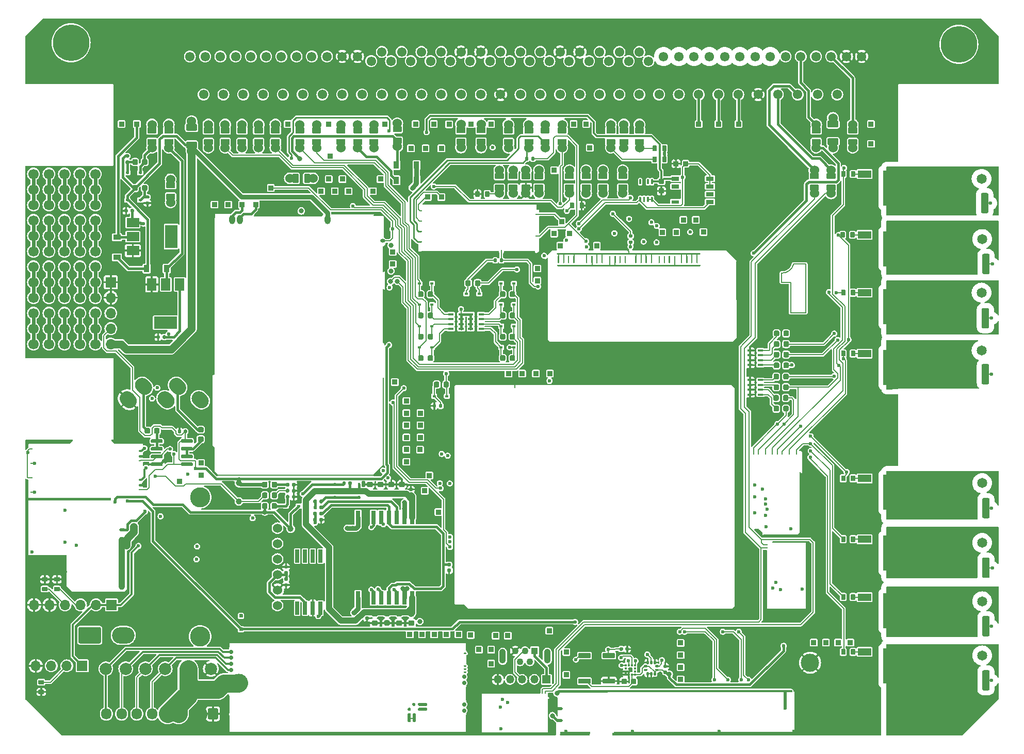
<source format=gtl>
G04 #@! TF.GenerationSoftware,KiCad,Pcbnew,8.0.9-8.0.9-0~ubuntu24.04.1*
G04 #@! TF.CreationDate,2025-03-13T18:09:02+00:00*
G04 #@! TF.ProjectId,hellen88m42bmw,68656c6c-656e-4383-986d-3432626d772e,B*
G04 #@! TF.SameCoordinates,PX3d1b110PY9269338*
G04 #@! TF.FileFunction,Copper,L1,Top*
G04 #@! TF.FilePolarity,Positive*
%FSLAX46Y46*%
G04 Gerber Fmt 4.6, Leading zero omitted, Abs format (unit mm)*
G04 Created by KiCad (PCBNEW 8.0.9-8.0.9-0~ubuntu24.04.1) date 2025-03-13 18:09:02*
%MOMM*%
%LPD*%
G01*
G04 APERTURE LIST*
G04 #@! TA.AperFunction,EtchedComponent*
%ADD10C,0.200000*%
G04 #@! TD*
G04 #@! TA.AperFunction,ComponentPad*
%ADD11C,6.000000*%
G04 #@! TD*
G04 #@! TA.AperFunction,ComponentPad*
%ADD12C,1.550000*%
G04 #@! TD*
G04 #@! TA.AperFunction,ComponentPad*
%ADD13C,1.524000*%
G04 #@! TD*
G04 #@! TA.AperFunction,SMDPad,CuDef*
%ADD14R,2.200000X1.200000*%
G04 #@! TD*
G04 #@! TA.AperFunction,SMDPad,CuDef*
%ADD15R,6.400000X5.800000*%
G04 #@! TD*
G04 #@! TA.AperFunction,ComponentPad*
%ADD16R,1.700000X1.700000*%
G04 #@! TD*
G04 #@! TA.AperFunction,ComponentPad*
%ADD17O,1.700000X1.700000*%
G04 #@! TD*
G04 #@! TA.AperFunction,SMDPad,CuDef*
%ADD18R,0.640000X2.160000*%
G04 #@! TD*
G04 #@! TA.AperFunction,ComponentPad*
%ADD19C,1.650000*%
G04 #@! TD*
G04 #@! TA.AperFunction,SMDPad,CuDef*
%ADD20R,0.600000X0.450000*%
G04 #@! TD*
G04 #@! TA.AperFunction,ComponentPad*
%ADD21R,0.850000X0.850000*%
G04 #@! TD*
G04 #@! TA.AperFunction,SMDPad,CuDef*
%ADD22R,0.900000X1.200000*%
G04 #@! TD*
G04 #@! TA.AperFunction,ComponentPad*
%ADD23R,1.350000X1.350000*%
G04 #@! TD*
G04 #@! TA.AperFunction,ComponentPad*
%ADD24O,1.350000X1.350000*%
G04 #@! TD*
G04 #@! TA.AperFunction,SMDPad,CuDef*
%ADD25C,3.000000*%
G04 #@! TD*
G04 #@! TA.AperFunction,ComponentPad*
%ADD26C,1.700000*%
G04 #@! TD*
G04 #@! TA.AperFunction,SMDPad,CuDef*
%ADD27R,0.900000X0.400000*%
G04 #@! TD*
G04 #@! TA.AperFunction,ComponentPad*
%ADD28C,2.000000*%
G04 #@! TD*
G04 #@! TA.AperFunction,SMDPad,CuDef*
%ADD29C,1.000000*%
G04 #@! TD*
G04 #@! TA.AperFunction,SMDPad,CuDef*
%ADD30R,0.800000X2.200000*%
G04 #@! TD*
G04 #@! TA.AperFunction,SMDPad,CuDef*
%ADD31R,2.032000X5.080000*%
G04 #@! TD*
G04 #@! TA.AperFunction,ComponentPad*
%ADD32C,1.300000*%
G04 #@! TD*
G04 #@! TA.AperFunction,SMDPad,CuDef*
%ADD33R,11.430000X7.620000*%
G04 #@! TD*
G04 #@! TA.AperFunction,SMDPad,CuDef*
%ADD34O,0.200000X5.669999*%
G04 #@! TD*
G04 #@! TA.AperFunction,SMDPad,CuDef*
%ADD35O,11.100001X0.200000*%
G04 #@! TD*
G04 #@! TA.AperFunction,SMDPad,CuDef*
%ADD36O,9.800001X0.399999*%
G04 #@! TD*
G04 #@! TA.AperFunction,SMDPad,CuDef*
%ADD37O,0.499999X0.250000*%
G04 #@! TD*
G04 #@! TA.AperFunction,SMDPad,CuDef*
%ADD38O,0.200000X6.799999*%
G04 #@! TD*
G04 #@! TA.AperFunction,SMDPad,CuDef*
%ADD39O,0.250000X0.499999*%
G04 #@! TD*
G04 #@! TA.AperFunction,ComponentPad*
%ADD40C,0.599999*%
G04 #@! TD*
G04 #@! TA.AperFunction,SMDPad,CuDef*
%ADD41R,0.350000X0.375000*%
G04 #@! TD*
G04 #@! TA.AperFunction,SMDPad,CuDef*
%ADD42R,0.375000X0.350000*%
G04 #@! TD*
G04 #@! TA.AperFunction,SMDPad,CuDef*
%ADD43O,0.500000X0.250000*%
G04 #@! TD*
G04 #@! TA.AperFunction,SMDPad,CuDef*
%ADD44O,0.200000X1.000000*%
G04 #@! TD*
G04 #@! TA.AperFunction,SMDPad,CuDef*
%ADD45O,5.200000X0.200000*%
G04 #@! TD*
G04 #@! TA.AperFunction,SMDPad,CuDef*
%ADD46O,17.600000X0.200000*%
G04 #@! TD*
G04 #@! TA.AperFunction,SMDPad,CuDef*
%ADD47O,12.800000X0.200000*%
G04 #@! TD*
G04 #@! TA.AperFunction,SMDPad,CuDef*
%ADD48O,0.250000X0.500000*%
G04 #@! TD*
G04 #@! TA.AperFunction,ComponentPad*
%ADD49O,3.700000X2.700000*%
G04 #@! TD*
G04 #@! TA.AperFunction,ComponentPad*
%ADD50C,0.700000*%
G04 #@! TD*
G04 #@! TA.AperFunction,SMDPad,CuDef*
%ADD51R,0.250000X3.000000*%
G04 #@! TD*
G04 #@! TA.AperFunction,SMDPad,CuDef*
%ADD52R,0.250000X3.100000*%
G04 #@! TD*
G04 #@! TA.AperFunction,SMDPad,CuDef*
%ADD53R,0.250000X2.250000*%
G04 #@! TD*
G04 #@! TA.AperFunction,SMDPad,CuDef*
%ADD54R,0.250000X1.450000*%
G04 #@! TD*
G04 #@! TA.AperFunction,SMDPad,CuDef*
%ADD55R,39.250000X0.250000*%
G04 #@! TD*
G04 #@! TA.AperFunction,SMDPad,CuDef*
%ADD56R,0.250000X2.950000*%
G04 #@! TD*
G04 #@! TA.AperFunction,SMDPad,CuDef*
%ADD57R,0.250000X0.950000*%
G04 #@! TD*
G04 #@! TA.AperFunction,SMDPad,CuDef*
%ADD58O,0.399999X7.200001*%
G04 #@! TD*
G04 #@! TA.AperFunction,SMDPad,CuDef*
%ADD59O,30.000001X0.399999*%
G04 #@! TD*
G04 #@! TA.AperFunction,SMDPad,CuDef*
%ADD60O,5.000000X0.399999*%
G04 #@! TD*
G04 #@! TA.AperFunction,SMDPad,CuDef*
%ADD61O,1.000001X0.499999*%
G04 #@! TD*
G04 #@! TA.AperFunction,SMDPad,CuDef*
%ADD62O,0.200000X3.099999*%
G04 #@! TD*
G04 #@! TA.AperFunction,SMDPad,CuDef*
%ADD63O,0.499999X2.999999*%
G04 #@! TD*
G04 #@! TA.AperFunction,SMDPad,CuDef*
%ADD64O,35.400000X0.399999*%
G04 #@! TD*
G04 #@! TA.AperFunction,ComponentPad*
%ADD65O,1.700000X1.850000*%
G04 #@! TD*
G04 #@! TA.AperFunction,SMDPad,CuDef*
%ADD66R,1.310000X0.650000*%
G04 #@! TD*
G04 #@! TA.AperFunction,SMDPad,CuDef*
%ADD67R,1.310000X0.600000*%
G04 #@! TD*
G04 #@! TA.AperFunction,SMDPad,CuDef*
%ADD68R,1.325000X1.500000*%
G04 #@! TD*
G04 #@! TA.AperFunction,ComponentPad*
%ADD69R,1.100000X1.100000*%
G04 #@! TD*
G04 #@! TA.AperFunction,ComponentPad*
%ADD70C,1.100000*%
G04 #@! TD*
G04 #@! TA.AperFunction,ComponentPad*
%ADD71O,1.100000X2.400000*%
G04 #@! TD*
G04 #@! TA.AperFunction,ComponentPad*
%ADD72C,3.302000*%
G04 #@! TD*
G04 #@! TA.AperFunction,SMDPad,CuDef*
%ADD73O,0.200000X3.600000*%
G04 #@! TD*
G04 #@! TA.AperFunction,SMDPad,CuDef*
%ADD74O,0.200000X4.249999*%
G04 #@! TD*
G04 #@! TA.AperFunction,SMDPad,CuDef*
%ADD75O,0.200000X14.399999*%
G04 #@! TD*
G04 #@! TA.AperFunction,SMDPad,CuDef*
%ADD76O,0.200000X8.824999*%
G04 #@! TD*
G04 #@! TA.AperFunction,SMDPad,CuDef*
%ADD77O,1.699999X0.200000*%
G04 #@! TD*
G04 #@! TA.AperFunction,SMDPad,CuDef*
%ADD78O,25.699999X0.200000*%
G04 #@! TD*
G04 #@! TA.AperFunction,SMDPad,CuDef*
%ADD79O,11.324999X0.200000*%
G04 #@! TD*
G04 #@! TA.AperFunction,SMDPad,CuDef*
%ADD80O,0.200000X25.849999*%
G04 #@! TD*
G04 #@! TA.AperFunction,SMDPad,CuDef*
%ADD81O,0.200000X4.149999*%
G04 #@! TD*
G04 #@! TA.AperFunction,SMDPad,CuDef*
%ADD82O,1.000001X1.500000*%
G04 #@! TD*
G04 #@! TA.AperFunction,SMDPad,CuDef*
%ADD83O,0.800001X0.599999*%
G04 #@! TD*
G04 #@! TA.AperFunction,SMDPad,CuDef*
%ADD84R,2.400000X1.600000*%
G04 #@! TD*
G04 #@! TA.AperFunction,SMDPad,CuDef*
%ADD85O,1.000001X8.744829*%
G04 #@! TD*
G04 #@! TA.AperFunction,SMDPad,CuDef*
%ADD86O,0.200000X9.199999*%
G04 #@! TD*
G04 #@! TA.AperFunction,SMDPad,CuDef*
%ADD87O,0.200000X0.499999*%
G04 #@! TD*
G04 #@! TA.AperFunction,SMDPad,CuDef*
%ADD88O,6.500000X0.200000*%
G04 #@! TD*
G04 #@! TA.AperFunction,SMDPad,CuDef*
%ADD89O,0.399999X5.399999*%
G04 #@! TD*
G04 #@! TA.AperFunction,SMDPad,CuDef*
%ADD90O,13.800000X0.200000*%
G04 #@! TD*
G04 #@! TA.AperFunction,SMDPad,CuDef*
%ADD91O,9.000000X0.399999*%
G04 #@! TD*
G04 #@! TA.AperFunction,SMDPad,CuDef*
%ADD92O,0.250000X10.200000*%
G04 #@! TD*
G04 #@! TA.AperFunction,SMDPad,CuDef*
%ADD93O,5.800001X0.250000*%
G04 #@! TD*
G04 #@! TA.AperFunction,SMDPad,CuDef*
%ADD94O,0.200000X0.399999*%
G04 #@! TD*
G04 #@! TA.AperFunction,SMDPad,CuDef*
%ADD95R,1.500000X2.000000*%
G04 #@! TD*
G04 #@! TA.AperFunction,SMDPad,CuDef*
%ADD96R,3.800000X2.000000*%
G04 #@! TD*
G04 #@! TA.AperFunction,SMDPad,CuDef*
%ADD97O,5.669999X0.200000*%
G04 #@! TD*
G04 #@! TA.AperFunction,SMDPad,CuDef*
%ADD98O,0.200000X11.100001*%
G04 #@! TD*
G04 #@! TA.AperFunction,SMDPad,CuDef*
%ADD99O,0.399999X9.800001*%
G04 #@! TD*
G04 #@! TA.AperFunction,SMDPad,CuDef*
%ADD100O,6.799999X0.200000*%
G04 #@! TD*
G04 #@! TA.AperFunction,SMDPad,CuDef*
%ADD101R,2.000000X1.500000*%
G04 #@! TD*
G04 #@! TA.AperFunction,SMDPad,CuDef*
%ADD102R,2.000000X3.800000*%
G04 #@! TD*
G04 #@! TA.AperFunction,SMDPad,CuDef*
%ADD103R,0.450000X0.600000*%
G04 #@! TD*
G04 #@! TA.AperFunction,SMDPad,CuDef*
%ADD104R,1.200000X0.900000*%
G04 #@! TD*
G04 #@! TA.AperFunction,ViaPad*
%ADD105C,0.600000*%
G04 #@! TD*
G04 #@! TA.AperFunction,ViaPad*
%ADD106C,0.800000*%
G04 #@! TD*
G04 #@! TA.AperFunction,ViaPad*
%ADD107C,1.300000*%
G04 #@! TD*
G04 #@! TA.AperFunction,ViaPad*
%ADD108C,0.812800*%
G04 #@! TD*
G04 #@! TA.AperFunction,Conductor*
%ADD109C,0.400000*%
G04 #@! TD*
G04 #@! TA.AperFunction,Conductor*
%ADD110C,0.300000*%
G04 #@! TD*
G04 #@! TA.AperFunction,Conductor*
%ADD111C,0.200000*%
G04 #@! TD*
G04 #@! TA.AperFunction,Conductor*
%ADD112C,1.000000*%
G04 #@! TD*
G04 #@! TA.AperFunction,Conductor*
%ADD113C,1.300000*%
G04 #@! TD*
G04 #@! TA.AperFunction,Conductor*
%ADD114C,0.800000*%
G04 #@! TD*
G04 #@! TA.AperFunction,Conductor*
%ADD115C,0.457200*%
G04 #@! TD*
G04 #@! TA.AperFunction,Conductor*
%ADD116C,3.000000*%
G04 #@! TD*
G04 #@! TA.AperFunction,Conductor*
%ADD117C,0.600000*%
G04 #@! TD*
G04 #@! TA.AperFunction,Conductor*
%ADD118C,0.250000*%
G04 #@! TD*
G04 APERTURE END LIST*
D10*
G04 #@! TO.C,G1*
X124231349Y74530713D02*
X124231349Y76030713D01*
X124231349Y74530713D02*
X125731349Y74530713D01*
X125731349Y74530713D02*
X125731349Y69530713D01*
X125731349Y69530713D02*
X128231349Y69530713D01*
X128231349Y77530713D02*
X126231349Y77530713D01*
X128231349Y69530713D02*
X128231349Y77530713D01*
X126231349Y77530713D02*
G75*
G02*
X124231349Y76030713I-1921601J478801D01*
G01*
G04 #@! TD*
D11*
G04 #@! TO.P,PP1,*
G04 #@! TO.N,*
X7632400Y113856400D03*
X153342400Y113606400D03*
D12*
G04 #@! TO.P,PP1,1,1*
G04 #@! TO.N,Net-(JP1-Pad1)*
X27142400Y111606400D03*
G04 #@! TO.P,PP1,2,2*
G04 #@! TO.N,/OUT_ICV*
X32142400Y111606400D03*
G04 #@! TO.P,PP1,3,3*
G04 #@! TO.N,Net-(JP3-Pad1)*
X37142400Y111606400D03*
G04 #@! TO.P,PP1,4,4*
G04 #@! TO.N,Net-(JP4-Pad1)*
X42142400Y111606400D03*
G04 #@! TO.P,PP1,5,5*
G04 #@! TO.N,Net-(JP5-Pad1)*
X47142400Y111606400D03*
G04 #@! TO.P,PP1,6,6*
G04 #@! TO.N,GND*
X52142400Y111606400D03*
G04 #@! TO.P,PP1,7,7*
G04 #@! TO.N,Net-(JP7-Pad1)*
X56892400Y110856400D03*
G04 #@! TO.P,PP1,8,8*
G04 #@! TO.N,Net-(JP8-Pad1)*
X60142400Y110856400D03*
G04 #@! TO.P,PP1,9,9*
G04 #@! TO.N,unconnected-(PP1-Pad9)*
X63392400Y110856400D03*
G04 #@! TO.P,PP1,10,10*
G04 #@! TO.N,unconnected-(PP1-Pad10)*
X66642400Y110856400D03*
G04 #@! TO.P,PP1,11,11*
G04 #@! TO.N,Net-(cr1-Pin_1)*
X69892400Y110856400D03*
G04 #@! TO.P,PP1,12,12*
G04 #@! TO.N,Net-(cr2-Pin_1)*
X73142400Y110856400D03*
G04 #@! TO.P,PP1,13,13*
G04 #@! TO.N,Net-(cr3-Pin_1)*
X76392400Y110856400D03*
G04 #@! TO.P,PP1,14,14*
G04 #@! TO.N,Net-(JP14-Pad1)*
X79642400Y110856400D03*
G04 #@! TO.P,PP1,15,15*
G04 #@! TO.N,Net-(JP15-Pad1)*
X82892400Y110856400D03*
G04 #@! TO.P,PP1,16,16*
G04 #@! TO.N,Net-(JP16-Pad1)*
X86142400Y110856400D03*
G04 #@! TO.P,PP1,17,17*
G04 #@! TO.N,Net-(JP17-Pad1)*
X89392400Y110856400D03*
G04 #@! TO.P,PP1,18,18*
G04 #@! TO.N,Net-(cr6-Pin_1)*
X92642400Y110856400D03*
G04 #@! TO.P,PP1,19,19*
G04 #@! TO.N,Net-(cr7-Pin_1)*
X95892400Y110856400D03*
G04 #@! TO.P,PP1,20,20*
G04 #@! TO.N,Net-(JP20-Pad1)*
X99142400Y110856400D03*
G04 #@! TO.P,PP1,21,21*
G04 #@! TO.N,Net-(JP21-Pad1)*
X102392400Y110856400D03*
G04 #@! TO.P,PP1,22,22*
G04 #@! TO.N,/HV_7*
X107392400Y111606400D03*
G04 #@! TO.P,PP1,23,23*
G04 #@! TO.N,/HV_4*
X112392400Y111606400D03*
G04 #@! TO.P,PP1,24,24*
G04 #@! TO.N,/HV_6*
X117392400Y111606400D03*
G04 #@! TO.P,PP1,25,25*
G04 #@! TO.N,/HV_5*
X122392400Y111606400D03*
G04 #@! TO.P,PP1,26,26*
G04 #@! TO.N,Net-(JP26-Pad1)*
X127392400Y111606400D03*
G04 #@! TO.P,PP1,27,27*
G04 #@! TO.N,Net-(JP27-Pad1)*
X132392400Y111606400D03*
G04 #@! TO.P,PP1,28,28*
G04 #@! TO.N,GND*
X137392400Y111606400D03*
G04 #@! TO.P,PP1,29,29*
G04 #@! TO.N,Net-(JP29-Pad1)*
X29642400Y111606400D03*
G04 #@! TO.P,PP1,30,30*
G04 #@! TO.N,Net-(cr8-Pin_1)*
X34642400Y111606400D03*
G04 #@! TO.P,PP1,31,31*
G04 #@! TO.N,Net-(JP31-Pad1)*
X39642400Y111606400D03*
G04 #@! TO.P,PP1,32,32*
G04 #@! TO.N,Net-(JP32-Pad1)*
X44642400Y111606400D03*
G04 #@! TO.P,PP1,33,33*
G04 #@! TO.N,Net-(JP33-Pad1)*
X49642400Y111606400D03*
G04 #@! TO.P,PP1,34,34*
G04 #@! TO.N,GND*
X54642400Y111606400D03*
G04 #@! TO.P,PP1,35,35*
G04 #@! TO.N,Net-(JP35-Pad1)*
X58642400Y112356400D03*
G04 #@! TO.P,PP1,36,36*
G04 #@! TO.N,Net-(JP36-Pad1)*
X61892400Y112356400D03*
G04 #@! TO.P,PP1,37,37*
G04 #@! TO.N,Net-(cr10-Pin_1)*
X65142400Y112356400D03*
G04 #@! TO.P,PP1,38,38*
G04 #@! TO.N,Net-(cr11-Pin_1)*
X68392400Y112356400D03*
G04 #@! TO.P,PP1,39,39*
G04 #@! TO.N,GND*
X71642400Y112356400D03*
G04 #@! TO.P,PP1,40,40*
X74892400Y112356400D03*
G04 #@! TO.P,PP1,41,41*
G04 #@! TO.N,Net-(JP41-Pad1)*
X78142400Y112356400D03*
G04 #@! TO.P,PP1,42,42*
G04 #@! TO.N,Net-(JP42-Pad1)*
X81392400Y112356400D03*
G04 #@! TO.P,PP1,43,43*
G04 #@! TO.N,Net-(JP43-Pad1)*
X84642400Y112356400D03*
G04 #@! TO.P,PP1,44,44*
G04 #@! TO.N,GND*
X87892400Y112356400D03*
G04 #@! TO.P,PP1,45,45*
X91142400Y112356400D03*
G04 #@! TO.P,PP1,46,46*
G04 #@! TO.N,Net-(JP46-Pad1)*
X94392400Y112356400D03*
G04 #@! TO.P,PP1,47,47*
G04 #@! TO.N,Net-(JP47-Pad1)*
X97642400Y112356400D03*
G04 #@! TO.P,PP1,48,48*
G04 #@! TO.N,Net-(JP48-Pad1)*
X100892400Y112356400D03*
G04 #@! TO.P,PP1,49,49*
G04 #@! TO.N,/HV_8*
X104892400Y111606400D03*
G04 #@! TO.P,PP1,50,50*
G04 #@! TO.N,/HV_1*
X109892400Y111606400D03*
G04 #@! TO.P,PP1,51,51*
G04 #@! TO.N,/HV_2*
X114892400Y111606400D03*
G04 #@! TO.P,PP1,52,52*
G04 #@! TO.N,/HV_3*
X119892400Y111606400D03*
G04 #@! TO.P,PP1,53,53*
G04 #@! TO.N,unconnected-(PP1-Pad53)*
X124892400Y111606400D03*
G04 #@! TO.P,PP1,54,54*
G04 #@! TO.N,Net-(JP54-Pad1)*
X129892400Y111606400D03*
G04 #@! TO.P,PP1,55,55*
G04 #@! TO.N,GND*
X134892400Y111606400D03*
G04 #@! TO.P,PP1,56,56*
G04 #@! TO.N,Net-(JP2-Pad1)*
X29392400Y105356400D03*
G04 #@! TO.P,PP1,57,57*
G04 #@! TO.N,unconnected-(PP1-Pad57)*
X32642400Y105356400D03*
G04 #@! TO.P,PP1,58,58*
G04 #@! TO.N,unconnected-(PP1-Pad58)*
X35892400Y105356400D03*
G04 #@! TO.P,PP1,59,59*
G04 #@! TO.N,Net-(JP59-Pad1)*
X39142400Y105356400D03*
G04 #@! TO.P,PP1,60,60*
G04 #@! TO.N,Net-(cr12-Pin_1)*
X42392400Y105356400D03*
G04 #@! TO.P,PP1,61,61*
G04 #@! TO.N,unconnected-(PP1-Pad61)*
X45642400Y105356400D03*
G04 #@! TO.P,PP1,62,62*
G04 #@! TO.N,Net-(cr13-Pin_1)*
X48892400Y105356400D03*
G04 #@! TO.P,PP1,63,63*
G04 #@! TO.N,unconnected-(PP1-Pad63)*
X52142400Y105356400D03*
G04 #@! TO.P,PP1,64,64*
G04 #@! TO.N,Net-(cr14-Pin_1)*
X55392400Y105356400D03*
G04 #@! TO.P,PP1,65,65*
G04 #@! TO.N,Net-(cr15-Pin_1)*
X58642400Y105356400D03*
G04 #@! TO.P,PP1,66,66*
G04 #@! TO.N,Net-(cr16-Pin_1)*
X61892400Y105356400D03*
G04 #@! TO.P,PP1,67,67*
G04 #@! TO.N,Net-(cr17-Pin_1)*
X65142400Y105356400D03*
G04 #@! TO.P,PP1,68,68*
G04 #@! TO.N,Net-(cr18-Pin_1)*
X68392400Y105356400D03*
G04 #@! TO.P,PP1,69,69*
G04 #@! TO.N,Net-(JP69-Pad1)*
X71642400Y105356400D03*
G04 #@! TO.P,PP1,70,70*
G04 #@! TO.N,Net-(JP70-Pad1)*
X74892400Y105356400D03*
G04 #@! TO.P,PP1,71,71*
G04 #@! TO.N,GND*
X78142400Y105356400D03*
G04 #@! TO.P,PP1,72,72*
G04 #@! TO.N,unconnected-(PP1-Pad72)*
X81392400Y105356400D03*
G04 #@! TO.P,PP1,73,73*
G04 #@! TO.N,Net-(JP73-Pad1)*
X84642400Y105356400D03*
G04 #@! TO.P,PP1,74,74*
G04 #@! TO.N,Net-(cr24-Pin_1)*
X87892400Y105356400D03*
G04 #@! TO.P,PP1,75,75*
G04 #@! TO.N,unconnected-(PP1-Pad75)*
X91142400Y105356400D03*
G04 #@! TO.P,PP1,76,76*
G04 #@! TO.N,Net-(cr25-Pin_1)*
X94392400Y105356400D03*
G04 #@! TO.P,PP1,77,77*
G04 #@! TO.N,Net-(JP77-Pad1)*
X97642400Y105356400D03*
G04 #@! TO.P,PP1,78,78*
G04 #@! TO.N,Net-(JP78-Pad1)*
X100892400Y105356400D03*
G04 #@! TO.P,PP1,79,79*
G04 #@! TO.N,unconnected-(PP1-Pad79)*
X104142400Y105356400D03*
G04 #@! TO.P,PP1,80,80*
G04 #@! TO.N,unconnected-(PP1-Pad80)*
X107392400Y105356400D03*
G04 #@! TO.P,PP1,81,81*
G04 #@! TO.N,Net-(cr19-Pin_1)*
X110642400Y105356400D03*
G04 #@! TO.P,PP1,82,82*
G04 #@! TO.N,Net-(cr20-Pin_1)*
X113892400Y105356400D03*
G04 #@! TO.P,PP1,83,83*
G04 #@! TO.N,Net-(cr21-Pin_1)*
X117142400Y105356400D03*
G04 #@! TO.P,PP1,84,84*
G04 #@! TO.N,GND*
X120392400Y105356400D03*
G04 #@! TO.P,PP1,85,85*
G04 #@! TO.N,Net-(JP85-Pad1)*
X123642400Y105356400D03*
G04 #@! TO.P,PP1,86,86*
G04 #@! TO.N,Net-(JP86-Pad1)*
X126892400Y105356400D03*
G04 #@! TO.P,PP1,87,87*
G04 #@! TO.N,Net-(cr22-Pin_1)*
X130142400Y105356400D03*
G04 #@! TO.P,PP1,88,88*
G04 #@! TO.N,Net-(cr23-Pin_1)*
X133392400Y105356400D03*
G04 #@! TD*
D13*
G04 #@! TO.P,JP1,1,1*
G04 #@! TO.N,Net-(JP1-Pad1)*
X20926000Y100428000D03*
G04 #@! TA.AperFunction,SMDPad,CuDef*
G36*
G01*
X20301000Y99973001D02*
X21551000Y99973001D01*
G75*
G02*
X21651000Y99873001I0J-100000D01*
G01*
X21651000Y99073001D01*
G75*
G02*
X21551000Y98973001I-100000J0D01*
G01*
X20301000Y98973001D01*
G75*
G02*
X20201000Y99073001I0J100000D01*
G01*
X20201000Y99873001D01*
G75*
G02*
X20301000Y99973001I100000J0D01*
G01*
G37*
G04 #@! TD.AperFunction*
G04 #@! TO.P,JP1,2,2*
G04 #@! TO.N,/OUT_FUEL_PUMP_RELAY*
G04 #@! TA.AperFunction,SMDPad,CuDef*
G36*
G01*
X20301000Y98072979D02*
X21551000Y98072979D01*
G75*
G02*
X21651000Y97972979I0J-100000D01*
G01*
X21651000Y97172979D01*
G75*
G02*
X21551000Y97072979I-100000J0D01*
G01*
X20301000Y97072979D01*
G75*
G02*
X20201000Y97172979I0J100000D01*
G01*
X20201000Y97972979D01*
G75*
G02*
X20301000Y98072979I100000J0D01*
G01*
G37*
G04 #@! TD.AperFunction*
X20926000Y96618000D03*
G04 #@! TD*
G04 #@! TO.P,JP3,1,1*
G04 #@! TO.N,Net-(JP3-Pad1)*
X30176000Y100428000D03*
G04 #@! TA.AperFunction,SMDPad,CuDef*
G36*
G01*
X29551000Y99973001D02*
X30801000Y99973001D01*
G75*
G02*
X30901000Y99873001I0J-100000D01*
G01*
X30901000Y99073001D01*
G75*
G02*
X30801000Y98973001I-100000J0D01*
G01*
X29551000Y98973001D01*
G75*
G02*
X29451000Y99073001I0J100000D01*
G01*
X29451000Y99873001D01*
G75*
G02*
X29551000Y99973001I100000J0D01*
G01*
G37*
G04 #@! TD.AperFunction*
G04 #@! TO.P,JP3,2,2*
G04 #@! TO.N,/OUT_INJ5*
G04 #@! TA.AperFunction,SMDPad,CuDef*
G36*
G01*
X29551000Y98072979D02*
X30801000Y98072979D01*
G75*
G02*
X30901000Y97972979I0J-100000D01*
G01*
X30901000Y97172979D01*
G75*
G02*
X30801000Y97072979I-100000J0D01*
G01*
X29551000Y97072979D01*
G75*
G02*
X29451000Y97172979I0J100000D01*
G01*
X29451000Y97972979D01*
G75*
G02*
X29551000Y98072979I100000J0D01*
G01*
G37*
G04 #@! TD.AperFunction*
X30176000Y96618000D03*
G04 #@! TD*
G04 #@! TO.P,JP4,1,1*
G04 #@! TO.N,Net-(JP4-Pad1)*
X35676000Y100428000D03*
G04 #@! TA.AperFunction,SMDPad,CuDef*
G36*
G01*
X35051000Y99973001D02*
X36301000Y99973001D01*
G75*
G02*
X36401000Y99873001I0J-100000D01*
G01*
X36401000Y99073001D01*
G75*
G02*
X36301000Y98973001I-100000J0D01*
G01*
X35051000Y98973001D01*
G75*
G02*
X34951000Y99073001I0J100000D01*
G01*
X34951000Y99873001D01*
G75*
G02*
X35051000Y99973001I100000J0D01*
G01*
G37*
G04 #@! TD.AperFunction*
G04 #@! TO.P,JP4,2,2*
G04 #@! TO.N,/OUT_INJ6*
G04 #@! TA.AperFunction,SMDPad,CuDef*
G36*
G01*
X35051000Y98072979D02*
X36301000Y98072979D01*
G75*
G02*
X36401000Y97972979I0J-100000D01*
G01*
X36401000Y97172979D01*
G75*
G02*
X36301000Y97072979I-100000J0D01*
G01*
X35051000Y97072979D01*
G75*
G02*
X34951000Y97172979I0J100000D01*
G01*
X34951000Y97972979D01*
G75*
G02*
X35051000Y98072979I100000J0D01*
G01*
G37*
G04 #@! TD.AperFunction*
X35676000Y96618000D03*
G04 #@! TD*
G04 #@! TO.P,JP5,1,1*
G04 #@! TO.N,Net-(JP5-Pad1)*
X45176000Y100428000D03*
G04 #@! TA.AperFunction,SMDPad,CuDef*
G36*
G01*
X44551000Y99973001D02*
X45801000Y99973001D01*
G75*
G02*
X45901000Y99873001I0J-100000D01*
G01*
X45901000Y99073001D01*
G75*
G02*
X45801000Y98973001I-100000J0D01*
G01*
X44551000Y98973001D01*
G75*
G02*
X44451000Y99073001I0J100000D01*
G01*
X44451000Y99873001D01*
G75*
G02*
X44551000Y99973001I100000J0D01*
G01*
G37*
G04 #@! TD.AperFunction*
G04 #@! TO.P,JP5,2,2*
G04 #@! TO.N,/OUT_INJ4*
G04 #@! TA.AperFunction,SMDPad,CuDef*
G36*
G01*
X44551000Y98072979D02*
X45801000Y98072979D01*
G75*
G02*
X45901000Y97972979I0J-100000D01*
G01*
X45901000Y97172979D01*
G75*
G02*
X45801000Y97072979I-100000J0D01*
G01*
X44551000Y97072979D01*
G75*
G02*
X44451000Y97172979I0J100000D01*
G01*
X44451000Y97972979D01*
G75*
G02*
X44551000Y98072979I100000J0D01*
G01*
G37*
G04 #@! TD.AperFunction*
X45176000Y96618000D03*
G04 #@! TD*
G04 #@! TO.P,JP7,1,1*
G04 #@! TO.N,Net-(JP7-Pad1)*
X51926000Y100428000D03*
G04 #@! TA.AperFunction,SMDPad,CuDef*
G36*
G01*
X51301000Y99973001D02*
X52551000Y99973001D01*
G75*
G02*
X52651000Y99873001I0J-100000D01*
G01*
X52651000Y99073001D01*
G75*
G02*
X52551000Y98973001I-100000J0D01*
G01*
X51301000Y98973001D01*
G75*
G02*
X51201000Y99073001I0J100000D01*
G01*
X51201000Y99873001D01*
G75*
G02*
X51301000Y99973001I100000J0D01*
G01*
G37*
G04 #@! TD.AperFunction*
G04 #@! TO.P,JP7,2,2*
G04 #@! TO.N,/OUT_INJ7*
G04 #@! TA.AperFunction,SMDPad,CuDef*
G36*
G01*
X51301000Y98072979D02*
X52551000Y98072979D01*
G75*
G02*
X52651000Y97972979I0J-100000D01*
G01*
X52651000Y97172979D01*
G75*
G02*
X52551000Y97072979I-100000J0D01*
G01*
X51301000Y97072979D01*
G75*
G02*
X51201000Y97172979I0J100000D01*
G01*
X51201000Y97972979D01*
G75*
G02*
X51301000Y98072979I100000J0D01*
G01*
G37*
G04 #@! TD.AperFunction*
X51926000Y96618000D03*
G04 #@! TD*
G04 #@! TO.P,JP16,1,1*
G04 #@! TO.N,Net-(JP16-Pad1)*
X85426000Y100428000D03*
G04 #@! TA.AperFunction,SMDPad,CuDef*
G36*
G01*
X84801000Y99973001D02*
X86051000Y99973001D01*
G75*
G02*
X86151000Y99873001I0J-100000D01*
G01*
X86151000Y99073001D01*
G75*
G02*
X86051000Y98973001I-100000J0D01*
G01*
X84801000Y98973001D01*
G75*
G02*
X84701000Y99073001I0J100000D01*
G01*
X84701000Y99873001D01*
G75*
G02*
X84801000Y99973001I100000J0D01*
G01*
G37*
G04 #@! TD.AperFunction*
G04 #@! TO.P,JP16,2,2*
G04 #@! TO.N,/IN_CRANK-*
G04 #@! TA.AperFunction,SMDPad,CuDef*
G36*
G01*
X84801000Y98072979D02*
X86051000Y98072979D01*
G75*
G02*
X86151000Y97972979I0J-100000D01*
G01*
X86151000Y97172979D01*
G75*
G02*
X86051000Y97072979I-100000J0D01*
G01*
X84801000Y97072979D01*
G75*
G02*
X84701000Y97172979I0J100000D01*
G01*
X84701000Y97972979D01*
G75*
G02*
X84801000Y98072979I100000J0D01*
G01*
G37*
G04 #@! TD.AperFunction*
X85426000Y96618000D03*
G04 #@! TD*
G04 #@! TO.P,JP17,1,1*
G04 #@! TO.N,Net-(JP17-Pad1)*
X88226000Y100427999D03*
G04 #@! TA.AperFunction,SMDPad,CuDef*
G36*
G01*
X87601000Y99973000D02*
X88851000Y99973000D01*
G75*
G02*
X88951000Y99873000I0J-100000D01*
G01*
X88951000Y99073000D01*
G75*
G02*
X88851000Y98973000I-100000J0D01*
G01*
X87601000Y98973000D01*
G75*
G02*
X87501000Y99073000I0J100000D01*
G01*
X87501000Y99873000D01*
G75*
G02*
X87601000Y99973000I100000J0D01*
G01*
G37*
G04 #@! TD.AperFunction*
G04 #@! TO.P,JP17,2,2*
G04 #@! TO.N,/IN_CAM*
G04 #@! TA.AperFunction,SMDPad,CuDef*
G36*
G01*
X87601000Y98072978D02*
X88851000Y98072978D01*
G75*
G02*
X88951000Y97972978I0J-100000D01*
G01*
X88951000Y97172978D01*
G75*
G02*
X88851000Y97072978I-100000J0D01*
G01*
X87601000Y97072978D01*
G75*
G02*
X87501000Y97172978I0J100000D01*
G01*
X87501000Y97972978D01*
G75*
G02*
X87601000Y98072978I100000J0D01*
G01*
G37*
G04 #@! TD.AperFunction*
X88226000Y96617999D03*
G04 #@! TD*
G04 #@! TO.P,JP20,1,1*
G04 #@! TO.N,Net-(JP20-Pad1)*
X94926000Y92928000D03*
G04 #@! TA.AperFunction,SMDPad,CuDef*
G36*
G01*
X94301000Y92473001D02*
X95551000Y92473001D01*
G75*
G02*
X95651000Y92373001I0J-100000D01*
G01*
X95651000Y91573001D01*
G75*
G02*
X95551000Y91473001I-100000J0D01*
G01*
X94301000Y91473001D01*
G75*
G02*
X94201000Y91573001I0J100000D01*
G01*
X94201000Y92373001D01*
G75*
G02*
X94301000Y92473001I100000J0D01*
G01*
G37*
G04 #@! TD.AperFunction*
G04 #@! TO.P,JP20,2,2*
G04 #@! TO.N,/USBP*
G04 #@! TA.AperFunction,SMDPad,CuDef*
G36*
G01*
X94301000Y90572979D02*
X95551000Y90572979D01*
G75*
G02*
X95651000Y90472979I0J-100000D01*
G01*
X95651000Y89672979D01*
G75*
G02*
X95551000Y89572979I-100000J0D01*
G01*
X94301000Y89572979D01*
G75*
G02*
X94201000Y89672979I0J100000D01*
G01*
X94201000Y90472979D01*
G75*
G02*
X94301000Y90572979I100000J0D01*
G01*
G37*
G04 #@! TD.AperFunction*
X94926000Y89118000D03*
G04 #@! TD*
G04 #@! TO.P,JP21,1,1*
G04 #@! TO.N,Net-(JP21-Pad1)*
X98176000Y92928000D03*
G04 #@! TA.AperFunction,SMDPad,CuDef*
G36*
G01*
X97551000Y92473001D02*
X98801000Y92473001D01*
G75*
G02*
X98901000Y92373001I0J-100000D01*
G01*
X98901000Y91573001D01*
G75*
G02*
X98801000Y91473001I-100000J0D01*
G01*
X97551000Y91473001D01*
G75*
G02*
X97451000Y91573001I0J100000D01*
G01*
X97451000Y92373001D01*
G75*
G02*
X97551000Y92473001I100000J0D01*
G01*
G37*
G04 #@! TD.AperFunction*
G04 #@! TO.P,JP21,2,2*
G04 #@! TO.N,/USBM*
G04 #@! TA.AperFunction,SMDPad,CuDef*
G36*
G01*
X97551000Y90572979D02*
X98801000Y90572979D01*
G75*
G02*
X98901000Y90472979I0J-100000D01*
G01*
X98901000Y89672979D01*
G75*
G02*
X98801000Y89572979I-100000J0D01*
G01*
X97551000Y89572979D01*
G75*
G02*
X97451000Y89672979I0J100000D01*
G01*
X97451000Y90472979D01*
G75*
G02*
X97551000Y90572979I100000J0D01*
G01*
G37*
G04 #@! TD.AperFunction*
X98176000Y89118000D03*
G04 #@! TD*
G04 #@! TO.P,JP26,1,1*
G04 #@! TO.N,Net-(JP26-Pad1)*
X129926000Y100428000D03*
G04 #@! TA.AperFunction,SMDPad,CuDef*
G36*
G01*
X129301000Y99973001D02*
X130551000Y99973001D01*
G75*
G02*
X130651000Y99873001I0J-100000D01*
G01*
X130651000Y99073001D01*
G75*
G02*
X130551000Y98973001I-100000J0D01*
G01*
X129301000Y98973001D01*
G75*
G02*
X129201000Y99073001I0J100000D01*
G01*
X129201000Y99873001D01*
G75*
G02*
X129301000Y99973001I100000J0D01*
G01*
G37*
G04 #@! TD.AperFunction*
G04 #@! TO.P,JP26,2,2*
G04 #@! TO.N,/V12_PERM*
G04 #@! TA.AperFunction,SMDPad,CuDef*
G36*
G01*
X129301000Y98072979D02*
X130551000Y98072979D01*
G75*
G02*
X130651000Y97972979I0J-100000D01*
G01*
X130651000Y97172979D01*
G75*
G02*
X130551000Y97072979I-100000J0D01*
G01*
X129301000Y97072979D01*
G75*
G02*
X129201000Y97172979I0J100000D01*
G01*
X129201000Y97972979D01*
G75*
G02*
X129301000Y98072979I100000J0D01*
G01*
G37*
G04 #@! TD.AperFunction*
X129926000Y96618000D03*
G04 #@! TD*
G04 #@! TO.P,JP27,1,1*
G04 #@! TO.N,Net-(JP27-Pad1)*
X135926000Y100428000D03*
G04 #@! TA.AperFunction,SMDPad,CuDef*
G36*
G01*
X135301000Y99973001D02*
X136551000Y99973001D01*
G75*
G02*
X136651000Y99873001I0J-100000D01*
G01*
X136651000Y99073001D01*
G75*
G02*
X136551000Y98973001I-100000J0D01*
G01*
X135301000Y98973001D01*
G75*
G02*
X135201000Y99073001I0J100000D01*
G01*
X135201000Y99873001D01*
G75*
G02*
X135301000Y99973001I100000J0D01*
G01*
G37*
G04 #@! TD.AperFunction*
G04 #@! TO.P,JP27,2,2*
G04 #@! TO.N,/OUT_MAIN_RELAY*
G04 #@! TA.AperFunction,SMDPad,CuDef*
G36*
G01*
X135301000Y98072979D02*
X136551000Y98072979D01*
G75*
G02*
X136651000Y97972979I0J-100000D01*
G01*
X136651000Y97172979D01*
G75*
G02*
X136551000Y97072979I-100000J0D01*
G01*
X135301000Y97072979D01*
G75*
G02*
X135201000Y97172979I0J100000D01*
G01*
X135201000Y97972979D01*
G75*
G02*
X135301000Y98072979I100000J0D01*
G01*
G37*
G04 #@! TD.AperFunction*
X135926000Y96618000D03*
G04 #@! TD*
G04 #@! TO.P,JP29,1,1*
G04 #@! TO.N,Net-(JP29-Pad1)*
X23676000Y100428000D03*
G04 #@! TA.AperFunction,SMDPad,CuDef*
G36*
G01*
X23051000Y99973001D02*
X24301000Y99973001D01*
G75*
G02*
X24401000Y99873001I0J-100000D01*
G01*
X24401000Y99073001D01*
G75*
G02*
X24301000Y98973001I-100000J0D01*
G01*
X23051000Y98973001D01*
G75*
G02*
X22951000Y99073001I0J100000D01*
G01*
X22951000Y99873001D01*
G75*
G02*
X23051000Y99973001I100000J0D01*
G01*
G37*
G04 #@! TD.AperFunction*
G04 #@! TO.P,JP29,2,2*
G04 #@! TO.N,/OUT_IDLE*
G04 #@! TA.AperFunction,SMDPad,CuDef*
G36*
G01*
X23051000Y98072979D02*
X24301000Y98072979D01*
G75*
G02*
X24401000Y97972979I0J-100000D01*
G01*
X24401000Y97172979D01*
G75*
G02*
X24301000Y97072979I-100000J0D01*
G01*
X23051000Y97072979D01*
G75*
G02*
X22951000Y97172979I0J100000D01*
G01*
X22951000Y97972979D01*
G75*
G02*
X23051000Y98072979I100000J0D01*
G01*
G37*
G04 #@! TD.AperFunction*
X23676000Y96618000D03*
G04 #@! TD*
G04 #@! TO.P,JP31,1,1*
G04 #@! TO.N,Net-(JP31-Pad1)*
X32926000Y100428000D03*
G04 #@! TA.AperFunction,SMDPad,CuDef*
G36*
G01*
X32301000Y99973001D02*
X33551000Y99973001D01*
G75*
G02*
X33651000Y99873001I0J-100000D01*
G01*
X33651000Y99073001D01*
G75*
G02*
X33551000Y98973001I-100000J0D01*
G01*
X32301000Y98973001D01*
G75*
G02*
X32201000Y99073001I0J100000D01*
G01*
X32201000Y99873001D01*
G75*
G02*
X32301000Y99973001I100000J0D01*
G01*
G37*
G04 #@! TD.AperFunction*
G04 #@! TO.P,JP31,2,2*
G04 #@! TO.N,/OUT_INJ3*
G04 #@! TA.AperFunction,SMDPad,CuDef*
G36*
G01*
X32301000Y98072979D02*
X33551000Y98072979D01*
G75*
G02*
X33651000Y97972979I0J-100000D01*
G01*
X33651000Y97172979D01*
G75*
G02*
X33551000Y97072979I-100000J0D01*
G01*
X32301000Y97072979D01*
G75*
G02*
X32201000Y97172979I0J100000D01*
G01*
X32201000Y97972979D01*
G75*
G02*
X32301000Y98072979I100000J0D01*
G01*
G37*
G04 #@! TD.AperFunction*
X32926000Y96618000D03*
G04 #@! TD*
G04 #@! TO.P,JP32,1,1*
G04 #@! TO.N,Net-(JP32-Pad1)*
X41176000Y100428000D03*
G04 #@! TA.AperFunction,SMDPad,CuDef*
G36*
G01*
X40551000Y99973001D02*
X41801000Y99973001D01*
G75*
G02*
X41901000Y99873001I0J-100000D01*
G01*
X41901000Y99073001D01*
G75*
G02*
X41801000Y98973001I-100000J0D01*
G01*
X40551000Y98973001D01*
G75*
G02*
X40451000Y99073001I0J100000D01*
G01*
X40451000Y99873001D01*
G75*
G02*
X40551000Y99973001I100000J0D01*
G01*
G37*
G04 #@! TD.AperFunction*
G04 #@! TO.P,JP32,2,2*
G04 #@! TO.N,/OUT_INJ2*
G04 #@! TA.AperFunction,SMDPad,CuDef*
G36*
G01*
X40551000Y98072979D02*
X41801000Y98072979D01*
G75*
G02*
X41901000Y97972979I0J-100000D01*
G01*
X41901000Y97172979D01*
G75*
G02*
X41801000Y97072979I-100000J0D01*
G01*
X40551000Y97072979D01*
G75*
G02*
X40451000Y97172979I0J100000D01*
G01*
X40451000Y97972979D01*
G75*
G02*
X40551000Y98072979I100000J0D01*
G01*
G37*
G04 #@! TD.AperFunction*
X41176000Y96618000D03*
G04 #@! TD*
G04 #@! TO.P,JP33,1,1*
G04 #@! TO.N,Net-(JP33-Pad1)*
X47926000Y100428000D03*
G04 #@! TA.AperFunction,SMDPad,CuDef*
G36*
G01*
X47301000Y99973001D02*
X48551000Y99973001D01*
G75*
G02*
X48651000Y99873001I0J-100000D01*
G01*
X48651000Y99073001D01*
G75*
G02*
X48551000Y98973001I-100000J0D01*
G01*
X47301000Y98973001D01*
G75*
G02*
X47201000Y99073001I0J100000D01*
G01*
X47201000Y99873001D01*
G75*
G02*
X47301000Y99973001I100000J0D01*
G01*
G37*
G04 #@! TD.AperFunction*
G04 #@! TO.P,JP33,2,2*
G04 #@! TO.N,/OUT_INJ1*
G04 #@! TA.AperFunction,SMDPad,CuDef*
G36*
G01*
X47301000Y98072979D02*
X48551000Y98072979D01*
G75*
G02*
X48651000Y97972979I0J-100000D01*
G01*
X48651000Y97172979D01*
G75*
G02*
X48551000Y97072979I-100000J0D01*
G01*
X47301000Y97072979D01*
G75*
G02*
X47201000Y97172979I0J100000D01*
G01*
X47201000Y97972979D01*
G75*
G02*
X47301000Y98072979I100000J0D01*
G01*
G37*
G04 #@! TD.AperFunction*
X47926000Y96618000D03*
G04 #@! TD*
G04 #@! TO.P,JP35,1,1*
G04 #@! TO.N,Net-(JP35-Pad1)*
X57326000Y100428000D03*
G04 #@! TA.AperFunction,SMDPad,CuDef*
G36*
G01*
X56701000Y99973001D02*
X57951000Y99973001D01*
G75*
G02*
X58051000Y99873001I0J-100000D01*
G01*
X58051000Y99073001D01*
G75*
G02*
X57951000Y98973001I-100000J0D01*
G01*
X56701000Y98973001D01*
G75*
G02*
X56601000Y99073001I0J100000D01*
G01*
X56601000Y99873001D01*
G75*
G02*
X56701000Y99973001I100000J0D01*
G01*
G37*
G04 #@! TD.AperFunction*
G04 #@! TO.P,JP35,2,2*
G04 #@! TO.N,/OUT_INJ8*
G04 #@! TA.AperFunction,SMDPad,CuDef*
G36*
G01*
X56701000Y98072979D02*
X57951000Y98072979D01*
G75*
G02*
X58051000Y97972979I0J-100000D01*
G01*
X58051000Y97172979D01*
G75*
G02*
X57951000Y97072979I-100000J0D01*
G01*
X56701000Y97072979D01*
G75*
G02*
X56601000Y97172979I0J100000D01*
G01*
X56601000Y97972979D01*
G75*
G02*
X56701000Y98072979I100000J0D01*
G01*
G37*
G04 #@! TD.AperFunction*
X57326000Y96618000D03*
G04 #@! TD*
G04 #@! TO.P,JP41,1,1*
G04 #@! TO.N,Net-(JP41-Pad1)*
X77926000Y92928000D03*
G04 #@! TA.AperFunction,SMDPad,CuDef*
G36*
G01*
X77301000Y92473001D02*
X78551000Y92473001D01*
G75*
G02*
X78651000Y92373001I0J-100000D01*
G01*
X78651000Y91573001D01*
G75*
G02*
X78551000Y91473001I-100000J0D01*
G01*
X77301000Y91473001D01*
G75*
G02*
X77201000Y91573001I0J100000D01*
G01*
X77201000Y92373001D01*
G75*
G02*
X77301000Y92473001I100000J0D01*
G01*
G37*
G04 #@! TD.AperFunction*
G04 #@! TO.P,JP41,2,2*
G04 #@! TO.N,/IN_MAF*
G04 #@! TA.AperFunction,SMDPad,CuDef*
G36*
G01*
X77301000Y90572979D02*
X78551000Y90572979D01*
G75*
G02*
X78651000Y90472979I0J-100000D01*
G01*
X78651000Y89672979D01*
G75*
G02*
X78551000Y89572979I-100000J0D01*
G01*
X77301000Y89572979D01*
G75*
G02*
X77201000Y89672979I0J100000D01*
G01*
X77201000Y90472979D01*
G75*
G02*
X77301000Y90572979I100000J0D01*
G01*
G37*
G04 #@! TD.AperFunction*
X77926000Y89118000D03*
G04 #@! TD*
G04 #@! TO.P,JP42,1,1*
G04 #@! TO.N,Net-(JP42-Pad1)*
X80176000Y92928000D03*
G04 #@! TA.AperFunction,SMDPad,CuDef*
G36*
G01*
X79551000Y92473001D02*
X80801000Y92473001D01*
G75*
G02*
X80901000Y92373001I0J-100000D01*
G01*
X80901000Y91573001D01*
G75*
G02*
X80801000Y91473001I-100000J0D01*
G01*
X79551000Y91473001D01*
G75*
G02*
X79451000Y91573001I0J100000D01*
G01*
X79451000Y92373001D01*
G75*
G02*
X79551000Y92473001I100000J0D01*
G01*
G37*
G04 #@! TD.AperFunction*
G04 #@! TO.P,JP42,2,2*
G04 #@! TO.N,/IN_VSS*
G04 #@! TA.AperFunction,SMDPad,CuDef*
G36*
G01*
X79551000Y90572979D02*
X80801000Y90572979D01*
G75*
G02*
X80901000Y90472979I0J-100000D01*
G01*
X80901000Y89672979D01*
G75*
G02*
X80801000Y89572979I-100000J0D01*
G01*
X79551000Y89572979D01*
G75*
G02*
X79451000Y89672979I0J100000D01*
G01*
X79451000Y90472979D01*
G75*
G02*
X79551000Y90572979I100000J0D01*
G01*
G37*
G04 #@! TD.AperFunction*
X80176000Y89118000D03*
G04 #@! TD*
G04 #@! TO.P,JP43,1,1*
G04 #@! TO.N,Net-(JP43-Pad1)*
X82776000Y100428021D03*
G04 #@! TA.AperFunction,SMDPad,CuDef*
G36*
G01*
X82151000Y99973022D02*
X83401000Y99973022D01*
G75*
G02*
X83501000Y99873022I0J-100000D01*
G01*
X83501000Y99073022D01*
G75*
G02*
X83401000Y98973022I-100000J0D01*
G01*
X82151000Y98973022D01*
G75*
G02*
X82051000Y99073022I0J100000D01*
G01*
X82051000Y99873022D01*
G75*
G02*
X82151000Y99973022I100000J0D01*
G01*
G37*
G04 #@! TD.AperFunction*
G04 #@! TO.P,JP43,2,2*
G04 #@! TO.N,/IN_CRANK+*
G04 #@! TA.AperFunction,SMDPad,CuDef*
G36*
G01*
X82151000Y98073000D02*
X83401000Y98073000D01*
G75*
G02*
X83501000Y97973000I0J-100000D01*
G01*
X83501000Y97173000D01*
G75*
G02*
X83401000Y97073000I-100000J0D01*
G01*
X82151000Y97073000D01*
G75*
G02*
X82051000Y97173000I0J100000D01*
G01*
X82051000Y97973000D01*
G75*
G02*
X82151000Y98073000I100000J0D01*
G01*
G37*
G04 #@! TD.AperFunction*
X82776000Y96618021D03*
G04 #@! TD*
G04 #@! TO.P,JP46,1,1*
G04 #@! TO.N,Net-(JP46-Pad1)*
X89426000Y92928000D03*
G04 #@! TA.AperFunction,SMDPad,CuDef*
G36*
G01*
X88801000Y92473001D02*
X90051000Y92473001D01*
G75*
G02*
X90151000Y92373001I0J-100000D01*
G01*
X90151000Y91573001D01*
G75*
G02*
X90051000Y91473001I-100000J0D01*
G01*
X88801000Y91473001D01*
G75*
G02*
X88701000Y91573001I0J100000D01*
G01*
X88701000Y92373001D01*
G75*
G02*
X88801000Y92473001I100000J0D01*
G01*
G37*
G04 #@! TD.AperFunction*
G04 #@! TO.P,JP46,2,2*
G04 #@! TO.N,/OUT_FUEL_CONSUM*
G04 #@! TA.AperFunction,SMDPad,CuDef*
G36*
G01*
X88801000Y90572979D02*
X90051000Y90572979D01*
G75*
G02*
X90151000Y90472979I0J-100000D01*
G01*
X90151000Y89672979D01*
G75*
G02*
X90051000Y89572979I-100000J0D01*
G01*
X88801000Y89572979D01*
G75*
G02*
X88701000Y89672979I0J100000D01*
G01*
X88701000Y90472979D01*
G75*
G02*
X88801000Y90572979I100000J0D01*
G01*
G37*
G04 #@! TD.AperFunction*
X89426000Y89118000D03*
G04 #@! TD*
G04 #@! TO.P,JP47,1,1*
G04 #@! TO.N,Net-(JP47-Pad1)*
X92176000Y92928000D03*
G04 #@! TA.AperFunction,SMDPad,CuDef*
G36*
G01*
X91551000Y92473001D02*
X92801000Y92473001D01*
G75*
G02*
X92901000Y92373001I0J-100000D01*
G01*
X92901000Y91573001D01*
G75*
G02*
X92801000Y91473001I-100000J0D01*
G01*
X91551000Y91473001D01*
G75*
G02*
X91451000Y91573001I0J100000D01*
G01*
X91451000Y92373001D01*
G75*
G02*
X91551000Y92473001I100000J0D01*
G01*
G37*
G04 #@! TD.AperFunction*
G04 #@! TO.P,JP47,2,2*
G04 #@! TO.N,/OUT_TACH*
G04 #@! TA.AperFunction,SMDPad,CuDef*
G36*
G01*
X91551000Y90572979D02*
X92801000Y90572979D01*
G75*
G02*
X92901000Y90472979I0J-100000D01*
G01*
X92901000Y89672979D01*
G75*
G02*
X92801000Y89572979I-100000J0D01*
G01*
X91551000Y89572979D01*
G75*
G02*
X91451000Y89672979I0J100000D01*
G01*
X91451000Y90472979D01*
G75*
G02*
X91551000Y90572979I100000J0D01*
G01*
G37*
G04 #@! TD.AperFunction*
X92176000Y89118000D03*
G04 #@! TD*
G04 #@! TO.P,JP54,1,1*
G04 #@! TO.N,Net-(JP54-Pad1)*
X132676000Y101523000D03*
G04 #@! TA.AperFunction,SMDPad,CuDef*
G36*
G01*
X131776000Y100178010D02*
X131776000Y100868010D01*
G75*
G02*
X132006000Y101098010I230000J0D01*
G01*
X133346000Y101098010D01*
G75*
G02*
X133576000Y100868010I0J-230000D01*
G01*
X133576000Y100178010D01*
G75*
G02*
X133346000Y99948010I-230000J0D01*
G01*
X132006000Y99948010D01*
G75*
G02*
X131776000Y100178010I0J230000D01*
G01*
G37*
G04 #@! TD.AperFunction*
G04 #@! TO.P,JP54,2,2*
G04 #@! TO.N,+12V_RAW*
G04 #@! TA.AperFunction,SMDPad,CuDef*
G36*
G01*
X131776000Y97277990D02*
X131776000Y97967990D01*
G75*
G02*
X132006000Y98197990I230000J0D01*
G01*
X133346000Y98197990D01*
G75*
G02*
X133576000Y97967990I0J-230000D01*
G01*
X133576000Y97277990D01*
G75*
G02*
X133346000Y97047990I-230000J0D01*
G01*
X132006000Y97047990D01*
G75*
G02*
X131776000Y97277990I0J230000D01*
G01*
G37*
G04 #@! TD.AperFunction*
X132676000Y96623000D03*
G04 #@! TD*
G04 #@! TO.P,JP56,1,1*
G04 #@! TO.N,Net-(JP2-Pad1)*
X27426000Y100973000D03*
G04 #@! TA.AperFunction,SMDPad,CuDef*
G36*
G01*
X26526000Y99628010D02*
X26526000Y100318010D01*
G75*
G02*
X26756000Y100548010I230000J0D01*
G01*
X28096000Y100548010D01*
G75*
G02*
X28326000Y100318010I0J-230000D01*
G01*
X28326000Y99628010D01*
G75*
G02*
X28096000Y99398010I-230000J0D01*
G01*
X26756000Y99398010D01*
G75*
G02*
X26526000Y99628010I0J230000D01*
G01*
G37*
G04 #@! TD.AperFunction*
G04 #@! TO.P,JP56,2,2*
G04 #@! TO.N,+12V_RAW*
G04 #@! TA.AperFunction,SMDPad,CuDef*
G36*
G01*
X26526000Y96727990D02*
X26526000Y97417990D01*
G75*
G02*
X26756000Y97647990I230000J0D01*
G01*
X28096000Y97647990D01*
G75*
G02*
X28326000Y97417990I0J-230000D01*
G01*
X28326000Y96727990D01*
G75*
G02*
X28096000Y96497990I-230000J0D01*
G01*
X26756000Y96497990D01*
G75*
G02*
X26526000Y96727990I0J230000D01*
G01*
G37*
G04 #@! TD.AperFunction*
X27426000Y96073000D03*
G04 #@! TD*
G04 #@! TO.P,JP73,1,1*
G04 #@! TO.N,Net-(JP73-Pad1)*
X84426000Y92923000D03*
G04 #@! TA.AperFunction,SMDPad,CuDef*
G36*
G01*
X83801000Y92468001D02*
X85051000Y92468001D01*
G75*
G02*
X85151000Y92368001I0J-100000D01*
G01*
X85151000Y91568001D01*
G75*
G02*
X85051000Y91468001I-100000J0D01*
G01*
X83801000Y91468001D01*
G75*
G02*
X83701000Y91568001I0J100000D01*
G01*
X83701000Y92368001D01*
G75*
G02*
X83801000Y92468001I100000J0D01*
G01*
G37*
G04 #@! TD.AperFunction*
G04 #@! TO.P,JP73,2,2*
G04 #@! TO.N,/IN_TPS*
G04 #@! TA.AperFunction,SMDPad,CuDef*
G36*
G01*
X83801000Y90567979D02*
X85051000Y90567979D01*
G75*
G02*
X85151000Y90467979I0J-100000D01*
G01*
X85151000Y89667979D01*
G75*
G02*
X85051000Y89567979I-100000J0D01*
G01*
X83801000Y89567979D01*
G75*
G02*
X83701000Y89667979I0J100000D01*
G01*
X83701000Y90467979D01*
G75*
G02*
X83801000Y90567979I100000J0D01*
G01*
G37*
G04 #@! TD.AperFunction*
X84426000Y89113000D03*
G04 #@! TD*
G04 #@! TO.P,JP77,1,1*
G04 #@! TO.N,Net-(JP77-Pad1)*
X96226000Y100428000D03*
G04 #@! TA.AperFunction,SMDPad,CuDef*
G36*
G01*
X95601000Y99973001D02*
X96851000Y99973001D01*
G75*
G02*
X96951000Y99873001I0J-100000D01*
G01*
X96951000Y99073001D01*
G75*
G02*
X96851000Y98973001I-100000J0D01*
G01*
X95601000Y98973001D01*
G75*
G02*
X95501000Y99073001I0J100000D01*
G01*
X95501000Y99873001D01*
G75*
G02*
X95601000Y99973001I100000J0D01*
G01*
G37*
G04 #@! TD.AperFunction*
G04 #@! TO.P,JP77,2,2*
G04 #@! TO.N,/IN_IAT*
G04 #@! TA.AperFunction,SMDPad,CuDef*
G36*
G01*
X95601000Y98072979D02*
X96851000Y98072979D01*
G75*
G02*
X96951000Y97972979I0J-100000D01*
G01*
X96951000Y97172979D01*
G75*
G02*
X96851000Y97072979I-100000J0D01*
G01*
X95601000Y97072979D01*
G75*
G02*
X95501000Y97172979I0J100000D01*
G01*
X95501000Y97972979D01*
G75*
G02*
X95601000Y98072979I100000J0D01*
G01*
G37*
G04 #@! TD.AperFunction*
X96226000Y96618000D03*
G04 #@! TD*
G04 #@! TO.P,JP78,1,1*
G04 #@! TO.N,Net-(JP78-Pad1)*
X100926000Y100428000D03*
G04 #@! TA.AperFunction,SMDPad,CuDef*
G36*
G01*
X100301000Y99973001D02*
X101551000Y99973001D01*
G75*
G02*
X101651000Y99873001I0J-100000D01*
G01*
X101651000Y99073001D01*
G75*
G02*
X101551000Y98973001I-100000J0D01*
G01*
X100301000Y98973001D01*
G75*
G02*
X100201000Y99073001I0J100000D01*
G01*
X100201000Y99873001D01*
G75*
G02*
X100301000Y99973001I100000J0D01*
G01*
G37*
G04 #@! TD.AperFunction*
G04 #@! TO.P,JP78,2,2*
G04 #@! TO.N,/IN_CLT*
G04 #@! TA.AperFunction,SMDPad,CuDef*
G36*
G01*
X100301000Y98072979D02*
X101551000Y98072979D01*
G75*
G02*
X101651000Y97972979I0J-100000D01*
G01*
X101651000Y97172979D01*
G75*
G02*
X101551000Y97072979I-100000J0D01*
G01*
X100301000Y97072979D01*
G75*
G02*
X100201000Y97172979I0J100000D01*
G01*
X100201000Y97972979D01*
G75*
G02*
X100301000Y98072979I100000J0D01*
G01*
G37*
G04 #@! TD.AperFunction*
X100926000Y96618000D03*
G04 #@! TD*
G04 #@! TO.P,JP85,1,1*
G04 #@! TO.N,Net-(JP85-Pad1)*
X132376000Y92928000D03*
G04 #@! TA.AperFunction,SMDPad,CuDef*
G36*
G01*
X131751000Y92473001D02*
X133001000Y92473001D01*
G75*
G02*
X133101000Y92373001I0J-100000D01*
G01*
X133101000Y91573001D01*
G75*
G02*
X133001000Y91473001I-100000J0D01*
G01*
X131751000Y91473001D01*
G75*
G02*
X131651000Y91573001I0J100000D01*
G01*
X131651000Y92373001D01*
G75*
G02*
X131751000Y92473001I100000J0D01*
G01*
G37*
G04 #@! TD.AperFunction*
G04 #@! TO.P,JP85,2,2*
G04 #@! TO.N,/CAN-*
G04 #@! TA.AperFunction,SMDPad,CuDef*
G36*
G01*
X131751000Y90572979D02*
X133001000Y90572979D01*
G75*
G02*
X133101000Y90472979I0J-100000D01*
G01*
X133101000Y89672979D01*
G75*
G02*
X133001000Y89572979I-100000J0D01*
G01*
X131751000Y89572979D01*
G75*
G02*
X131651000Y89672979I0J100000D01*
G01*
X131651000Y90472979D01*
G75*
G02*
X131751000Y90572979I100000J0D01*
G01*
G37*
G04 #@! TD.AperFunction*
X132376000Y89118000D03*
G04 #@! TD*
G04 #@! TO.P,JP86,1,1*
G04 #@! TO.N,Net-(JP86-Pad1)*
X129626000Y92928000D03*
G04 #@! TA.AperFunction,SMDPad,CuDef*
G36*
G01*
X129001000Y92473001D02*
X130251000Y92473001D01*
G75*
G02*
X130351000Y92373001I0J-100000D01*
G01*
X130351000Y91573001D01*
G75*
G02*
X130251000Y91473001I-100000J0D01*
G01*
X129001000Y91473001D01*
G75*
G02*
X128901000Y91573001I0J100000D01*
G01*
X128901000Y92373001D01*
G75*
G02*
X129001000Y92473001I100000J0D01*
G01*
G37*
G04 #@! TD.AperFunction*
G04 #@! TO.P,JP86,2,2*
G04 #@! TO.N,/CAN+*
G04 #@! TA.AperFunction,SMDPad,CuDef*
G36*
G01*
X129001000Y90572979D02*
X130251000Y90572979D01*
G75*
G02*
X130351000Y90472979I0J-100000D01*
G01*
X130351000Y89672979D01*
G75*
G02*
X130251000Y89572979I-100000J0D01*
G01*
X129001000Y89572979D01*
G75*
G02*
X128901000Y89672979I0J100000D01*
G01*
X128901000Y90472979D01*
G75*
G02*
X129001000Y90572979I100000J0D01*
G01*
G37*
G04 #@! TD.AperFunction*
X129626000Y89118000D03*
G04 #@! TD*
G04 #@! TO.P,JP59,1,1*
G04 #@! TO.N,Net-(JP59-Pad1)*
X38426000Y100428000D03*
G04 #@! TA.AperFunction,SMDPad,CuDef*
G36*
G01*
X37801000Y99973001D02*
X39051000Y99973001D01*
G75*
G02*
X39151000Y99873001I0J-100000D01*
G01*
X39151000Y99073001D01*
G75*
G02*
X39051000Y98973001I-100000J0D01*
G01*
X37801000Y98973001D01*
G75*
G02*
X37701000Y99073001I0J100000D01*
G01*
X37701000Y99873001D01*
G75*
G02*
X37801000Y99973001I100000J0D01*
G01*
G37*
G04 #@! TD.AperFunction*
G04 #@! TO.P,JP59,2,2*
G04 #@! TO.N,+5VP*
G04 #@! TA.AperFunction,SMDPad,CuDef*
G36*
G01*
X37801000Y98072979D02*
X39051000Y98072979D01*
G75*
G02*
X39151000Y97972979I0J-100000D01*
G01*
X39151000Y97172979D01*
G75*
G02*
X39051000Y97072979I-100000J0D01*
G01*
X37801000Y97072979D01*
G75*
G02*
X37701000Y97172979I0J100000D01*
G01*
X37701000Y97972979D01*
G75*
G02*
X37801000Y98072979I100000J0D01*
G01*
G37*
G04 #@! TD.AperFunction*
X38426000Y96618000D03*
G04 #@! TD*
D14*
G04 #@! TO.P,Q1,1,G*
G04 #@! TO.N,Net-(Q1-G)*
X137874800Y32303000D03*
D15*
G04 #@! TO.P,Q1,2,C*
G04 #@! TO.N,/COIL_1*
X144174800Y30023000D03*
D14*
G04 #@! TO.P,Q1,3,E*
G04 #@! TO.N,GND*
X137874800Y27743000D03*
G04 #@! TD*
G04 #@! TO.P,Q6,1,G*
G04 #@! TO.N,Net-(Q6-G)*
X137874800Y92303000D03*
D15*
G04 #@! TO.P,Q6,2,C*
G04 #@! TO.N,/COIL_5*
X144174800Y90023000D03*
D14*
G04 #@! TO.P,Q6,3,E*
G04 #@! TO.N,GND*
X137874800Y87743000D03*
G04 #@! TD*
G04 #@! TO.P,Q2,1,G*
G04 #@! TO.N,Net-(Q2-G)*
X137874800Y42303000D03*
D15*
G04 #@! TO.P,Q2,2,C*
G04 #@! TO.N,/COIL_4*
X144174800Y40023000D03*
D14*
G04 #@! TO.P,Q2,3,E*
G04 #@! TO.N,GND*
X137874800Y37743000D03*
G04 #@! TD*
G04 #@! TO.P,Q5,1,G*
G04 #@! TO.N,Net-(Q5-G)*
X137874800Y82303000D03*
D15*
G04 #@! TO.P,Q5,2,C*
G04 #@! TO.N,/COIL_3*
X144174800Y80023000D03*
D14*
G04 #@! TO.P,Q5,3,E*
G04 #@! TO.N,GND*
X137874800Y77743000D03*
G04 #@! TD*
G04 #@! TO.P,Q3,1,G*
G04 #@! TO.N,Net-(Q3-G)*
X137874800Y62803000D03*
D15*
G04 #@! TO.P,Q3,2,C*
G04 #@! TO.N,/COIL_2*
X144174800Y60523000D03*
D14*
G04 #@! TO.P,Q3,3,E*
G04 #@! TO.N,GND*
X137874800Y58243000D03*
G04 #@! TD*
G04 #@! TO.P,Q4,1,G*
G04 #@! TO.N,Net-(Q4-G)*
X137874800Y72803000D03*
D15*
G04 #@! TO.P,Q4,2,C*
G04 #@! TO.N,/COIL_6*
X144174800Y70523000D03*
D14*
G04 #@! TO.P,Q4,3,E*
G04 #@! TO.N,GND*
X137874800Y68243000D03*
G04 #@! TD*
G04 #@! TO.P,C1,1*
G04 #@! TO.N,+5VA*
G04 #@! TA.AperFunction,SMDPad,CuDef*
G36*
G01*
X42756000Y26033000D02*
X43096000Y26033000D01*
G75*
G02*
X43236000Y25893000I0J-140000D01*
G01*
X43236000Y25613000D01*
G75*
G02*
X43096000Y25473000I-140000J0D01*
G01*
X42756000Y25473000D01*
G75*
G02*
X42616000Y25613000I0J140000D01*
G01*
X42616000Y25893000D01*
G75*
G02*
X42756000Y26033000I140000J0D01*
G01*
G37*
G04 #@! TD.AperFunction*
G04 #@! TO.P,C1,2*
G04 #@! TO.N,GND*
G04 #@! TA.AperFunction,SMDPad,CuDef*
G36*
G01*
X42756000Y25073000D02*
X43096000Y25073000D01*
G75*
G02*
X43236000Y24933000I0J-140000D01*
G01*
X43236000Y24653000D01*
G75*
G02*
X43096000Y24513000I-140000J0D01*
G01*
X42756000Y24513000D01*
G75*
G02*
X42616000Y24653000I0J140000D01*
G01*
X42616000Y24933000D01*
G75*
G02*
X42756000Y25073000I140000J0D01*
G01*
G37*
G04 #@! TD.AperFunction*
G04 #@! TD*
G04 #@! TO.P,C2,1*
G04 #@! TO.N,+5VA*
G04 #@! TA.AperFunction,SMDPad,CuDef*
G36*
G01*
X43096000Y26513000D02*
X42756000Y26513000D01*
G75*
G02*
X42616000Y26653000I0J140000D01*
G01*
X42616000Y26933000D01*
G75*
G02*
X42756000Y27073000I140000J0D01*
G01*
X43096000Y27073000D01*
G75*
G02*
X43236000Y26933000I0J-140000D01*
G01*
X43236000Y26653000D01*
G75*
G02*
X43096000Y26513000I-140000J0D01*
G01*
G37*
G04 #@! TD.AperFunction*
G04 #@! TO.P,C2,2*
G04 #@! TO.N,GND*
G04 #@! TA.AperFunction,SMDPad,CuDef*
G36*
G01*
X43096000Y27473000D02*
X42756000Y27473000D01*
G75*
G02*
X42616000Y27613000I0J140000D01*
G01*
X42616000Y27893000D01*
G75*
G02*
X42756000Y28033000I140000J0D01*
G01*
X43096000Y28033000D01*
G75*
G02*
X43236000Y27893000I0J-140000D01*
G01*
X43236000Y27613000D01*
G75*
G02*
X43096000Y27473000I-140000J0D01*
G01*
G37*
G04 #@! TD.AperFunction*
G04 #@! TD*
D16*
G04 #@! TO.P,J4,1,Pin_1*
G04 #@! TO.N,GND*
X14158000Y74529000D03*
D17*
G04 #@! TO.P,J4,2,Pin_2*
X14158000Y71989000D03*
G04 #@! TO.P,J4,3,Pin_3*
G04 #@! TO.N,+3V3*
X14158000Y69449000D03*
G04 #@! TO.P,J4,4,Pin_4*
G04 #@! TO.N,+5V*
X14158000Y66909000D03*
G04 #@! TO.P,J4,5,Pin_5*
G04 #@! TO.N,+12V_RAW*
X14158000Y64369000D03*
G04 #@! TD*
D18*
G04 #@! TO.P,U1,1,NC*
G04 #@! TO.N,unconnected-(U1-NC-Pad1)*
X44771000Y21003000D03*
G04 #@! TO.P,U1,2,Vcc*
G04 #@! TO.N,+5VA*
X46041000Y21003000D03*
G04 #@! TO.P,U1,3,GND*
G04 #@! TO.N,GND*
X47311000Y21003000D03*
G04 #@! TO.P,U1,4,Vout*
G04 #@! TO.N,Net-(M7C-IN_MAP3)*
X48581000Y21003000D03*
G04 #@! TO.P,U1,5,NC*
G04 #@! TO.N,unconnected-(U1-NC-Pad5)*
X48581000Y29543000D03*
G04 #@! TO.P,U1,6,NC*
G04 #@! TO.N,unconnected-(U1-NC-Pad6)*
X47311000Y29543000D03*
G04 #@! TO.P,U1,7,NC*
G04 #@! TO.N,unconnected-(U1-NC-Pad7)*
X46041000Y29543000D03*
G04 #@! TO.P,U1,8,NC*
G04 #@! TO.N,unconnected-(U1-NC-Pad8)*
X44771000Y29543000D03*
G04 #@! TD*
G04 #@! TO.P,R1,1*
G04 #@! TO.N,GND*
G04 #@! TA.AperFunction,SMDPad,CuDef*
G36*
G01*
X16396000Y86088000D02*
X16396000Y86458000D01*
G75*
G02*
X16531000Y86593000I135000J0D01*
G01*
X16801000Y86593000D01*
G75*
G02*
X16936000Y86458000I0J-135000D01*
G01*
X16936000Y86088000D01*
G75*
G02*
X16801000Y85953000I-135000J0D01*
G01*
X16531000Y85953000D01*
G75*
G02*
X16396000Y86088000I0J135000D01*
G01*
G37*
G04 #@! TD.AperFunction*
G04 #@! TO.P,R1,2*
G04 #@! TO.N,/ICV*
G04 #@! TA.AperFunction,SMDPad,CuDef*
G36*
G01*
X17416000Y86088000D02*
X17416000Y86458000D01*
G75*
G02*
X17551000Y86593000I135000J0D01*
G01*
X17821000Y86593000D01*
G75*
G02*
X17956000Y86458000I0J-135000D01*
G01*
X17956000Y86088000D01*
G75*
G02*
X17821000Y85953000I-135000J0D01*
G01*
X17551000Y85953000D01*
G75*
G02*
X17416000Y86088000I0J135000D01*
G01*
G37*
G04 #@! TD.AperFunction*
G04 #@! TD*
D19*
G04 #@! TO.P,F3,1,1*
G04 #@! TO.N,/HV_6*
X157066000Y72823000D03*
G04 #@! TO.P,F3,2,2*
G04 #@! TO.N,/COIL_6*
X151986000Y72823000D03*
G04 #@! TD*
D20*
G04 #@! TO.P,D14,1,K*
G04 #@! TO.N,Net-(D14-K)*
X66876000Y70823000D03*
G04 #@! TO.P,D14,2,A*
G04 #@! TO.N,/OUT_INJ2*
X64776000Y70823000D03*
G04 #@! TD*
G04 #@! TO.P,R10,1*
G04 #@! TO.N,/COIL_7*
G04 #@! TA.AperFunction,SMDPad,CuDef*
G36*
G01*
X151251000Y16598000D02*
X151251000Y19448000D01*
G75*
G02*
X151501000Y19698000I250000J0D01*
G01*
X152226000Y19698000D01*
G75*
G02*
X152476000Y19448000I0J-250000D01*
G01*
X152476000Y16598000D01*
G75*
G02*
X152226000Y16348000I-250000J0D01*
G01*
X151501000Y16348000D01*
G75*
G02*
X151251000Y16598000I0J250000D01*
G01*
G37*
G04 #@! TD.AperFunction*
G04 #@! TO.P,R10,2*
G04 #@! TO.N,/OUT_IGN7*
G04 #@! TA.AperFunction,SMDPad,CuDef*
G36*
G01*
X157176000Y16598000D02*
X157176000Y19448000D01*
G75*
G02*
X157426000Y19698000I250000J0D01*
G01*
X158151000Y19698000D01*
G75*
G02*
X158401000Y19448000I0J-250000D01*
G01*
X158401000Y16598000D01*
G75*
G02*
X158151000Y16348000I-250000J0D01*
G01*
X157426000Y16348000D01*
G75*
G02*
X157176000Y16598000I0J250000D01*
G01*
G37*
G04 #@! TD.AperFunction*
G04 #@! TD*
G04 #@! TO.P,D23,1,K*
G04 #@! TO.N,Net-(D23-K)*
G04 #@! TA.AperFunction,SMDPad,CuDef*
G36*
G01*
X122988500Y65866750D02*
X122988500Y66379250D01*
G75*
G02*
X123207250Y66598000I218750J0D01*
G01*
X123644750Y66598000D01*
G75*
G02*
X123863500Y66379250I0J-218750D01*
G01*
X123863500Y65866750D01*
G75*
G02*
X123644750Y65648000I-218750J0D01*
G01*
X123207250Y65648000D01*
G75*
G02*
X122988500Y65866750I0J218750D01*
G01*
G37*
G04 #@! TD.AperFunction*
G04 #@! TO.P,D23,2,A*
G04 #@! TO.N,/OUT_IGN1*
G04 #@! TA.AperFunction,SMDPad,CuDef*
G36*
G01*
X124563500Y65866750D02*
X124563500Y66379250D01*
G75*
G02*
X124782250Y66598000I218750J0D01*
G01*
X125219750Y66598000D01*
G75*
G02*
X125438500Y66379250I0J-218750D01*
G01*
X125438500Y65866750D01*
G75*
G02*
X125219750Y65648000I-218750J0D01*
G01*
X124782250Y65648000D01*
G75*
G02*
X124563500Y65866750I0J218750D01*
G01*
G37*
G04 #@! TD.AperFunction*
G04 #@! TD*
D21*
G04 #@! TO.P,VIN16,1,Pin_1*
G04 #@! TO.N,Net-(M7B-WBO_O2S)*
X84176000Y76773000D03*
G04 #@! TD*
G04 #@! TO.P,D25,1,K*
G04 #@! TO.N,/OUT_INJ3*
G04 #@! TA.AperFunction,SMDPad,CuDef*
G36*
G01*
X64601000Y65316750D02*
X64601000Y65829250D01*
G75*
G02*
X64819750Y66048000I218750J0D01*
G01*
X65257250Y66048000D01*
G75*
G02*
X65476000Y65829250I0J-218750D01*
G01*
X65476000Y65316750D01*
G75*
G02*
X65257250Y65098000I-218750J0D01*
G01*
X64819750Y65098000D01*
G75*
G02*
X64601000Y65316750I0J218750D01*
G01*
G37*
G04 #@! TD.AperFunction*
G04 #@! TO.P,D25,2,A*
G04 #@! TO.N,Net-(D25-A)*
G04 #@! TA.AperFunction,SMDPad,CuDef*
G36*
G01*
X66176000Y65316750D02*
X66176000Y65829250D01*
G75*
G02*
X66394750Y66048000I218750J0D01*
G01*
X66832250Y66048000D01*
G75*
G02*
X67051000Y65829250I0J-218750D01*
G01*
X67051000Y65316750D01*
G75*
G02*
X66832250Y65098000I-218750J0D01*
G01*
X66394750Y65098000D01*
G75*
G02*
X66176000Y65316750I0J218750D01*
G01*
G37*
G04 #@! TD.AperFunction*
G04 #@! TD*
D22*
G04 #@! TO.P,D10,1,K*
G04 #@! TO.N,+12V_RAW*
X20026000Y76773000D03*
G04 #@! TO.P,D10,2,A*
G04 #@! TO.N,/OUT_IDLE*
X23326000Y76773000D03*
G04 #@! TD*
D23*
G04 #@! TO.P,J2,1,Pin_1*
G04 #@! TO.N,/VBUS*
X85676000Y9273000D03*
D24*
G04 #@! TO.P,J2,2,Pin_2*
G04 #@! TO.N,/USBM*
X83676000Y9273000D03*
G04 #@! TO.P,J2,3,Pin_3*
G04 #@! TO.N,/USBP*
X81676000Y9273000D03*
G04 #@! TO.P,J2,4,Pin_4*
G04 #@! TO.N,unconnected-(J2-Pin_4-Pad4)*
X79676000Y9273000D03*
G04 #@! TO.P,J2,5,Pin_5*
G04 #@! TO.N,GND*
X77676000Y9273000D03*
G04 #@! TD*
D25*
G04 #@! TO.P,TP4,1,1*
G04 #@! TO.N,GND*
X128926000Y12023000D03*
G04 #@! TD*
G04 #@! TO.P,D27,1,K*
G04 #@! TO.N,/OUT_INJ7*
G04 #@! TA.AperFunction,SMDPad,CuDef*
G36*
G01*
X80501000Y69329250D02*
X80501000Y68816750D01*
G75*
G02*
X80282250Y68598000I-218750J0D01*
G01*
X79844750Y68598000D01*
G75*
G02*
X79626000Y68816750I0J218750D01*
G01*
X79626000Y69329250D01*
G75*
G02*
X79844750Y69548000I218750J0D01*
G01*
X80282250Y69548000D01*
G75*
G02*
X80501000Y69329250I0J-218750D01*
G01*
G37*
G04 #@! TD.AperFunction*
G04 #@! TO.P,D27,2,A*
G04 #@! TO.N,Net-(D27-A)*
G04 #@! TA.AperFunction,SMDPad,CuDef*
G36*
G01*
X78926000Y69329250D02*
X78926000Y68816750D01*
G75*
G02*
X78707250Y68598000I-218750J0D01*
G01*
X78269750Y68598000D01*
G75*
G02*
X78051000Y68816750I0J218750D01*
G01*
X78051000Y69329250D01*
G75*
G02*
X78269750Y69548000I218750J0D01*
G01*
X78707250Y69548000D01*
G75*
G02*
X78926000Y69329250I0J-218750D01*
G01*
G37*
G04 #@! TD.AperFunction*
G04 #@! TD*
D21*
G04 #@! TO.P,VIN5,1,Pin_1*
G04 #@! TO.N,Net-(M7C-IN_O2S)*
X93926000Y80523000D03*
G04 #@! TD*
G04 #@! TO.P,VOUT27,1,Pin_1*
G04 #@! TO.N,Net-(M9B-LOW7_HIGH1)*
X28976000Y44823000D03*
G04 #@! TD*
G04 #@! TO.P,MMCU14,1,Pin_1*
G04 #@! TO.N,Net-(M11B-OUT_PWM4)*
X67926000Y36773000D03*
G04 #@! TD*
G04 #@! TO.P,R6,1*
G04 #@! TO.N,/IN_CRANK-*
G04 #@! TA.AperFunction,SMDPad,CuDef*
G36*
G01*
X99291000Y82403000D02*
X99661000Y82403000D01*
G75*
G02*
X99796000Y82268000I0J-135000D01*
G01*
X99796000Y81998000D01*
G75*
G02*
X99661000Y81863000I-135000J0D01*
G01*
X99291000Y81863000D01*
G75*
G02*
X99156000Y81998000I0J135000D01*
G01*
X99156000Y82268000D01*
G75*
G02*
X99291000Y82403000I135000J0D01*
G01*
G37*
G04 #@! TD.AperFunction*
G04 #@! TO.P,R6,2*
G04 #@! TO.N,/VREF1*
G04 #@! TA.AperFunction,SMDPad,CuDef*
G36*
G01*
X99291000Y81383000D02*
X99661000Y81383000D01*
G75*
G02*
X99796000Y81248000I0J-135000D01*
G01*
X99796000Y80978000D01*
G75*
G02*
X99661000Y80843000I-135000J0D01*
G01*
X99291000Y80843000D01*
G75*
G02*
X99156000Y80978000I0J135000D01*
G01*
X99156000Y81248000D01*
G75*
G02*
X99291000Y81383000I135000J0D01*
G01*
G37*
G04 #@! TD.AperFunction*
G04 #@! TD*
G04 #@! TO.P,MMCU4,1,Pin_1*
G04 #@! TO.N,Net-(M11A-UART2_TX)*
X131526001Y15323000D03*
G04 #@! TD*
G04 #@! TO.P,MMCU31,1,Pin_1*
G04 #@! TO.N,Net-(M11B-OUT_IO12)*
X63226000Y16673000D03*
G04 #@! TD*
G04 #@! TO.P,C13,1*
G04 #@! TO.N,+12V_RAW*
G04 #@! TA.AperFunction,SMDPad,CuDef*
G36*
G01*
X61231000Y20528000D02*
X61731000Y20528000D01*
G75*
G02*
X61956000Y20303000I0J-225000D01*
G01*
X61956000Y19853000D01*
G75*
G02*
X61731000Y19628000I-225000J0D01*
G01*
X61231000Y19628000D01*
G75*
G02*
X61006000Y19853000I0J225000D01*
G01*
X61006000Y20303000D01*
G75*
G02*
X61231000Y20528000I225000J0D01*
G01*
G37*
G04 #@! TD.AperFunction*
G04 #@! TO.P,C13,2*
G04 #@! TO.N,GND*
G04 #@! TA.AperFunction,SMDPad,CuDef*
G36*
G01*
X61231000Y18978000D02*
X61731000Y18978000D01*
G75*
G02*
X61956000Y18753000I0J-225000D01*
G01*
X61956000Y18303000D01*
G75*
G02*
X61731000Y18078000I-225000J0D01*
G01*
X61231000Y18078000D01*
G75*
G02*
X61006000Y18303000I0J225000D01*
G01*
X61006000Y18753000D01*
G75*
G02*
X61231000Y18978000I225000J0D01*
G01*
G37*
G04 #@! TD.AperFunction*
G04 #@! TD*
G04 #@! TO.P,cr8,1,Pin_1*
G04 #@! TO.N,Net-(cr8-Pin_1)*
X15926000Y100523000D03*
G04 #@! TD*
G04 #@! TO.P,D29,1,K*
G04 #@! TO.N,/OUT_INJ4*
G04 #@! TA.AperFunction,SMDPad,CuDef*
G36*
G01*
X64601000Y61816750D02*
X64601000Y62329250D01*
G75*
G02*
X64819750Y62548000I218750J0D01*
G01*
X65257250Y62548000D01*
G75*
G02*
X65476000Y62329250I0J-218750D01*
G01*
X65476000Y61816750D01*
G75*
G02*
X65257250Y61598000I-218750J0D01*
G01*
X64819750Y61598000D01*
G75*
G02*
X64601000Y61816750I0J218750D01*
G01*
G37*
G04 #@! TD.AperFunction*
G04 #@! TO.P,D29,2,A*
G04 #@! TO.N,Net-(D29-A)*
G04 #@! TA.AperFunction,SMDPad,CuDef*
G36*
G01*
X66176000Y61816750D02*
X66176000Y62329250D01*
G75*
G02*
X66394750Y62548000I218750J0D01*
G01*
X66832250Y62548000D01*
G75*
G02*
X67051000Y62329250I0J-218750D01*
G01*
X67051000Y61816750D01*
G75*
G02*
X66832250Y61598000I-218750J0D01*
G01*
X66394750Y61598000D01*
G75*
G02*
X66176000Y61816750I0J218750D01*
G01*
G37*
G04 #@! TD.AperFunction*
G04 #@! TD*
D20*
G04 #@! TO.P,D1,1,K*
G04 #@! TO.N,+12V_RAW*
X16876000Y88023000D03*
G04 #@! TO.P,D1,2,A*
G04 #@! TO.N,Net-(D1-A)*
X18976000Y88023000D03*
G04 #@! TD*
D21*
G04 #@! TO.P,VOUT24,1,Pin_1*
G04 #@! TO.N,Net-(M9B-LOW1)*
X60776000Y58123000D03*
G04 #@! TD*
G04 #@! TO.P,MMCU28,1,Pin_1*
G04 #@! TO.N,Net-(M11B-OUT_IO6)*
X71226000Y16673000D03*
G04 #@! TD*
G04 #@! TO.P,VOUT10,1,Pin_1*
G04 #@! TO.N,Net-(M9C-OUT_LOW11)*
X49926000Y91474215D03*
G04 #@! TD*
D26*
G04 #@! TO.P,G6,1*
G04 #@! TO.N,Net-(G6-Pad1)*
X1458000Y77069000D03*
G04 #@! TO.P,G6,2*
G04 #@! TO.N,Net-(G6-Pad12)*
X3998000Y77069000D03*
G04 #@! TO.P,G6,3*
G04 #@! TO.N,Net-(G6-Pad13)*
X6538000Y77069000D03*
G04 #@! TO.P,G6,4*
G04 #@! TO.N,Net-(G6-Pad14)*
X9078000Y77069000D03*
G04 #@! TO.P,G6,5*
G04 #@! TO.N,Net-(G6-Pad10)*
X11618000Y77069000D03*
G04 #@! TO.P,G6,6*
G04 #@! TO.N,Net-(G6-Pad1)*
X1458000Y74529000D03*
G04 #@! TO.P,G6,7*
G04 #@! TO.N,Net-(G6-Pad12)*
X3998000Y74529000D03*
G04 #@! TO.P,G6,8*
G04 #@! TO.N,Net-(G6-Pad13)*
X6538000Y74529000D03*
G04 #@! TO.P,G6,9*
G04 #@! TO.N,Net-(G6-Pad14)*
X9078000Y74529000D03*
G04 #@! TO.P,G6,10*
G04 #@! TO.N,Net-(G6-Pad10)*
X11618000Y74529000D03*
G04 #@! TO.P,G6,11*
G04 #@! TO.N,Net-(G6-Pad1)*
X1458000Y71989000D03*
G04 #@! TO.P,G6,12*
G04 #@! TO.N,Net-(G6-Pad12)*
X3998000Y71989000D03*
G04 #@! TO.P,G6,13*
G04 #@! TO.N,Net-(G6-Pad13)*
X6538000Y71989000D03*
G04 #@! TO.P,G6,14*
G04 #@! TO.N,Net-(G6-Pad14)*
X9078000Y71989000D03*
G04 #@! TO.P,G6,15*
G04 #@! TO.N,Net-(G6-Pad10)*
X11618000Y71989000D03*
G04 #@! TD*
D21*
G04 #@! TO.P,cr1,1,Pin_1*
G04 #@! TO.N,Net-(cr1-Pin_1)*
X69676000Y100473000D03*
G04 #@! TD*
G04 #@! TO.P,R33,1*
G04 #@! TO.N,Net-(D2-A)*
G04 #@! TA.AperFunction,SMDPad,CuDef*
G36*
G01*
X42896000Y39088000D02*
X42896000Y39458000D01*
G75*
G02*
X43031000Y39593000I135000J0D01*
G01*
X43301000Y39593000D01*
G75*
G02*
X43436000Y39458000I0J-135000D01*
G01*
X43436000Y39088000D01*
G75*
G02*
X43301000Y38953000I-135000J0D01*
G01*
X43031000Y38953000D01*
G75*
G02*
X42896000Y39088000I0J135000D01*
G01*
G37*
G04 #@! TD.AperFunction*
G04 #@! TO.P,R33,2*
G04 #@! TO.N,GND*
G04 #@! TA.AperFunction,SMDPad,CuDef*
G36*
G01*
X43916000Y39088000D02*
X43916000Y39458000D01*
G75*
G02*
X44051000Y39593000I135000J0D01*
G01*
X44321000Y39593000D01*
G75*
G02*
X44456000Y39458000I0J-135000D01*
G01*
X44456000Y39088000D01*
G75*
G02*
X44321000Y38953000I-135000J0D01*
G01*
X44051000Y38953000D01*
G75*
G02*
X43916000Y39088000I0J135000D01*
G01*
G37*
G04 #@! TD.AperFunction*
G04 #@! TD*
G04 #@! TO.P,MMCU30,1,Pin_1*
G04 #@! TO.N,Net-(M11B-OUT_IO9)*
X67226000Y16673000D03*
G04 #@! TD*
D27*
G04 #@! TO.P,RN7,1,R1.1*
G04 #@! TO.N,/12V_prot*
X71676000Y66873000D03*
G04 #@! TO.P,RN7,2,R2.1*
X71676000Y67673000D03*
G04 #@! TO.P,RN7,3,R3.1*
X71676000Y68473000D03*
G04 #@! TO.P,RN7,4,R4.1*
X71676000Y69273000D03*
G04 #@! TO.P,RN7,5,R4.2*
G04 #@! TO.N,Net-(D13-K)*
X69976000Y69273000D03*
G04 #@! TO.P,RN7,6,R3.2*
G04 #@! TO.N,Net-(D14-K)*
X69976000Y68473000D03*
G04 #@! TO.P,RN7,7,R2.2*
G04 #@! TO.N,Net-(D25-A)*
X69976000Y67673000D03*
G04 #@! TO.P,RN7,8,R1.2*
G04 #@! TO.N,Net-(D29-A)*
X69976000Y66873000D03*
G04 #@! TD*
D14*
G04 #@! TO.P,Q7,1,G*
G04 #@! TO.N,Net-(Q7-G)*
X137874800Y22803000D03*
D15*
G04 #@! TO.P,Q7,2,C*
G04 #@! TO.N,/COIL_7*
X144174800Y20523000D03*
D14*
G04 #@! TO.P,Q7,3,E*
G04 #@! TO.N,GND*
X137874800Y18243000D03*
G04 #@! TD*
D21*
G04 #@! TO.P,MMCU18,1,Pin_1*
G04 #@! TO.N,Net-(M11B-OUT_IO10)*
X69226000Y16673000D03*
G04 #@! TD*
G04 #@! TO.P,cr11,1,Pin_1*
G04 #@! TO.N,Net-(cr11-Pin_1)*
X67176000Y100523000D03*
G04 #@! TD*
D28*
G04 #@! TO.P,P3,1,Pin_1*
G04 #@! TO.N,/LSU_CALIBR_RES*
X23090213Y11023000D03*
G04 #@! TD*
D21*
G04 #@! TO.P,MMCU9,1,Pin_1*
G04 #@! TO.N,Net-(M11A-SPI1_SCK)*
X77326000Y16473000D03*
G04 #@! TD*
G04 #@! TO.P,D28,1,K*
G04 #@! TO.N,/OUT_INJ2*
G04 #@! TA.AperFunction,SMDPad,CuDef*
G36*
G01*
X64601000Y68816750D02*
X64601000Y69329250D01*
G75*
G02*
X64819750Y69548000I218750J0D01*
G01*
X65257250Y69548000D01*
G75*
G02*
X65476000Y69329250I0J-218750D01*
G01*
X65476000Y68816750D01*
G75*
G02*
X65257250Y68598000I-218750J0D01*
G01*
X64819750Y68598000D01*
G75*
G02*
X64601000Y68816750I0J218750D01*
G01*
G37*
G04 #@! TD.AperFunction*
G04 #@! TO.P,D28,2,A*
G04 #@! TO.N,Net-(D14-K)*
G04 #@! TA.AperFunction,SMDPad,CuDef*
G36*
G01*
X66176000Y68816750D02*
X66176000Y69329250D01*
G75*
G02*
X66394750Y69548000I218750J0D01*
G01*
X66832250Y69548000D01*
G75*
G02*
X67051000Y69329250I0J-218750D01*
G01*
X67051000Y68816750D01*
G75*
G02*
X66832250Y68598000I-218750J0D01*
G01*
X66394750Y68598000D01*
G75*
G02*
X66176000Y68816750I0J218750D01*
G01*
G37*
G04 #@! TD.AperFunction*
G04 #@! TD*
G04 #@! TO.P,R9,1*
G04 #@! TO.N,/COIL_2*
G04 #@! TA.AperFunction,SMDPad,CuDef*
G36*
G01*
X151151000Y57998000D02*
X151151000Y60848000D01*
G75*
G02*
X151401000Y61098000I250000J0D01*
G01*
X152126000Y61098000D01*
G75*
G02*
X152376000Y60848000I0J-250000D01*
G01*
X152376000Y57998000D01*
G75*
G02*
X152126000Y57748000I-250000J0D01*
G01*
X151401000Y57748000D01*
G75*
G02*
X151151000Y57998000I0J250000D01*
G01*
G37*
G04 #@! TD.AperFunction*
G04 #@! TO.P,R9,2*
G04 #@! TO.N,/OUT_IGN2*
G04 #@! TA.AperFunction,SMDPad,CuDef*
G36*
G01*
X157076000Y57998000D02*
X157076000Y60848000D01*
G75*
G02*
X157326000Y61098000I250000J0D01*
G01*
X158051000Y61098000D01*
G75*
G02*
X158301000Y60848000I0J-250000D01*
G01*
X158301000Y57998000D01*
G75*
G02*
X158051000Y57748000I-250000J0D01*
G01*
X157326000Y57748000D01*
G75*
G02*
X157076000Y57998000I0J250000D01*
G01*
G37*
G04 #@! TD.AperFunction*
G04 #@! TD*
G04 #@! TO.P,D11,1,K*
G04 #@! TO.N,Net-(D11-K)*
G04 #@! TA.AperFunction,SMDPad,CuDef*
G36*
G01*
X67188500Y57466750D02*
X67188500Y57979250D01*
G75*
G02*
X67407250Y58198000I218750J0D01*
G01*
X67844750Y58198000D01*
G75*
G02*
X68063500Y57979250I0J-218750D01*
G01*
X68063500Y57466750D01*
G75*
G02*
X67844750Y57248000I-218750J0D01*
G01*
X67407250Y57248000D01*
G75*
G02*
X67188500Y57466750I0J218750D01*
G01*
G37*
G04 #@! TD.AperFunction*
G04 #@! TO.P,D11,2,A*
G04 #@! TO.N,/OUT_MAIN_RELAY*
G04 #@! TA.AperFunction,SMDPad,CuDef*
G36*
G01*
X68763500Y57466750D02*
X68763500Y57979250D01*
G75*
G02*
X68982250Y58198000I218750J0D01*
G01*
X69419750Y58198000D01*
G75*
G02*
X69638500Y57979250I0J-218750D01*
G01*
X69638500Y57466750D01*
G75*
G02*
X69419750Y57248000I-218750J0D01*
G01*
X68982250Y57248000D01*
G75*
G02*
X68763500Y57466750I0J218750D01*
G01*
G37*
G04 #@! TD.AperFunction*
G04 #@! TD*
G04 #@! TO.P,VOUT5,1,Pin_1*
G04 #@! TO.N,Net-(M9C-OUT_HIGH2)*
X48676000Y89474215D03*
G04 #@! TD*
G04 #@! TO.P,C21,1*
G04 #@! TO.N,+12V_RAW*
G04 #@! TA.AperFunction,SMDPad,CuDef*
G36*
G01*
X56926000Y39298000D02*
X56426000Y39298000D01*
G75*
G02*
X56201000Y39523000I0J225000D01*
G01*
X56201000Y39973000D01*
G75*
G02*
X56426000Y40198000I225000J0D01*
G01*
X56926000Y40198000D01*
G75*
G02*
X57151000Y39973000I0J-225000D01*
G01*
X57151000Y39523000D01*
G75*
G02*
X56926000Y39298000I-225000J0D01*
G01*
G37*
G04 #@! TD.AperFunction*
G04 #@! TO.P,C21,2*
G04 #@! TO.N,GND*
G04 #@! TA.AperFunction,SMDPad,CuDef*
G36*
G01*
X56926000Y40848000D02*
X56426000Y40848000D01*
G75*
G02*
X56201000Y41073000I0J225000D01*
G01*
X56201000Y41523000D01*
G75*
G02*
X56426000Y41748000I225000J0D01*
G01*
X56926000Y41748000D01*
G75*
G02*
X57151000Y41523000I0J-225000D01*
G01*
X57151000Y41073000D01*
G75*
G02*
X56926000Y40848000I-225000J0D01*
G01*
G37*
G04 #@! TD.AperFunction*
G04 #@! TD*
G04 #@! TO.P,R31,1*
G04 #@! TO.N,Net-(D5-K)*
G04 #@! TA.AperFunction,SMDPad,CuDef*
G36*
G01*
X42896000Y41088000D02*
X42896000Y41458000D01*
G75*
G02*
X43031000Y41593000I135000J0D01*
G01*
X43301000Y41593000D01*
G75*
G02*
X43436000Y41458000I0J-135000D01*
G01*
X43436000Y41088000D01*
G75*
G02*
X43301000Y40953000I-135000J0D01*
G01*
X43031000Y40953000D01*
G75*
G02*
X42896000Y41088000I0J135000D01*
G01*
G37*
G04 #@! TD.AperFunction*
G04 #@! TO.P,R31,2*
G04 #@! TO.N,GND*
G04 #@! TA.AperFunction,SMDPad,CuDef*
G36*
G01*
X43916000Y41088000D02*
X43916000Y41458000D01*
G75*
G02*
X44051000Y41593000I135000J0D01*
G01*
X44321000Y41593000D01*
G75*
G02*
X44456000Y41458000I0J-135000D01*
G01*
X44456000Y41088000D01*
G75*
G02*
X44321000Y40953000I-135000J0D01*
G01*
X44051000Y40953000D01*
G75*
G02*
X43916000Y41088000I0J135000D01*
G01*
G37*
G04 #@! TD.AperFunction*
G04 #@! TD*
G04 #@! TO.P,D22,1,K*
G04 #@! TO.N,Net-(D22-K)*
G04 #@! TA.AperFunction,SMDPad,CuDef*
G36*
G01*
X122988500Y62366750D02*
X122988500Y62879250D01*
G75*
G02*
X123207250Y63098000I218750J0D01*
G01*
X123644750Y63098000D01*
G75*
G02*
X123863500Y62879250I0J-218750D01*
G01*
X123863500Y62366750D01*
G75*
G02*
X123644750Y62148000I-218750J0D01*
G01*
X123207250Y62148000D01*
G75*
G02*
X122988500Y62366750I0J218750D01*
G01*
G37*
G04 #@! TD.AperFunction*
G04 #@! TO.P,D22,2,A*
G04 #@! TO.N,/OUT_IGN3*
G04 #@! TA.AperFunction,SMDPad,CuDef*
G36*
G01*
X124563500Y62366750D02*
X124563500Y62879250D01*
G75*
G02*
X124782250Y63098000I218750J0D01*
G01*
X125219750Y63098000D01*
G75*
G02*
X125438500Y62879250I0J-218750D01*
G01*
X125438500Y62366750D01*
G75*
G02*
X125219750Y62148000I-218750J0D01*
G01*
X124782250Y62148000D01*
G75*
G02*
X124563500Y62366750I0J218750D01*
G01*
G37*
G04 #@! TD.AperFunction*
G04 #@! TD*
G04 #@! TO.P,VOUT13,1,Pin_1*
G04 #@! TO.N,Net-(M9B-LOW9)*
X62676000Y53023000D03*
G04 #@! TD*
G04 #@! TO.P,C17,1*
G04 #@! TO.N,+12V_RAW*
G04 #@! TA.AperFunction,SMDPad,CuDef*
G36*
G01*
X60426000Y39298000D02*
X59926000Y39298000D01*
G75*
G02*
X59701000Y39523000I0J225000D01*
G01*
X59701000Y39973000D01*
G75*
G02*
X59926000Y40198000I225000J0D01*
G01*
X60426000Y40198000D01*
G75*
G02*
X60651000Y39973000I0J-225000D01*
G01*
X60651000Y39523000D01*
G75*
G02*
X60426000Y39298000I-225000J0D01*
G01*
G37*
G04 #@! TD.AperFunction*
G04 #@! TO.P,C17,2*
G04 #@! TO.N,GND*
G04 #@! TA.AperFunction,SMDPad,CuDef*
G36*
G01*
X60426000Y40848000D02*
X59926000Y40848000D01*
G75*
G02*
X59701000Y41073000I0J225000D01*
G01*
X59701000Y41523000D01*
G75*
G02*
X59926000Y41748000I225000J0D01*
G01*
X60426000Y41748000D01*
G75*
G02*
X60651000Y41523000I0J-225000D01*
G01*
X60651000Y41073000D01*
G75*
G02*
X60426000Y40848000I-225000J0D01*
G01*
G37*
G04 #@! TD.AperFunction*
G04 #@! TD*
G04 #@! TO.P,MMCU2,1,Pin_1*
G04 #@! TO.N,Net-(M11A-UART8_TX)*
X135526000Y15323000D03*
G04 #@! TD*
G04 #@! TO.P,MMCU7,1,Pin_1*
G04 #@! TO.N,Net-(M11A-SWO)*
X88926000Y10023000D03*
G04 #@! TD*
G04 #@! TO.P,C11,1*
G04 #@! TO.N,+12V_RAW*
G04 #@! TA.AperFunction,SMDPad,CuDef*
G36*
G01*
X59231000Y20553000D02*
X59731000Y20553000D01*
G75*
G02*
X59956000Y20328000I0J-225000D01*
G01*
X59956000Y19878000D01*
G75*
G02*
X59731000Y19653000I-225000J0D01*
G01*
X59231000Y19653000D01*
G75*
G02*
X59006000Y19878000I0J225000D01*
G01*
X59006000Y20328000D01*
G75*
G02*
X59231000Y20553000I225000J0D01*
G01*
G37*
G04 #@! TD.AperFunction*
G04 #@! TO.P,C11,2*
G04 #@! TO.N,GND*
G04 #@! TA.AperFunction,SMDPad,CuDef*
G36*
G01*
X59231000Y19003000D02*
X59731000Y19003000D01*
G75*
G02*
X59956000Y18778000I0J-225000D01*
G01*
X59956000Y18328000D01*
G75*
G02*
X59731000Y18103000I-225000J0D01*
G01*
X59231000Y18103000D01*
G75*
G02*
X59006000Y18328000I0J225000D01*
G01*
X59006000Y18778000D01*
G75*
G02*
X59231000Y19003000I225000J0D01*
G01*
G37*
G04 #@! TD.AperFunction*
G04 #@! TD*
D13*
G04 #@! TO.P,JP14,1,1*
G04 #@! TO.N,Net-(JP14-Pad1)*
X79426000Y100428000D03*
G04 #@! TA.AperFunction,SMDPad,CuDef*
G36*
G01*
X78801000Y99973001D02*
X80051000Y99973001D01*
G75*
G02*
X80151000Y99873001I0J-100000D01*
G01*
X80151000Y99073001D01*
G75*
G02*
X80051000Y98973001I-100000J0D01*
G01*
X78801000Y98973001D01*
G75*
G02*
X78701000Y99073001I0J100000D01*
G01*
X78701000Y99873001D01*
G75*
G02*
X78801000Y99973001I100000J0D01*
G01*
G37*
G04 #@! TD.AperFunction*
G04 #@! TO.P,JP14,2,2*
G04 #@! TO.N,/IN_MAF*
G04 #@! TA.AperFunction,SMDPad,CuDef*
G36*
G01*
X78801000Y98072979D02*
X80051000Y98072979D01*
G75*
G02*
X80151000Y97972979I0J-100000D01*
G01*
X80151000Y97172979D01*
G75*
G02*
X80051000Y97072979I-100000J0D01*
G01*
X78801000Y97072979D01*
G75*
G02*
X78701000Y97172979I0J100000D01*
G01*
X78701000Y97972979D01*
G75*
G02*
X78801000Y98072979I100000J0D01*
G01*
G37*
G04 #@! TD.AperFunction*
X79426000Y96618000D03*
G04 #@! TD*
G04 #@! TO.P,C15,1*
G04 #@! TO.N,+12V_RAW*
G04 #@! TA.AperFunction,SMDPad,CuDef*
G36*
G01*
X53686000Y41693000D02*
X53686000Y41353000D01*
G75*
G02*
X53546000Y41213000I-140000J0D01*
G01*
X53266000Y41213000D01*
G75*
G02*
X53126000Y41353000I0J140000D01*
G01*
X53126000Y41693000D01*
G75*
G02*
X53266000Y41833000I140000J0D01*
G01*
X53546000Y41833000D01*
G75*
G02*
X53686000Y41693000I0J-140000D01*
G01*
G37*
G04 #@! TD.AperFunction*
G04 #@! TO.P,C15,2*
G04 #@! TO.N,Net-(D33-K)*
G04 #@! TA.AperFunction,SMDPad,CuDef*
G36*
G01*
X52726000Y41693000D02*
X52726000Y41353000D01*
G75*
G02*
X52586000Y41213000I-140000J0D01*
G01*
X52306000Y41213000D01*
G75*
G02*
X52166000Y41353000I0J140000D01*
G01*
X52166000Y41693000D01*
G75*
G02*
X52306000Y41833000I140000J0D01*
G01*
X52586000Y41833000D01*
G75*
G02*
X52726000Y41693000I0J-140000D01*
G01*
G37*
G04 #@! TD.AperFunction*
G04 #@! TD*
G04 #@! TO.P,R26,1*
G04 #@! TO.N,GND*
G04 #@! TA.AperFunction,SMDPad,CuDef*
G36*
G01*
X91801489Y87513000D02*
X91801489Y86733000D01*
G75*
G02*
X91731489Y86663000I-70000J0D01*
G01*
X91171489Y86663000D01*
G75*
G02*
X91101489Y86733000I0J70000D01*
G01*
X91101489Y87513000D01*
G75*
G02*
X91171489Y87583000I70000J0D01*
G01*
X91731489Y87583000D01*
G75*
G02*
X91801489Y87513000I0J-70000D01*
G01*
G37*
G04 #@! TD.AperFunction*
G04 #@! TO.P,R26,2*
G04 #@! TO.N,/IN_KNOCK2*
G04 #@! TA.AperFunction,SMDPad,CuDef*
G36*
G01*
X90201489Y87513000D02*
X90201489Y86733000D01*
G75*
G02*
X90131489Y86663000I-70000J0D01*
G01*
X89571489Y86663000D01*
G75*
G02*
X89501489Y86733000I0J70000D01*
G01*
X89501489Y87513000D01*
G75*
G02*
X89571489Y87583000I70000J0D01*
G01*
X90131489Y87583000D01*
G75*
G02*
X90201489Y87513000I0J-70000D01*
G01*
G37*
G04 #@! TD.AperFunction*
G04 #@! TD*
G04 #@! TO.P,R14,1*
G04 #@! TO.N,/OUT_IGN8*
G04 #@! TA.AperFunction,SMDPad,CuDef*
G36*
G01*
X158401000Y10548000D02*
X158401000Y7698000D01*
G75*
G02*
X158151000Y7448000I-250000J0D01*
G01*
X157426000Y7448000D01*
G75*
G02*
X157176000Y7698000I0J250000D01*
G01*
X157176000Y10548000D01*
G75*
G02*
X157426000Y10798000I250000J0D01*
G01*
X158151000Y10798000D01*
G75*
G02*
X158401000Y10548000I0J-250000D01*
G01*
G37*
G04 #@! TD.AperFunction*
G04 #@! TO.P,R14,2*
G04 #@! TO.N,/COIL_8*
G04 #@! TA.AperFunction,SMDPad,CuDef*
G36*
G01*
X152476000Y10548000D02*
X152476000Y7698000D01*
G75*
G02*
X152226000Y7448000I-250000J0D01*
G01*
X151501000Y7448000D01*
G75*
G02*
X151251000Y7698000I0J250000D01*
G01*
X151251000Y10548000D01*
G75*
G02*
X151501000Y10798000I250000J0D01*
G01*
X152226000Y10798000D01*
G75*
G02*
X152476000Y10548000I0J-250000D01*
G01*
G37*
G04 #@! TD.AperFunction*
G04 #@! TD*
D29*
G04 #@! TO.P,TP3,1,1*
G04 #@! TO.N,+3V3*
X35176000Y38523000D03*
G04 #@! TD*
G04 #@! TO.P,C22,1*
G04 #@! TO.N,GND*
G04 #@! TA.AperFunction,SMDPad,CuDef*
G36*
G01*
X106494798Y93660200D02*
X106494798Y94340200D01*
G75*
G02*
X106579798Y94425200I85000J0D01*
G01*
X107259798Y94425200D01*
G75*
G02*
X107344798Y94340200I0J-85000D01*
G01*
X107344798Y93660200D01*
G75*
G02*
X107259798Y93575200I-85000J0D01*
G01*
X106579798Y93575200D01*
G75*
G02*
X106494798Y93660200I0J85000D01*
G01*
G37*
G04 #@! TD.AperFunction*
G04 #@! TO.P,C22,2*
G04 #@! TO.N,/12V_prot*
G04 #@! TA.AperFunction,SMDPad,CuDef*
G36*
G01*
X108074800Y93660200D02*
X108074800Y94340200D01*
G75*
G02*
X108159800Y94425200I85000J0D01*
G01*
X108839800Y94425200D01*
G75*
G02*
X108924800Y94340200I0J-85000D01*
G01*
X108924800Y93660200D01*
G75*
G02*
X108839800Y93575200I-85000J0D01*
G01*
X108159800Y93575200D01*
G75*
G02*
X108074800Y93660200I0J85000D01*
G01*
G37*
G04 #@! TD.AperFunction*
G04 #@! TD*
D13*
G04 #@! TO.P,JP36,1,1*
G04 #@! TO.N,Net-(JP36-Pad1)*
X61176000Y100630500D03*
G04 #@! TA.AperFunction,SMDPad,CuDef*
G36*
G01*
X60551000Y100175501D02*
X61801000Y100175501D01*
G75*
G02*
X61901000Y100075501I0J-100000D01*
G01*
X61901000Y99275501D01*
G75*
G02*
X61801000Y99175501I-100000J0D01*
G01*
X60551000Y99175501D01*
G75*
G02*
X60451000Y99275501I0J100000D01*
G01*
X60451000Y100075501D01*
G75*
G02*
X60551000Y100175501I100000J0D01*
G01*
G37*
G04 #@! TD.AperFunction*
G04 #@! TO.P,JP36,2,2*
G04 #@! TO.N,/OUT_EVAP*
G04 #@! TA.AperFunction,SMDPad,CuDef*
G36*
G01*
X60551000Y98275479D02*
X61801000Y98275479D01*
G75*
G02*
X61901000Y98175479I0J-100000D01*
G01*
X61901000Y97375479D01*
G75*
G02*
X61801000Y97275479I-100000J0D01*
G01*
X60551000Y97275479D01*
G75*
G02*
X60451000Y97375479I0J100000D01*
G01*
X60451000Y98175479D01*
G75*
G02*
X60551000Y98275479I100000J0D01*
G01*
G37*
G04 #@! TD.AperFunction*
X61176000Y96820500D03*
G04 #@! TD*
G04 #@! TO.P,D16,1,K*
G04 #@! TO.N,Net-(D16-K)*
G04 #@! TA.AperFunction,SMDPad,CuDef*
G36*
G01*
X122951000Y53516750D02*
X122951000Y54029250D01*
G75*
G02*
X123169750Y54248000I218750J0D01*
G01*
X123607250Y54248000D01*
G75*
G02*
X123826000Y54029250I0J-218750D01*
G01*
X123826000Y53516750D01*
G75*
G02*
X123607250Y53298000I-218750J0D01*
G01*
X123169750Y53298000D01*
G75*
G02*
X122951000Y53516750I0J218750D01*
G01*
G37*
G04 #@! TD.AperFunction*
G04 #@! TO.P,D16,2,A*
G04 #@! TO.N,/OUT_IGN8*
G04 #@! TA.AperFunction,SMDPad,CuDef*
G36*
G01*
X124526000Y53516750D02*
X124526000Y54029250D01*
G75*
G02*
X124744750Y54248000I218750J0D01*
G01*
X125182250Y54248000D01*
G75*
G02*
X125401000Y54029250I0J-218750D01*
G01*
X125401000Y53516750D01*
G75*
G02*
X125182250Y53298000I-218750J0D01*
G01*
X124744750Y53298000D01*
G75*
G02*
X124526000Y53516750I0J218750D01*
G01*
G37*
G04 #@! TD.AperFunction*
G04 #@! TD*
G04 #@! TO.P,M7,E1,GND*
G04 #@! TO.N,GND*
G04 #@! TA.AperFunction,SMDPad,CuDef*
G36*
G01*
X85726000Y65654988D02*
X85726000Y78454988D01*
G75*
G02*
X85826000Y78554988I100000J0D01*
G01*
X85826000Y78554988D01*
G75*
G02*
X85926000Y78454988I0J-100000D01*
G01*
X85926000Y65654988D01*
G75*
G02*
X85826000Y65554988I-100000J0D01*
G01*
X85826000Y65554988D01*
G75*
G02*
X85726000Y65654988I0J100000D01*
G01*
G37*
G04 #@! TD.AperFunction*
G04 #@! TO.P,M7,J1,PULL_V5A*
G04 #@! TO.N,+5VA*
G04 #@! TA.AperFunction,SMDPad,CuDef*
G36*
G01*
X87506000Y77399997D02*
X110856000Y77399997D01*
G75*
G02*
X110981000Y77274997I0J-125000D01*
G01*
X110981000Y77274997D01*
G75*
G02*
X110856000Y77149997I-125000J0D01*
G01*
X87506000Y77149997D01*
G75*
G02*
X87381000Y77274997I0J125000D01*
G01*
X87381000Y77274997D01*
G75*
G02*
X87506000Y77399997I125000J0D01*
G01*
G37*
G04 #@! TD.AperFunction*
G04 #@! TO.P,M7,J2,PULL_GNDA*
G04 #@! TO.N,GND*
G04 #@! TA.AperFunction,SMDPad,CuDef*
G36*
G01*
X110831000Y79074960D02*
X87481000Y79074960D01*
G75*
G02*
X87356000Y79199960I0J125000D01*
G01*
X87356000Y79199960D01*
G75*
G02*
X87481000Y79324960I125000J0D01*
G01*
X110831000Y79324960D01*
G75*
G02*
X110956000Y79199960I0J-125000D01*
G01*
X110956000Y79199960D01*
G75*
G02*
X110831000Y79074960I-125000J0D01*
G01*
G37*
G04 #@! TD.AperFunction*
G04 #@! TO.P,M7,J3,PULL_RES2*
G04 #@! TA.AperFunction,SMDPad,CuDef*
G36*
G01*
X110480983Y78774979D02*
X110480983Y77724979D01*
G75*
G02*
X110380983Y77624979I-100000J0D01*
G01*
X110380983Y77624979D01*
G75*
G02*
X110280983Y77724979I0J100000D01*
G01*
X110280983Y78774979D01*
G75*
G02*
X110380983Y78874979I100000J0D01*
G01*
X110380983Y78874979D01*
G75*
G02*
X110480983Y78774979I0J-100000D01*
G01*
G37*
G04 #@! TD.AperFunction*
G04 #@! TO.P,M7,J4,PULL_O2S2*
G04 #@! TA.AperFunction,SMDPad,CuDef*
G36*
G01*
X109605984Y78774979D02*
X109605984Y77724979D01*
G75*
G02*
X109505984Y77624979I-100000J0D01*
G01*
X109505984Y77624979D01*
G75*
G02*
X109405984Y77724979I0J100000D01*
G01*
X109405984Y78774979D01*
G75*
G02*
X109505984Y78874979I100000J0D01*
G01*
X109505984Y78874979D01*
G75*
G02*
X109605984Y78774979I0J-100000D01*
G01*
G37*
G04 #@! TD.AperFunction*
G04 #@! TO.P,M7,J5,PULL_PPS*
G04 #@! TA.AperFunction,SMDPad,CuDef*
G36*
G01*
X108805958Y78774990D02*
X108805958Y77724990D01*
G75*
G02*
X108705958Y77624990I-100000J0D01*
G01*
X108705958Y77624990D01*
G75*
G02*
X108605958Y77724990I0J100000D01*
G01*
X108605958Y78774990D01*
G75*
G02*
X108705958Y78874990I100000J0D01*
G01*
X108705958Y78874990D01*
G75*
G02*
X108805958Y78774990I0J-100000D01*
G01*
G37*
G04 #@! TD.AperFunction*
G04 #@! TO.P,M7,J6,PULL_RES1*
G04 #@! TA.AperFunction,SMDPad,CuDef*
G36*
G01*
X107930955Y78774990D02*
X107930955Y77724990D01*
G75*
G02*
X107830955Y77624990I-100000J0D01*
G01*
X107830955Y77624990D01*
G75*
G02*
X107730955Y77724990I0J100000D01*
G01*
X107730955Y78774990D01*
G75*
G02*
X107830955Y78874990I100000J0D01*
G01*
X107830955Y78874990D01*
G75*
G02*
X107930955Y78774990I0J-100000D01*
G01*
G37*
G04 #@! TD.AperFunction*
G04 #@! TO.P,M7,J7,PULL_AUX4*
G04 #@! TO.N,+5VA*
G04 #@! TA.AperFunction,SMDPad,CuDef*
G36*
G01*
X106805997Y78774990D02*
X106805997Y77724990D01*
G75*
G02*
X106705997Y77624990I-100000J0D01*
G01*
X106705997Y77624990D01*
G75*
G02*
X106605997Y77724990I0J100000D01*
G01*
X106605997Y78774990D01*
G75*
G02*
X106705997Y78874990I100000J0D01*
G01*
X106705997Y78874990D01*
G75*
G02*
X106805997Y78774990I0J-100000D01*
G01*
G37*
G04 #@! TD.AperFunction*
G04 #@! TO.P,M7,J8,PULL_AUX3*
G04 #@! TO.N,unconnected-(M7D-PULL_AUX3-PadJ8)*
G04 #@! TA.AperFunction,SMDPad,CuDef*
G36*
G01*
X105930995Y78774990D02*
X105930995Y77724990D01*
G75*
G02*
X105830995Y77624990I-100000J0D01*
G01*
X105830995Y77624990D01*
G75*
G02*
X105730995Y77724990I0J100000D01*
G01*
X105730995Y78774990D01*
G75*
G02*
X105830995Y78874990I100000J0D01*
G01*
X105830995Y78874990D01*
G75*
G02*
X105930995Y78774990I0J-100000D01*
G01*
G37*
G04 #@! TD.AperFunction*
G04 #@! TO.P,M7,J9,PULL_AUX2*
G04 #@! TO.N,unconnected-(M7D-PULL_AUX2-PadJ9)*
G04 #@! TA.AperFunction,SMDPad,CuDef*
G36*
G01*
X105130997Y78774990D02*
X105130997Y77724990D01*
G75*
G02*
X105030997Y77624990I-100000J0D01*
G01*
X105030997Y77624990D01*
G75*
G02*
X104930997Y77724990I0J100000D01*
G01*
X104930997Y78774990D01*
G75*
G02*
X105030997Y78874990I100000J0D01*
G01*
X105030997Y78874990D01*
G75*
G02*
X105130997Y78774990I0J-100000D01*
G01*
G37*
G04 #@! TD.AperFunction*
G04 #@! TO.P,M7,J10,PULL_AUX1*
G04 #@! TO.N,unconnected-(M7D-PULL_AUX1-PadJ10)*
G04 #@! TA.AperFunction,SMDPad,CuDef*
G36*
G01*
X104255995Y78774990D02*
X104255995Y77724990D01*
G75*
G02*
X104155995Y77624990I-100000J0D01*
G01*
X104155995Y77624990D01*
G75*
G02*
X104055995Y77724990I0J100000D01*
G01*
X104055995Y78774990D01*
G75*
G02*
X104155995Y78874990I100000J0D01*
G01*
X104155995Y78874990D01*
G75*
G02*
X104255995Y78774990I0J-100000D01*
G01*
G37*
G04 #@! TD.AperFunction*
G04 #@! TO.P,M7,J11,PULL_RES3*
G04 #@! TO.N,GND*
G04 #@! TA.AperFunction,SMDPad,CuDef*
G36*
G01*
X102980998Y78774990D02*
X102980998Y77724990D01*
G75*
G02*
X102880998Y77624990I-100000J0D01*
G01*
X102880998Y77624990D01*
G75*
G02*
X102780998Y77724990I0J100000D01*
G01*
X102780998Y78774990D01*
G75*
G02*
X102880998Y78874990I100000J0D01*
G01*
X102880998Y78874990D01*
G75*
G02*
X102980998Y78774990I0J-100000D01*
G01*
G37*
G04 #@! TD.AperFunction*
G04 #@! TO.P,M7,J12,PULL_MAP3*
G04 #@! TA.AperFunction,SMDPad,CuDef*
G36*
G01*
X102105996Y78774990D02*
X102105996Y77724990D01*
G75*
G02*
X102005996Y77624990I-100000J0D01*
G01*
X102005996Y77624990D01*
G75*
G02*
X101905996Y77724990I0J100000D01*
G01*
X101905996Y78774990D01*
G75*
G02*
X102005996Y78874990I100000J0D01*
G01*
X102005996Y78874990D01*
G75*
G02*
X102105996Y78774990I0J-100000D01*
G01*
G37*
G04 #@! TD.AperFunction*
G04 #@! TO.P,M7,J13,PULL_MAP2*
G04 #@! TA.AperFunction,SMDPad,CuDef*
G36*
G01*
X101305998Y78774990D02*
X101305998Y77724990D01*
G75*
G02*
X101205998Y77624990I-100000J0D01*
G01*
X101205998Y77624990D01*
G75*
G02*
X101105998Y77724990I0J100000D01*
G01*
X101105998Y78774990D01*
G75*
G02*
X101205998Y78874990I100000J0D01*
G01*
X101205998Y78874990D01*
G75*
G02*
X101305998Y78774990I0J-100000D01*
G01*
G37*
G04 #@! TD.AperFunction*
G04 #@! TO.P,M7,J14,PULL_MAP1*
G04 #@! TA.AperFunction,SMDPad,CuDef*
G36*
G01*
X100430996Y78774990D02*
X100430996Y77724990D01*
G75*
G02*
X100330996Y77624990I-100000J0D01*
G01*
X100330996Y77624990D01*
G75*
G02*
X100230996Y77724990I0J100000D01*
G01*
X100230996Y78774990D01*
G75*
G02*
X100330996Y78874990I100000J0D01*
G01*
X100330996Y78874990D01*
G75*
G02*
X100430996Y78774990I0J-100000D01*
G01*
G37*
G04 #@! TD.AperFunction*
G04 #@! TO.P,M7,J15,PULL_IAT*
G04 #@! TO.N,unconnected-(M7D-PULL_IAT-PadJ15)*
G04 #@! TA.AperFunction,SMDPad,CuDef*
G36*
G01*
X98705993Y78774990D02*
X98705993Y77724990D01*
G75*
G02*
X98605993Y77624990I-100000J0D01*
G01*
X98605993Y77624990D01*
G75*
G02*
X98505993Y77724990I0J100000D01*
G01*
X98505993Y78774990D01*
G75*
G02*
X98605993Y78874990I100000J0D01*
G01*
X98605993Y78874990D01*
G75*
G02*
X98705993Y78774990I0J-100000D01*
G01*
G37*
G04 #@! TD.AperFunction*
G04 #@! TO.P,M7,J16,PULL_CLT*
G04 #@! TO.N,unconnected-(M7D-PULL_CLT-PadJ16)*
G04 #@! TA.AperFunction,SMDPad,CuDef*
G36*
G01*
X97830991Y78774990D02*
X97830991Y77724990D01*
G75*
G02*
X97730991Y77624990I-100000J0D01*
G01*
X97730991Y77624990D01*
G75*
G02*
X97630991Y77724990I0J100000D01*
G01*
X97630991Y78774990D01*
G75*
G02*
X97730991Y78874990I100000J0D01*
G01*
X97730991Y78874990D01*
G75*
G02*
X97830991Y78774990I0J-100000D01*
G01*
G37*
G04 #@! TD.AperFunction*
G04 #@! TO.P,M7,J17,PULL_CAM*
G04 #@! TO.N,+5VA*
G04 #@! TA.AperFunction,SMDPad,CuDef*
G36*
G01*
X97030992Y78774990D02*
X97030992Y77724990D01*
G75*
G02*
X96930992Y77624990I-100000J0D01*
G01*
X96930992Y77624990D01*
G75*
G02*
X96830992Y77724990I0J100000D01*
G01*
X96830992Y78774990D01*
G75*
G02*
X96930992Y78874990I100000J0D01*
G01*
X96930992Y78874990D01*
G75*
G02*
X97030992Y78774990I0J-100000D01*
G01*
G37*
G04 #@! TD.AperFunction*
G04 #@! TO.P,M7,J18,PULL_VSS*
G04 #@! TA.AperFunction,SMDPad,CuDef*
G36*
G01*
X96155990Y78774990D02*
X96155990Y77724990D01*
G75*
G02*
X96055990Y77624990I-100000J0D01*
G01*
X96055990Y77624990D01*
G75*
G02*
X95955990Y77724990I0J100000D01*
G01*
X95955990Y78774990D01*
G75*
G02*
X96055990Y78874990I100000J0D01*
G01*
X96055990Y78874990D01*
G75*
G02*
X96155990Y78774990I0J-100000D01*
G01*
G37*
G04 #@! TD.AperFunction*
G04 #@! TO.P,M7,J19,PULL_TPS*
G04 #@! TO.N,GND*
G04 #@! TA.AperFunction,SMDPad,CuDef*
G36*
G01*
X94906003Y78774990D02*
X94906003Y77724990D01*
G75*
G02*
X94806003Y77624990I-100000J0D01*
G01*
X94806003Y77624990D01*
G75*
G02*
X94706003Y77724990I0J100000D01*
G01*
X94706003Y78774990D01*
G75*
G02*
X94806003Y78874990I100000J0D01*
G01*
X94806003Y78874990D01*
G75*
G02*
X94906003Y78774990I0J-100000D01*
G01*
G37*
G04 #@! TD.AperFunction*
G04 #@! TO.P,M7,J20,PULL_O2S*
G04 #@! TA.AperFunction,SMDPad,CuDef*
G36*
G01*
X94031000Y78774990D02*
X94031000Y77724990D01*
G75*
G02*
X93931000Y77624990I-100000J0D01*
G01*
X93931000Y77624990D01*
G75*
G02*
X93831000Y77724990I0J100000D01*
G01*
X93831000Y78774990D01*
G75*
G02*
X93931000Y78874990I100000J0D01*
G01*
X93931000Y78874990D01*
G75*
G02*
X94031000Y78774990I0J-100000D01*
G01*
G37*
G04 #@! TD.AperFunction*
G04 #@! TO.P,M7,J21,PULL_CRANK*
G04 #@! TO.N,+5VA*
G04 #@! TA.AperFunction,SMDPad,CuDef*
G36*
G01*
X93231003Y78774990D02*
X93231003Y77724990D01*
G75*
G02*
X93131003Y77624990I-100000J0D01*
G01*
X93131003Y77624990D01*
G75*
G02*
X93031003Y77724990I0J100000D01*
G01*
X93031003Y78774990D01*
G75*
G02*
X93131003Y78874990I100000J0D01*
G01*
X93131003Y78874990D01*
G75*
G02*
X93231003Y78774990I0J-100000D01*
G01*
G37*
G04 #@! TD.AperFunction*
G04 #@! TO.P,M7,J22,PULL_KNOCK*
G04 #@! TO.N,GND*
G04 #@! TA.AperFunction,SMDPad,CuDef*
G36*
G01*
X92356000Y78774990D02*
X92356000Y77724990D01*
G75*
G02*
X92256000Y77624990I-100000J0D01*
G01*
X92256000Y77624990D01*
G75*
G02*
X92156000Y77724990I0J100000D01*
G01*
X92156000Y78774990D01*
G75*
G02*
X92256000Y78874990I100000J0D01*
G01*
X92256000Y78874990D01*
G75*
G02*
X92356000Y78774990I0J-100000D01*
G01*
G37*
G04 #@! TD.AperFunction*
G04 #@! TO.P,M7,J23,PULL_SENS4*
G04 #@! TA.AperFunction,SMDPad,CuDef*
G36*
G01*
X90275989Y78774995D02*
X90275989Y77724995D01*
G75*
G02*
X90175989Y77624995I-100000J0D01*
G01*
X90175989Y77624995D01*
G75*
G02*
X90075989Y77724995I0J100000D01*
G01*
X90075989Y78774995D01*
G75*
G02*
X90175989Y78874995I100000J0D01*
G01*
X90175989Y78874995D01*
G75*
G02*
X90275989Y78774995I0J-100000D01*
G01*
G37*
G04 #@! TD.AperFunction*
G04 #@! TO.P,M7,J24,PULL_SENS3*
G04 #@! TO.N,unconnected-(M7D-PULL_SENS3-PadJ24)*
G04 #@! TA.AperFunction,SMDPad,CuDef*
G36*
G01*
X89400987Y78774995D02*
X89400987Y77724995D01*
G75*
G02*
X89300987Y77624995I-100000J0D01*
G01*
X89300987Y77624995D01*
G75*
G02*
X89200987Y77724995I0J100000D01*
G01*
X89200987Y78774995D01*
G75*
G02*
X89300987Y78874995I100000J0D01*
G01*
X89300987Y78874995D01*
G75*
G02*
X89400987Y78774995I0J-100000D01*
G01*
G37*
G04 #@! TD.AperFunction*
G04 #@! TO.P,M7,J25,PULL_SENS2*
G04 #@! TO.N,GND*
G04 #@! TA.AperFunction,SMDPad,CuDef*
G36*
G01*
X88600989Y78774995D02*
X88600989Y77724995D01*
G75*
G02*
X88500989Y77624995I-100000J0D01*
G01*
X88500989Y77624995D01*
G75*
G02*
X88400989Y77724995I0J100000D01*
G01*
X88400989Y78774995D01*
G75*
G02*
X88500989Y78874995I100000J0D01*
G01*
X88500989Y78874995D01*
G75*
G02*
X88600989Y78774995I0J-100000D01*
G01*
G37*
G04 #@! TD.AperFunction*
G04 #@! TO.P,M7,J26,PULL_SENS1*
G04 #@! TA.AperFunction,SMDPad,CuDef*
G36*
G01*
X87725987Y78774995D02*
X87725987Y77724995D01*
G75*
G02*
X87625987Y77624995I-100000J0D01*
G01*
X87625987Y77624995D01*
G75*
G02*
X87525987Y77724995I0J100000D01*
G01*
X87525987Y78774995D01*
G75*
G02*
X87625987Y78874995I100000J0D01*
G01*
X87625987Y78874995D01*
G75*
G02*
X87725987Y78774995I0J-100000D01*
G01*
G37*
G04 #@! TD.AperFunction*
G04 #@! TD*
D21*
G04 #@! TO.P,MMCU10,1,Pin_1*
G04 #@! TO.N,Net-(M11A-SPI1_MISO)*
X76576000Y14173000D03*
G04 #@! TD*
D19*
G04 #@! TO.P,F8,1,1*
G04 #@! TO.N,/HV_3*
X157166000Y81623000D03*
G04 #@! TO.P,F8,2,2*
G04 #@! TO.N,/COIL_3*
X152086000Y81623000D03*
G04 #@! TD*
D21*
G04 #@! TO.P,MMCU29,1,Pin_1*
G04 #@! TO.N,Net-(M11B-OUT_IO8)*
X64976000Y49023000D03*
G04 #@! TD*
G04 #@! TO.P,R4,1*
G04 #@! TO.N,GND*
G04 #@! TA.AperFunction,SMDPad,CuDef*
G36*
G01*
X2936000Y26073000D02*
X3716000Y26073000D01*
G75*
G02*
X3786000Y26003000I0J-70000D01*
G01*
X3786000Y25443000D01*
G75*
G02*
X3716000Y25373000I-70000J0D01*
G01*
X2936000Y25373000D01*
G75*
G02*
X2866000Y25443000I0J70000D01*
G01*
X2866000Y26003000D01*
G75*
G02*
X2936000Y26073000I70000J0D01*
G01*
G37*
G04 #@! TD.AperFunction*
G04 #@! TO.P,R4,2*
G04 #@! TO.N,/IN_TPS2*
G04 #@! TA.AperFunction,SMDPad,CuDef*
G36*
G01*
X2936000Y24473000D02*
X3716000Y24473000D01*
G75*
G02*
X3786000Y24403000I0J-70000D01*
G01*
X3786000Y23843000D01*
G75*
G02*
X3716000Y23773000I-70000J0D01*
G01*
X2936000Y23773000D01*
G75*
G02*
X2866000Y23843000I0J70000D01*
G01*
X2866000Y24403000D01*
G75*
G02*
X2936000Y24473000I70000J0D01*
G01*
G37*
G04 #@! TD.AperFunction*
G04 #@! TD*
D19*
G04 #@! TO.P,F2,1,1*
G04 #@! TO.N,/HV_4*
X157166000Y41523000D03*
G04 #@! TO.P,F2,2,2*
G04 #@! TO.N,/COIL_4*
X152086000Y41523000D03*
G04 #@! TD*
D13*
G04 #@! TO.P,JP70,1,1*
G04 #@! TO.N,Net-(JP70-Pad1)*
X74926000Y100478000D03*
G04 #@! TA.AperFunction,SMDPad,CuDef*
G36*
G01*
X74301000Y100023001D02*
X75551000Y100023001D01*
G75*
G02*
X75651000Y99923001I0J-100000D01*
G01*
X75651000Y99123001D01*
G75*
G02*
X75551000Y99023001I-100000J0D01*
G01*
X74301000Y99023001D01*
G75*
G02*
X74201000Y99123001I0J100000D01*
G01*
X74201000Y99923001D01*
G75*
G02*
X74301000Y100023001I100000J0D01*
G01*
G37*
G04 #@! TD.AperFunction*
G04 #@! TO.P,JP70,2,2*
G04 #@! TO.N,/IN_KNOCK2_RAW*
G04 #@! TA.AperFunction,SMDPad,CuDef*
G36*
G01*
X74301000Y98122979D02*
X75551000Y98122979D01*
G75*
G02*
X75651000Y98022979I0J-100000D01*
G01*
X75651000Y97222979D01*
G75*
G02*
X75551000Y97122979I-100000J0D01*
G01*
X74301000Y97122979D01*
G75*
G02*
X74201000Y97222979I0J100000D01*
G01*
X74201000Y98022979D01*
G75*
G02*
X74301000Y98122979I100000J0D01*
G01*
G37*
G04 #@! TD.AperFunction*
X74926000Y96668000D03*
G04 #@! TD*
G04 #@! TO.P,R7,1*
G04 #@! TO.N,/COIL_1*
G04 #@! TA.AperFunction,SMDPad,CuDef*
G36*
G01*
X151251000Y26198000D02*
X151251000Y29048000D01*
G75*
G02*
X151501000Y29298000I250000J0D01*
G01*
X152226000Y29298000D01*
G75*
G02*
X152476000Y29048000I0J-250000D01*
G01*
X152476000Y26198000D01*
G75*
G02*
X152226000Y25948000I-250000J0D01*
G01*
X151501000Y25948000D01*
G75*
G02*
X151251000Y26198000I0J250000D01*
G01*
G37*
G04 #@! TD.AperFunction*
G04 #@! TO.P,R7,2*
G04 #@! TO.N,/OUT_IGN1*
G04 #@! TA.AperFunction,SMDPad,CuDef*
G36*
G01*
X157176000Y26198000D02*
X157176000Y29048000D01*
G75*
G02*
X157426000Y29298000I250000J0D01*
G01*
X158151000Y29298000D01*
G75*
G02*
X158401000Y29048000I0J-250000D01*
G01*
X158401000Y26198000D01*
G75*
G02*
X158151000Y25948000I-250000J0D01*
G01*
X157426000Y25948000D01*
G75*
G02*
X157176000Y26198000I0J250000D01*
G01*
G37*
G04 #@! TD.AperFunction*
G04 #@! TD*
D27*
G04 #@! TO.P,RN5,1,R1.1*
G04 #@! TO.N,GND*
X119076000Y58473000D03*
G04 #@! TO.P,RN5,2,R2.1*
X119076000Y57673000D03*
G04 #@! TO.P,RN5,3,R3.1*
X119076000Y56873000D03*
G04 #@! TO.P,RN5,4,R4.1*
X119076000Y56073000D03*
G04 #@! TO.P,RN5,5,R4.2*
G04 #@! TO.N,Net-(D16-K)*
X120776000Y56073000D03*
G04 #@! TO.P,RN5,6,R3.2*
G04 #@! TO.N,Net-(D20-K)*
X120776000Y56873000D03*
G04 #@! TO.P,RN5,7,R2.2*
G04 #@! TO.N,Net-(D17-K)*
X120776000Y57673000D03*
G04 #@! TO.P,RN5,8,R1.2*
G04 #@! TO.N,Net-(D21-K)*
X120776000Y58473000D03*
G04 #@! TD*
D21*
G04 #@! TO.P,MMCU15,1,Pin_1*
G04 #@! TO.N,Net-(M11B-OUT_IO2)*
X65226000Y16673000D03*
G04 #@! TD*
G04 #@! TO.P,C19,1*
G04 #@! TO.N,+12V_RAW*
G04 #@! TA.AperFunction,SMDPad,CuDef*
G36*
G01*
X58676000Y39298000D02*
X58176000Y39298000D01*
G75*
G02*
X57951000Y39523000I0J225000D01*
G01*
X57951000Y39973000D01*
G75*
G02*
X58176000Y40198000I225000J0D01*
G01*
X58676000Y40198000D01*
G75*
G02*
X58901000Y39973000I0J-225000D01*
G01*
X58901000Y39523000D01*
G75*
G02*
X58676000Y39298000I-225000J0D01*
G01*
G37*
G04 #@! TD.AperFunction*
G04 #@! TO.P,C19,2*
G04 #@! TO.N,GND*
G04 #@! TA.AperFunction,SMDPad,CuDef*
G36*
G01*
X58676000Y40848000D02*
X58176000Y40848000D01*
G75*
G02*
X57951000Y41073000I0J225000D01*
G01*
X57951000Y41523000D01*
G75*
G02*
X58176000Y41748000I225000J0D01*
G01*
X58676000Y41748000D01*
G75*
G02*
X58901000Y41523000I0J-225000D01*
G01*
X58901000Y41073000D01*
G75*
G02*
X58676000Y40848000I-225000J0D01*
G01*
G37*
G04 #@! TD.AperFunction*
G04 #@! TD*
G04 #@! TO.P,R18,1*
G04 #@! TO.N,Net-(Q6-G)*
G04 #@! TA.AperFunction,SMDPad,CuDef*
G36*
G01*
X136334801Y92713000D02*
X136334801Y91933000D01*
G75*
G02*
X136264801Y91863000I-70000J0D01*
G01*
X135704801Y91863000D01*
G75*
G02*
X135634801Y91933000I0J70000D01*
G01*
X135634801Y92713000D01*
G75*
G02*
X135704801Y92783000I70000J0D01*
G01*
X136264801Y92783000D01*
G75*
G02*
X136334801Y92713000I0J-70000D01*
G01*
G37*
G04 #@! TD.AperFunction*
G04 #@! TO.P,R18,2*
G04 #@! TO.N,/OUT_IGN5*
G04 #@! TA.AperFunction,SMDPad,CuDef*
G36*
G01*
X134734801Y92713000D02*
X134734801Y91933000D01*
G75*
G02*
X134664801Y91863000I-70000J0D01*
G01*
X134104801Y91863000D01*
G75*
G02*
X134034801Y91933000I0J70000D01*
G01*
X134034801Y92713000D01*
G75*
G02*
X134104801Y92783000I70000J0D01*
G01*
X134664801Y92783000D01*
G75*
G02*
X134734801Y92713000I0J-70000D01*
G01*
G37*
G04 #@! TD.AperFunction*
G04 #@! TD*
G04 #@! TO.P,R5,1*
G04 #@! TO.N,/IN_CRANK+*
G04 #@! TA.AperFunction,SMDPad,CuDef*
G36*
G01*
X82146000Y94638000D02*
X82146000Y95008000D01*
G75*
G02*
X82281000Y95143000I135000J0D01*
G01*
X82551000Y95143000D01*
G75*
G02*
X82686000Y95008000I0J-135000D01*
G01*
X82686000Y94638000D01*
G75*
G02*
X82551000Y94503000I-135000J0D01*
G01*
X82281000Y94503000D01*
G75*
G02*
X82146000Y94638000I0J135000D01*
G01*
G37*
G04 #@! TD.AperFunction*
G04 #@! TO.P,R5,2*
G04 #@! TO.N,/IN_CRANK*
G04 #@! TA.AperFunction,SMDPad,CuDef*
G36*
G01*
X83166000Y94638000D02*
X83166000Y95008000D01*
G75*
G02*
X83301000Y95143000I135000J0D01*
G01*
X83571000Y95143000D01*
G75*
G02*
X83706000Y95008000I0J-135000D01*
G01*
X83706000Y94638000D01*
G75*
G02*
X83571000Y94503000I-135000J0D01*
G01*
X83301000Y94503000D01*
G75*
G02*
X83166000Y94638000I0J135000D01*
G01*
G37*
G04 #@! TD.AperFunction*
G04 #@! TD*
G04 #@! TO.P,cr15,1,Pin_1*
G04 #@! TO.N,Net-(cr15-Pin_1)*
X59176000Y100523000D03*
G04 #@! TD*
G04 #@! TO.P,MMCU8,1,Pin_1*
G04 #@! TO.N,Net-(M11A-USB1ID)*
X79326000Y16473000D03*
G04 #@! TD*
G04 #@! TO.P,R27,1*
G04 #@! TO.N,/IN_IAT*
G04 #@! TA.AperFunction,SMDPad,CuDef*
G36*
G01*
X103066000Y94333000D02*
X103066000Y95113000D01*
G75*
G02*
X103136000Y95183000I70000J0D01*
G01*
X103696000Y95183000D01*
G75*
G02*
X103766000Y95113000I0J-70000D01*
G01*
X103766000Y94333000D01*
G75*
G02*
X103696000Y94263000I-70000J0D01*
G01*
X103136000Y94263000D01*
G75*
G02*
X103066000Y94333000I0J70000D01*
G01*
G37*
G04 #@! TD.AperFunction*
G04 #@! TO.P,R27,2*
G04 #@! TO.N,+5VA*
G04 #@! TA.AperFunction,SMDPad,CuDef*
G36*
G01*
X104666000Y94333000D02*
X104666000Y95113000D01*
G75*
G02*
X104736000Y95183000I70000J0D01*
G01*
X105296000Y95183000D01*
G75*
G02*
X105366000Y95113000I0J-70000D01*
G01*
X105366000Y94333000D01*
G75*
G02*
X105296000Y94263000I-70000J0D01*
G01*
X104736000Y94263000D01*
G75*
G02*
X104666000Y94333000I0J70000D01*
G01*
G37*
G04 #@! TD.AperFunction*
G04 #@! TD*
G04 #@! TO.P,cr20,1,Pin_1*
G04 #@! TO.N,Net-(cr20-Pin_1)*
X113876000Y100523000D03*
G04 #@! TD*
G04 #@! TO.P,R12,1*
G04 #@! TO.N,/OUT_IGN3*
G04 #@! TA.AperFunction,SMDPad,CuDef*
G36*
G01*
X158401000Y78948000D02*
X158401000Y76098000D01*
G75*
G02*
X158151000Y75848000I-250000J0D01*
G01*
X157426000Y75848000D01*
G75*
G02*
X157176000Y76098000I0J250000D01*
G01*
X157176000Y78948000D01*
G75*
G02*
X157426000Y79198000I250000J0D01*
G01*
X158151000Y79198000D01*
G75*
G02*
X158401000Y78948000I0J-250000D01*
G01*
G37*
G04 #@! TD.AperFunction*
G04 #@! TO.P,R12,2*
G04 #@! TO.N,/COIL_3*
G04 #@! TA.AperFunction,SMDPad,CuDef*
G36*
G01*
X152476000Y78948000D02*
X152476000Y76098000D01*
G75*
G02*
X152226000Y75848000I-250000J0D01*
G01*
X151501000Y75848000D01*
G75*
G02*
X151251000Y76098000I0J250000D01*
G01*
X151251000Y78948000D01*
G75*
G02*
X151501000Y79198000I250000J0D01*
G01*
X152226000Y79198000D01*
G75*
G02*
X152476000Y78948000I0J-250000D01*
G01*
G37*
G04 #@! TD.AperFunction*
G04 #@! TD*
D27*
G04 #@! TO.P,RN6,1,R1.1*
G04 #@! TO.N,GND*
X119076000Y63323000D03*
G04 #@! TO.P,RN6,2,R2.1*
X119076000Y62523000D03*
G04 #@! TO.P,RN6,3,R3.1*
X119076000Y61723000D03*
G04 #@! TO.P,RN6,4,R4.1*
X119076000Y60923000D03*
G04 #@! TO.P,RN6,5,R4.2*
G04 #@! TO.N,Net-(D18-K)*
X120776000Y60923000D03*
G04 #@! TO.P,RN6,6,R3.2*
G04 #@! TO.N,Net-(D22-K)*
X120776000Y61723000D03*
G04 #@! TO.P,RN6,7,R2.2*
G04 #@! TO.N,Net-(D19-K)*
X120776000Y62523000D03*
G04 #@! TO.P,RN6,8,R1.2*
G04 #@! TO.N,Net-(D23-K)*
X120776000Y63323000D03*
G04 #@! TD*
D21*
G04 #@! TO.P,MMCU16,1,Pin_1*
G04 #@! TO.N,Net-(M11C-IN_D4)*
X86226000Y59523000D03*
G04 #@! TD*
G04 #@! TO.P,VIN10,1,Pin_1*
G04 #@! TO.N,Net-(M7C-IN_SENS4)*
X89426000Y82523000D03*
G04 #@! TD*
G04 #@! TO.P,MMCU5,1,Pin_1*
G04 #@! TO.N,Net-(M11A-SWCLK)*
X86126000Y17273000D03*
G04 #@! TD*
G04 #@! TO.P,C12,1*
G04 #@! TO.N,Net-(C12-Pad1)*
G04 #@! TA.AperFunction,SMDPad,CuDef*
G36*
G01*
X47436000Y37353000D02*
X47436000Y37693000D01*
G75*
G02*
X47576000Y37833000I140000J0D01*
G01*
X47856000Y37833000D01*
G75*
G02*
X47996000Y37693000I0J-140000D01*
G01*
X47996000Y37353000D01*
G75*
G02*
X47856000Y37213000I-140000J0D01*
G01*
X47576000Y37213000D01*
G75*
G02*
X47436000Y37353000I0J140000D01*
G01*
G37*
G04 #@! TD.AperFunction*
G04 #@! TO.P,C12,2*
G04 #@! TO.N,Net-(U6-VCP)*
G04 #@! TA.AperFunction,SMDPad,CuDef*
G36*
G01*
X48396000Y37353000D02*
X48396000Y37693000D01*
G75*
G02*
X48536000Y37833000I140000J0D01*
G01*
X48816000Y37833000D01*
G75*
G02*
X48956000Y37693000I0J-140000D01*
G01*
X48956000Y37353000D01*
G75*
G02*
X48816000Y37213000I-140000J0D01*
G01*
X48536000Y37213000D01*
G75*
G02*
X48396000Y37353000I0J140000D01*
G01*
G37*
G04 #@! TD.AperFunction*
G04 #@! TD*
G04 #@! TO.P,VIN17,1,Pin_1*
G04 #@! TO.N,Net-(M7B-WBO_O2S2)*
X84176000Y74773000D03*
G04 #@! TD*
G04 #@! TO.P,C8,1*
G04 #@! TO.N,Net-(U5B--)*
G04 #@! TA.AperFunction,SMDPad,CuDef*
G36*
G01*
X29176000Y48298000D02*
X28676000Y48298000D01*
G75*
G02*
X28451000Y48523000I0J225000D01*
G01*
X28451000Y48973000D01*
G75*
G02*
X28676000Y49198000I225000J0D01*
G01*
X29176000Y49198000D01*
G75*
G02*
X29401000Y48973000I0J-225000D01*
G01*
X29401000Y48523000D01*
G75*
G02*
X29176000Y48298000I-225000J0D01*
G01*
G37*
G04 #@! TD.AperFunction*
G04 #@! TO.P,C8,2*
G04 #@! TO.N,Net-(C8-Pad2)*
G04 #@! TA.AperFunction,SMDPad,CuDef*
G36*
G01*
X29176000Y49848000D02*
X28676000Y49848000D01*
G75*
G02*
X28451000Y50073000I0J225000D01*
G01*
X28451000Y50523000D01*
G75*
G02*
X28676000Y50748000I225000J0D01*
G01*
X29176000Y50748000D01*
G75*
G02*
X29401000Y50523000I0J-225000D01*
G01*
X29401000Y50073000D01*
G75*
G02*
X29176000Y49848000I-225000J0D01*
G01*
G37*
G04 #@! TD.AperFunction*
G04 #@! TD*
G04 #@! TO.P,D18,1,K*
G04 #@! TO.N,Net-(D18-K)*
G04 #@! TA.AperFunction,SMDPad,CuDef*
G36*
G01*
X122988500Y60616750D02*
X122988500Y61129250D01*
G75*
G02*
X123207250Y61348000I218750J0D01*
G01*
X123644750Y61348000D01*
G75*
G02*
X123863500Y61129250I0J-218750D01*
G01*
X123863500Y60616750D01*
G75*
G02*
X123644750Y60398000I-218750J0D01*
G01*
X123207250Y60398000D01*
G75*
G02*
X122988500Y60616750I0J218750D01*
G01*
G37*
G04 #@! TD.AperFunction*
G04 #@! TO.P,D18,2,A*
G04 #@! TO.N,/OUT_IGN4*
G04 #@! TA.AperFunction,SMDPad,CuDef*
G36*
G01*
X124563500Y60616750D02*
X124563500Y61129250D01*
G75*
G02*
X124782250Y61348000I218750J0D01*
G01*
X125219750Y61348000D01*
G75*
G02*
X125438500Y61129250I0J-218750D01*
G01*
X125438500Y60616750D01*
G75*
G02*
X125219750Y60398000I-218750J0D01*
G01*
X124782250Y60398000D01*
G75*
G02*
X124563500Y60616750I0J218750D01*
G01*
G37*
G04 #@! TD.AperFunction*
G04 #@! TD*
G04 #@! TO.P,R2,1*
G04 #@! TO.N,GND*
G04 #@! TA.AperFunction,SMDPad,CuDef*
G36*
G01*
X21646000Y65338000D02*
X21646000Y65708000D01*
G75*
G02*
X21781000Y65843000I135000J0D01*
G01*
X22051000Y65843000D01*
G75*
G02*
X22186000Y65708000I0J-135000D01*
G01*
X22186000Y65338000D01*
G75*
G02*
X22051000Y65203000I-135000J0D01*
G01*
X21781000Y65203000D01*
G75*
G02*
X21646000Y65338000I0J135000D01*
G01*
G37*
G04 #@! TD.AperFunction*
G04 #@! TO.P,R2,2*
G04 #@! TO.N,/IDLE*
G04 #@! TA.AperFunction,SMDPad,CuDef*
G36*
G01*
X22666000Y65338000D02*
X22666000Y65708000D01*
G75*
G02*
X22801000Y65843000I135000J0D01*
G01*
X23071000Y65843000D01*
G75*
G02*
X23206000Y65708000I0J-135000D01*
G01*
X23206000Y65338000D01*
G75*
G02*
X23071000Y65203000I-135000J0D01*
G01*
X22801000Y65203000D01*
G75*
G02*
X22666000Y65338000I0J135000D01*
G01*
G37*
G04 #@! TD.AperFunction*
G04 #@! TD*
D22*
G04 #@! TO.P,D3,1,K*
G04 #@! TO.N,+12V_RAW*
X64326000Y91273000D03*
G04 #@! TO.P,D3,2,A*
G04 #@! TO.N,Net-(D3-A)*
X61026000Y91273000D03*
G04 #@! TD*
D14*
G04 #@! TO.P,Q8,1,G*
G04 #@! TO.N,Net-(Q8-G)*
X137874800Y13803000D03*
D15*
G04 #@! TO.P,Q8,2,C*
G04 #@! TO.N,/COIL_8*
X144174800Y11523000D03*
D14*
G04 #@! TO.P,Q8,3,E*
G04 #@! TO.N,GND*
X137874800Y9243000D03*
G04 #@! TD*
D21*
G04 #@! TO.P,VOUT15,1,Pin_1*
G04 #@! TO.N,Net-(M9C-OUT_SOLENOID_B2)*
X37926000Y87273000D03*
G04 #@! TD*
G04 #@! TO.P,R43,1*
G04 #@! TO.N,Net-(D11-K)*
G04 #@! TA.AperFunction,SMDPad,CuDef*
G36*
G01*
X68556000Y54408000D02*
X68556000Y54038000D01*
G75*
G02*
X68421000Y53903000I-135000J0D01*
G01*
X68151000Y53903000D01*
G75*
G02*
X68016000Y54038000I0J135000D01*
G01*
X68016000Y54408000D01*
G75*
G02*
X68151000Y54543000I135000J0D01*
G01*
X68421000Y54543000D01*
G75*
G02*
X68556000Y54408000I0J-135000D01*
G01*
G37*
G04 #@! TD.AperFunction*
G04 #@! TO.P,R43,2*
G04 #@! TO.N,GND*
G04 #@! TA.AperFunction,SMDPad,CuDef*
G36*
G01*
X67536000Y54408000D02*
X67536000Y54038000D01*
G75*
G02*
X67401000Y53903000I-135000J0D01*
G01*
X67131000Y53903000D01*
G75*
G02*
X66996000Y54038000I0J135000D01*
G01*
X66996000Y54408000D01*
G75*
G02*
X67131000Y54543000I135000J0D01*
G01*
X67401000Y54543000D01*
G75*
G02*
X67536000Y54408000I0J-135000D01*
G01*
G37*
G04 #@! TD.AperFunction*
G04 #@! TD*
G04 #@! TO.P,D15,1,K*
G04 #@! TO.N,/OUT_FUEL_PUMP_RELAY*
G04 #@! TA.AperFunction,SMDPad,CuDef*
G36*
G01*
X20151000Y94529250D02*
X20151000Y94016750D01*
G75*
G02*
X19932250Y93798000I-218750J0D01*
G01*
X19494750Y93798000D01*
G75*
G02*
X19276000Y94016750I0J218750D01*
G01*
X19276000Y94529250D01*
G75*
G02*
X19494750Y94748000I218750J0D01*
G01*
X19932250Y94748000D01*
G75*
G02*
X20151000Y94529250I0J-218750D01*
G01*
G37*
G04 #@! TD.AperFunction*
G04 #@! TO.P,D15,2,A*
G04 #@! TO.N,Net-(D15-A)*
G04 #@! TA.AperFunction,SMDPad,CuDef*
G36*
G01*
X18576000Y94529250D02*
X18576000Y94016750D01*
G75*
G02*
X18357250Y93798000I-218750J0D01*
G01*
X17919750Y93798000D01*
G75*
G02*
X17701000Y94016750I0J218750D01*
G01*
X17701000Y94529250D01*
G75*
G02*
X17919750Y94748000I218750J0D01*
G01*
X18357250Y94748000D01*
G75*
G02*
X18576000Y94529250I0J-218750D01*
G01*
G37*
G04 #@! TD.AperFunction*
G04 #@! TD*
G04 #@! TO.P,D20,1,K*
G04 #@! TO.N,Net-(D20-K)*
G04 #@! TA.AperFunction,SMDPad,CuDef*
G36*
G01*
X122913500Y55266750D02*
X122913500Y55779250D01*
G75*
G02*
X123132250Y55998000I218750J0D01*
G01*
X123569750Y55998000D01*
G75*
G02*
X123788500Y55779250I0J-218750D01*
G01*
X123788500Y55266750D01*
G75*
G02*
X123569750Y55048000I-218750J0D01*
G01*
X123132250Y55048000D01*
G75*
G02*
X122913500Y55266750I0J218750D01*
G01*
G37*
G04 #@! TD.AperFunction*
G04 #@! TO.P,D20,2,A*
G04 #@! TO.N,/OUT_IGN7*
G04 #@! TA.AperFunction,SMDPad,CuDef*
G36*
G01*
X124488500Y55266750D02*
X124488500Y55779250D01*
G75*
G02*
X124707250Y55998000I218750J0D01*
G01*
X125144750Y55998000D01*
G75*
G02*
X125363500Y55779250I0J-218750D01*
G01*
X125363500Y55266750D01*
G75*
G02*
X125144750Y55048000I-218750J0D01*
G01*
X124707250Y55048000D01*
G75*
G02*
X124488500Y55266750I0J218750D01*
G01*
G37*
G04 #@! TD.AperFunction*
G04 #@! TD*
G04 #@! TO.P,VIN4,1,Pin_1*
G04 #@! TO.N,Net-(M7C-IN_RES3)*
X106976000Y82723000D03*
G04 #@! TD*
D27*
G04 #@! TO.P,RN8,1,R1.1*
G04 #@! TO.N,/12V_prot*
X73226000Y69273000D03*
G04 #@! TO.P,RN8,2,R2.1*
X73226000Y68473000D03*
G04 #@! TO.P,RN8,3,R3.1*
X73226000Y67673000D03*
G04 #@! TO.P,RN8,4,R4.1*
X73226000Y66873000D03*
G04 #@! TO.P,RN8,5,R4.2*
G04 #@! TO.N,Net-(D26-A)*
X74926000Y66873000D03*
G04 #@! TO.P,RN8,6,R3.2*
G04 #@! TO.N,Net-(D30-A)*
X74926000Y67673000D03*
G04 #@! TO.P,RN8,7,R2.2*
G04 #@! TO.N,Net-(D27-A)*
X74926000Y68473000D03*
G04 #@! TO.P,RN8,8,R1.2*
G04 #@! TO.N,Net-(D31-A)*
X74926000Y69273000D03*
G04 #@! TD*
D13*
G04 #@! TO.P,JP6,1,1*
G04 #@! TO.N,/OUT_INJ7*
X54676000Y100428000D03*
G04 #@! TA.AperFunction,SMDPad,CuDef*
G36*
G01*
X54051000Y99973001D02*
X55301000Y99973001D01*
G75*
G02*
X55401000Y99873001I0J-100000D01*
G01*
X55401000Y99073001D01*
G75*
G02*
X55301000Y98973001I-100000J0D01*
G01*
X54051000Y98973001D01*
G75*
G02*
X53951000Y99073001I0J100000D01*
G01*
X53951000Y99873001D01*
G75*
G02*
X54051000Y99973001I100000J0D01*
G01*
G37*
G04 #@! TD.AperFunction*
G04 #@! TO.P,JP6,2,2*
G04 #@! TO.N,Net-(D3-A)*
G04 #@! TA.AperFunction,SMDPad,CuDef*
G36*
G01*
X54051000Y98072979D02*
X55301000Y98072979D01*
G75*
G02*
X55401000Y97972979I0J-100000D01*
G01*
X55401000Y97172979D01*
G75*
G02*
X55301000Y97072979I-100000J0D01*
G01*
X54051000Y97072979D01*
G75*
G02*
X53951000Y97172979I0J100000D01*
G01*
X53951000Y97972979D01*
G75*
G02*
X54051000Y98072979I100000J0D01*
G01*
G37*
G04 #@! TD.AperFunction*
X54676000Y96618000D03*
G04 #@! TD*
D20*
G04 #@! TO.P,D37,1,K*
G04 #@! TO.N,Net-(D30-A)*
X78226000Y67323000D03*
G04 #@! TO.P,D37,2,A*
G04 #@! TO.N,/OUT_INJ6*
X80326000Y67323000D03*
G04 #@! TD*
G04 #@! TO.P,R24,1*
G04 #@! TO.N,Net-(Q8-G)*
G04 #@! TA.AperFunction,SMDPad,CuDef*
G36*
G01*
X136324801Y14203000D02*
X136324801Y13423000D01*
G75*
G02*
X136254801Y13353000I-70000J0D01*
G01*
X135694801Y13353000D01*
G75*
G02*
X135624801Y13423000I0J70000D01*
G01*
X135624801Y14203000D01*
G75*
G02*
X135694801Y14273000I70000J0D01*
G01*
X136254801Y14273000D01*
G75*
G02*
X136324801Y14203000I0J-70000D01*
G01*
G37*
G04 #@! TD.AperFunction*
G04 #@! TO.P,R24,2*
G04 #@! TO.N,/OUT_IGN8*
G04 #@! TA.AperFunction,SMDPad,CuDef*
G36*
G01*
X134724801Y14203000D02*
X134724801Y13423000D01*
G75*
G02*
X134654801Y13353000I-70000J0D01*
G01*
X134094801Y13353000D01*
G75*
G02*
X134024801Y13423000I0J70000D01*
G01*
X134024801Y14203000D01*
G75*
G02*
X134094801Y14273000I70000J0D01*
G01*
X134654801Y14273000D01*
G75*
G02*
X134724801Y14203000I0J-70000D01*
G01*
G37*
G04 #@! TD.AperFunction*
G04 #@! TD*
D21*
G04 #@! TO.P,cr13,1,Pin_1*
G04 #@! TO.N,Net-(cr13-Pin_1)*
X49926000Y100523000D03*
G04 #@! TD*
G04 #@! TO.P,MMCU38,1,Pin_1*
G04 #@! TO.N,Net-(M11B-OUT_IO4)*
X64976000Y51023000D03*
G04 #@! TD*
G04 #@! TO.P,cr2,1,Pin_1*
G04 #@! TO.N,Net-(cr2-Pin_1)*
X73276000Y100523000D03*
G04 #@! TD*
G04 #@! TO.P,D9,1,K*
G04 #@! TO.N,/VBAT*
G04 #@! TA.AperFunction,SMDPad,CuDef*
G36*
G01*
X35226000Y17283000D02*
X35226000Y17763000D01*
G75*
G02*
X35286000Y17823000I60000J0D01*
G01*
X35766000Y17823000D01*
G75*
G02*
X35826000Y17763000I0J-60000D01*
G01*
X35826000Y17283000D01*
G75*
G02*
X35766000Y17223000I-60000J0D01*
G01*
X35286000Y17223000D01*
G75*
G02*
X35226000Y17283000I0J60000D01*
G01*
G37*
G04 #@! TD.AperFunction*
G04 #@! TO.P,D9,2,A*
G04 #@! TO.N,Net-(BT1-+)*
G04 #@! TA.AperFunction,SMDPad,CuDef*
G36*
G01*
X35226000Y19483000D02*
X35226000Y19963000D01*
G75*
G02*
X35286000Y20023000I60000J0D01*
G01*
X35766000Y20023000D01*
G75*
G02*
X35826000Y19963000I0J-60000D01*
G01*
X35826000Y19483000D01*
G75*
G02*
X35766000Y19423000I-60000J0D01*
G01*
X35286000Y19423000D01*
G75*
G02*
X35226000Y19483000I0J60000D01*
G01*
G37*
G04 #@! TD.AperFunction*
G04 #@! TD*
G04 #@! TO.P,R23,1*
G04 #@! TO.N,Net-(Q7-G)*
G04 #@! TA.AperFunction,SMDPad,CuDef*
G36*
G01*
X136324800Y23213000D02*
X136324800Y22433000D01*
G75*
G02*
X136254800Y22363000I-70000J0D01*
G01*
X135694800Y22363000D01*
G75*
G02*
X135624800Y22433000I0J70000D01*
G01*
X135624800Y23213000D01*
G75*
G02*
X135694800Y23283000I70000J0D01*
G01*
X136254800Y23283000D01*
G75*
G02*
X136324800Y23213000I0J-70000D01*
G01*
G37*
G04 #@! TD.AperFunction*
G04 #@! TO.P,R23,2*
G04 #@! TO.N,/OUT_IGN7*
G04 #@! TA.AperFunction,SMDPad,CuDef*
G36*
G01*
X134724800Y23213000D02*
X134724800Y22433000D01*
G75*
G02*
X134654800Y22363000I-70000J0D01*
G01*
X134094800Y22363000D01*
G75*
G02*
X134024800Y22433000I0J70000D01*
G01*
X134024800Y23213000D01*
G75*
G02*
X134094800Y23283000I70000J0D01*
G01*
X134654800Y23283000D01*
G75*
G02*
X134724800Y23213000I0J-70000D01*
G01*
G37*
G04 #@! TD.AperFunction*
G04 #@! TD*
G04 #@! TO.P,cr3,1,Pin_1*
G04 #@! TO.N,Net-(cr3-Pin_1)*
X76576000Y100523000D03*
G04 #@! TD*
G04 #@! TO.P,U5,1*
G04 #@! TO.N,Net-(U5A--)*
G04 #@! TA.AperFunction,SMDPad,CuDef*
G36*
G01*
X20726000Y48278000D02*
X20726000Y48578000D01*
G75*
G02*
X20876000Y48728000I150000J0D01*
G01*
X22526000Y48728000D01*
G75*
G02*
X22676000Y48578000I0J-150000D01*
G01*
X22676000Y48278000D01*
G75*
G02*
X22526000Y48128000I-150000J0D01*
G01*
X20876000Y48128000D01*
G75*
G02*
X20726000Y48278000I0J150000D01*
G01*
G37*
G04 #@! TD.AperFunction*
G04 #@! TO.P,U5,2,-*
G04 #@! TA.AperFunction,SMDPad,CuDef*
G36*
G01*
X20726000Y47008000D02*
X20726000Y47308000D01*
G75*
G02*
X20876000Y47458000I150000J0D01*
G01*
X22526000Y47458000D01*
G75*
G02*
X22676000Y47308000I0J-150000D01*
G01*
X22676000Y47008000D01*
G75*
G02*
X22526000Y46858000I-150000J0D01*
G01*
X20876000Y46858000D01*
G75*
G02*
X20726000Y47008000I0J150000D01*
G01*
G37*
G04 #@! TD.AperFunction*
G04 #@! TO.P,U5,3,+*
G04 #@! TO.N,/IN_KNOCK1*
G04 #@! TA.AperFunction,SMDPad,CuDef*
G36*
G01*
X20726000Y45738000D02*
X20726000Y46038000D01*
G75*
G02*
X20876000Y46188000I150000J0D01*
G01*
X22526000Y46188000D01*
G75*
G02*
X22676000Y46038000I0J-150000D01*
G01*
X22676000Y45738000D01*
G75*
G02*
X22526000Y45588000I-150000J0D01*
G01*
X20876000Y45588000D01*
G75*
G02*
X20726000Y45738000I0J150000D01*
G01*
G37*
G04 #@! TD.AperFunction*
G04 #@! TO.P,U5,4,V-*
G04 #@! TO.N,GND*
G04 #@! TA.AperFunction,SMDPad,CuDef*
G36*
G01*
X20726000Y44468000D02*
X20726000Y44768000D01*
G75*
G02*
X20876000Y44918000I150000J0D01*
G01*
X22526000Y44918000D01*
G75*
G02*
X22676000Y44768000I0J-150000D01*
G01*
X22676000Y44468000D01*
G75*
G02*
X22526000Y44318000I-150000J0D01*
G01*
X20876000Y44318000D01*
G75*
G02*
X20726000Y44468000I0J150000D01*
G01*
G37*
G04 #@! TD.AperFunction*
G04 #@! TO.P,U5,5,+*
G04 #@! TO.N,/IN_KNOCK2*
G04 #@! TA.AperFunction,SMDPad,CuDef*
G36*
G01*
X25676000Y44468000D02*
X25676000Y44768000D01*
G75*
G02*
X25826000Y44918000I150000J0D01*
G01*
X27476000Y44918000D01*
G75*
G02*
X27626000Y44768000I0J-150000D01*
G01*
X27626000Y44468000D01*
G75*
G02*
X27476000Y44318000I-150000J0D01*
G01*
X25826000Y44318000D01*
G75*
G02*
X25676000Y44468000I0J150000D01*
G01*
G37*
G04 #@! TD.AperFunction*
G04 #@! TO.P,U5,6,-*
G04 #@! TO.N,Net-(U5B--)*
G04 #@! TA.AperFunction,SMDPad,CuDef*
G36*
G01*
X25676000Y45738000D02*
X25676000Y46038000D01*
G75*
G02*
X25826000Y46188000I150000J0D01*
G01*
X27476000Y46188000D01*
G75*
G02*
X27626000Y46038000I0J-150000D01*
G01*
X27626000Y45738000D01*
G75*
G02*
X27476000Y45588000I-150000J0D01*
G01*
X25826000Y45588000D01*
G75*
G02*
X25676000Y45738000I0J150000D01*
G01*
G37*
G04 #@! TD.AperFunction*
G04 #@! TO.P,U5,7*
G04 #@! TA.AperFunction,SMDPad,CuDef*
G36*
G01*
X25676000Y47008000D02*
X25676000Y47308000D01*
G75*
G02*
X25826000Y47458000I150000J0D01*
G01*
X27476000Y47458000D01*
G75*
G02*
X27626000Y47308000I0J-150000D01*
G01*
X27626000Y47008000D01*
G75*
G02*
X27476000Y46858000I-150000J0D01*
G01*
X25826000Y46858000D01*
G75*
G02*
X25676000Y47008000I0J150000D01*
G01*
G37*
G04 #@! TD.AperFunction*
G04 #@! TO.P,U5,8,V+*
G04 #@! TO.N,+5V*
G04 #@! TA.AperFunction,SMDPad,CuDef*
G36*
G01*
X25676000Y48278000D02*
X25676000Y48578000D01*
G75*
G02*
X25826000Y48728000I150000J0D01*
G01*
X27476000Y48728000D01*
G75*
G02*
X27626000Y48578000I0J-150000D01*
G01*
X27626000Y48278000D01*
G75*
G02*
X27476000Y48128000I-150000J0D01*
G01*
X25826000Y48128000D01*
G75*
G02*
X25676000Y48278000I0J150000D01*
G01*
G37*
G04 #@! TD.AperFunction*
G04 #@! TD*
D30*
G04 #@! TO.P,U6,1,GND@1*
G04 #@! TO.N,GND*
X64891000Y35873000D03*
G04 #@! TO.P,U6,2,VSA*
G04 #@! TO.N,+12V_RAW*
X63621000Y35873000D03*
G04 #@! TO.P,U6,3,OUT2A*
G04 #@! TO.N,/OUT_ETB+*
X62351000Y35873000D03*
G04 #@! TO.P,U6,4,VCP*
G04 #@! TO.N,Net-(U6-VCP)*
X61081000Y35873000D03*
G04 #@! TO.P,U6,5,ENA*
G04 #@! TO.N,Net-(U6-ENA)*
X59811000Y35873000D03*
G04 #@! TO.P,U6,6,IN1A*
G04 #@! TO.N,/-ETB*
X58541000Y35873000D03*
G04 #@! TO.P,U6,7,IN2A*
G04 #@! TO.N,/+ETB*
X57271000Y35873000D03*
G04 #@! TO.P,U6,8,SENSEA*
G04 #@! TO.N,GND*
X56001000Y35873000D03*
G04 #@! TO.P,U6,9,OUT1A*
G04 #@! TO.N,/OUT_ETB-*
X54731000Y35873000D03*
G04 #@! TO.P,U6,10,GND@2*
G04 #@! TO.N,GND*
X53461000Y35873000D03*
G04 #@! TO.P,U6,11,GND@3*
X53461000Y22673000D03*
G04 #@! TO.P,U6,12,OUT1B*
G04 #@! TO.N,/OUT_ETB-*
X54731000Y22673000D03*
G04 #@! TO.P,U6,13,SENSEB*
G04 #@! TO.N,GND*
X56001000Y22673000D03*
G04 #@! TO.P,U6,14,IN1B*
G04 #@! TO.N,/-ETB*
X57271000Y22673000D03*
G04 #@! TO.P,U6,15,IN2B*
G04 #@! TO.N,/+ETB*
X58541000Y22673000D03*
G04 #@! TO.P,U6,16,ENB*
G04 #@! TO.N,Net-(U6-ENA)*
X59811000Y22673000D03*
G04 #@! TO.P,U6,17,VBOOT*
G04 #@! TO.N,Net-(D33-K)*
X61081000Y22673000D03*
G04 #@! TO.P,U6,18,OUT2B*
G04 #@! TO.N,/OUT_ETB+*
X62351000Y22673000D03*
G04 #@! TO.P,U6,19,VSB*
G04 #@! TO.N,+12V_RAW*
X63621000Y22673000D03*
G04 #@! TO.P,U6,20,GND@4*
G04 #@! TO.N,GND*
X64891000Y22673000D03*
D31*
G04 #@! TO.P,U6,SLUG1,SLUG@1*
X66288000Y29273000D03*
D32*
G04 #@! TO.P,U6,SLUG2,SLUG@2*
X64176000Y26273000D03*
X64176000Y29273000D03*
X64176000Y32273000D03*
X59176000Y26273000D03*
X59176000Y29273000D03*
D33*
X59176000Y29273000D03*
D32*
X59176000Y32273000D03*
X54176000Y26273000D03*
X54176000Y29273000D03*
X54176000Y32273000D03*
D31*
G04 #@! TO.P,U6,SLUG3,SLUG@3*
X52064000Y29273000D03*
G04 #@! TD*
G04 #@! TO.P,R25,1*
G04 #@! TO.N,GND*
G04 #@! TA.AperFunction,SMDPad,CuDef*
G36*
G01*
X3116000Y6873000D02*
X2336000Y6873000D01*
G75*
G02*
X2266000Y6943000I0J70000D01*
G01*
X2266000Y7503000D01*
G75*
G02*
X2336000Y7573000I70000J0D01*
G01*
X3116000Y7573000D01*
G75*
G02*
X3186000Y7503000I0J-70000D01*
G01*
X3186000Y6943000D01*
G75*
G02*
X3116000Y6873000I-70000J0D01*
G01*
G37*
G04 #@! TD.AperFunction*
G04 #@! TO.P,R25,2*
G04 #@! TO.N,/IN_PPS2*
G04 #@! TA.AperFunction,SMDPad,CuDef*
G36*
G01*
X3116000Y8473000D02*
X2336000Y8473000D01*
G75*
G02*
X2266000Y8543000I0J70000D01*
G01*
X2266000Y9103000D01*
G75*
G02*
X2336000Y9173000I70000J0D01*
G01*
X3116000Y9173000D01*
G75*
G02*
X3186000Y9103000I0J-70000D01*
G01*
X3186000Y8543000D01*
G75*
G02*
X3116000Y8473000I-70000J0D01*
G01*
G37*
G04 #@! TD.AperFunction*
G04 #@! TD*
D34*
G04 #@! TO.P,M4,E1,GND*
G04 #@! TO.N,GND*
X85938502Y3253837D03*
D35*
X80463501Y516337D03*
D36*
X79763500Y7116334D03*
D37*
X75138506Y7116334D03*
D38*
X74963502Y3853836D03*
D39*
G04 #@! TO.P,M4,S1,CANL*
G04 #@! TO.N,/CAN-*
X85488500Y7066336D03*
G04 #@! TO.P,M4,S2,CANH*
G04 #@! TO.N,/CAN+*
X84988499Y7066336D03*
D40*
G04 #@! TO.P,M4,V1,V5*
G04 #@! TO.N,+5V*
X78438502Y6016338D03*
G04 #@! TO.P,M4,V2,CAN_VIO*
G04 #@! TO.N,Net-(M3-CAN_VIO)*
X79313504Y5491338D03*
G04 #@! TO.P,M4,V5,CAN_TX*
G04 #@! TO.N,Net-(M3-CAN_TX)*
X78138500Y4741340D03*
G04 #@! TO.P,M4,V6,CAN_RX*
G04 #@! TO.N,Net-(M3-CAN_RX)*
X78213503Y1191339D03*
G04 #@! TD*
G04 #@! TO.P,R8,1*
G04 #@! TO.N,/COIL_4*
G04 #@! TA.AperFunction,SMDPad,CuDef*
G36*
G01*
X151251000Y35998000D02*
X151251000Y38848000D01*
G75*
G02*
X151501000Y39098000I250000J0D01*
G01*
X152226000Y39098000D01*
G75*
G02*
X152476000Y38848000I0J-250000D01*
G01*
X152476000Y35998000D01*
G75*
G02*
X152226000Y35748000I-250000J0D01*
G01*
X151501000Y35748000D01*
G75*
G02*
X151251000Y35998000I0J250000D01*
G01*
G37*
G04 #@! TD.AperFunction*
G04 #@! TO.P,R8,2*
G04 #@! TO.N,/OUT_IGN4*
G04 #@! TA.AperFunction,SMDPad,CuDef*
G36*
G01*
X157176000Y35998000D02*
X157176000Y38848000D01*
G75*
G02*
X157426000Y39098000I250000J0D01*
G01*
X158151000Y39098000D01*
G75*
G02*
X158401000Y38848000I0J-250000D01*
G01*
X158401000Y35998000D01*
G75*
G02*
X158151000Y35748000I-250000J0D01*
G01*
X157426000Y35748000D01*
G75*
G02*
X157176000Y35998000I0J250000D01*
G01*
G37*
G04 #@! TD.AperFunction*
G04 #@! TD*
G04 #@! TO.P,D21,1,K*
G04 #@! TO.N,Net-(D21-K)*
G04 #@! TA.AperFunction,SMDPad,CuDef*
G36*
G01*
X122951000Y58766750D02*
X122951000Y59279250D01*
G75*
G02*
X123169750Y59498000I218750J0D01*
G01*
X123607250Y59498000D01*
G75*
G02*
X123826000Y59279250I0J-218750D01*
G01*
X123826000Y58766750D01*
G75*
G02*
X123607250Y58548000I-218750J0D01*
G01*
X123169750Y58548000D01*
G75*
G02*
X122951000Y58766750I0J218750D01*
G01*
G37*
G04 #@! TD.AperFunction*
G04 #@! TO.P,D21,2,A*
G04 #@! TO.N,/OUT_IGN5*
G04 #@! TA.AperFunction,SMDPad,CuDef*
G36*
G01*
X124526000Y58766750D02*
X124526000Y59279250D01*
G75*
G02*
X124744750Y59498000I218750J0D01*
G01*
X125182250Y59498000D01*
G75*
G02*
X125401000Y59279250I0J-218750D01*
G01*
X125401000Y58766750D01*
G75*
G02*
X125182250Y58548000I-218750J0D01*
G01*
X124744750Y58548000D01*
G75*
G02*
X124526000Y58766750I0J218750D01*
G01*
G37*
G04 #@! TD.AperFunction*
G04 #@! TD*
G04 #@! TO.P,R13,1*
G04 #@! TO.N,/OUT_IGN6*
G04 #@! TA.AperFunction,SMDPad,CuDef*
G36*
G01*
X158301000Y70048000D02*
X158301000Y67198000D01*
G75*
G02*
X158051000Y66948000I-250000J0D01*
G01*
X157326000Y66948000D01*
G75*
G02*
X157076000Y67198000I0J250000D01*
G01*
X157076000Y70048000D01*
G75*
G02*
X157326000Y70298000I250000J0D01*
G01*
X158051000Y70298000D01*
G75*
G02*
X158301000Y70048000I0J-250000D01*
G01*
G37*
G04 #@! TD.AperFunction*
G04 #@! TO.P,R13,2*
G04 #@! TO.N,/COIL_6*
G04 #@! TA.AperFunction,SMDPad,CuDef*
G36*
G01*
X152376000Y70048000D02*
X152376000Y67198000D01*
G75*
G02*
X152126000Y66948000I-250000J0D01*
G01*
X151401000Y66948000D01*
G75*
G02*
X151151000Y67198000I0J250000D01*
G01*
X151151000Y70048000D01*
G75*
G02*
X151401000Y70298000I250000J0D01*
G01*
X152126000Y70298000D01*
G75*
G02*
X152376000Y70048000I0J-250000D01*
G01*
G37*
G04 #@! TD.AperFunction*
G04 #@! TD*
D19*
G04 #@! TO.P,F7,1,1*
G04 #@! TO.N,/HV_2*
X157066000Y63323000D03*
G04 #@! TO.P,F7,2,2*
G04 #@! TO.N,/COIL_2*
X151986000Y63323000D03*
G04 #@! TD*
D22*
G04 #@! TO.P,D8,1,K*
G04 #@! TO.N,+12V_RAW*
X64326000Y93773000D03*
G04 #@! TO.P,D8,2,A*
G04 #@! TO.N,/OUT_EVAP*
X61026000Y93773000D03*
G04 #@! TD*
D41*
G04 #@! TO.P,U3,1,SCL/SPC*
G04 #@! TO.N,/SPI_SCK*
X100176000Y11595500D03*
G04 #@! TO.P,U3,2,~{CS}*
G04 #@! TO.N,/SPI_CS*
X99676000Y11595500D03*
G04 #@! TO.P,U3,3,SA0/SDO*
G04 #@! TO.N,/SPI_MISO*
X99176000Y11595500D03*
G04 #@! TO.P,U3,4,SDA/SDI*
G04 #@! TO.N,/SPI_MOSI*
X98676000Y11595500D03*
D42*
G04 #@! TO.P,U3,5,NC*
G04 #@! TO.N,unconnected-(U3-NC-Pad5)*
X98663500Y11083000D03*
G04 #@! TO.P,U3,6,GND*
G04 #@! TO.N,GND*
X98663500Y10583000D03*
D41*
G04 #@! TO.P,U3,7,RES*
X98676000Y10070500D03*
G04 #@! TO.P,U3,8,GND*
X99176000Y10070500D03*
G04 #@! TO.P,U3,9,Vdd*
G04 #@! TO.N,+3V3*
X99676000Y10070500D03*
G04 #@! TO.P,U3,10,Vdd_IO*
X100176000Y10070500D03*
D42*
G04 #@! TO.P,U3,11,INT2*
G04 #@! TO.N,unconnected-(U3-INT2-Pad11)*
X100188500Y10583000D03*
G04 #@! TO.P,U3,12,INT1*
G04 #@! TO.N,unconnected-(U3-INT1-Pad12)*
X100188500Y11083000D03*
G04 #@! TD*
D13*
G04 #@! TO.P,JP48,1,1*
G04 #@! TO.N,Net-(JP48-Pad1)*
X98376000Y100427999D03*
G04 #@! TA.AperFunction,SMDPad,CuDef*
G36*
G01*
X97751000Y99973000D02*
X99001000Y99973000D01*
G75*
G02*
X99101000Y99873000I0J-100000D01*
G01*
X99101000Y99073000D01*
G75*
G02*
X99001000Y98973000I-100000J0D01*
G01*
X97751000Y98973000D01*
G75*
G02*
X97651000Y99073000I0J100000D01*
G01*
X97651000Y99873000D01*
G75*
G02*
X97751000Y99973000I100000J0D01*
G01*
G37*
G04 #@! TD.AperFunction*
G04 #@! TO.P,JP48,2,2*
G04 #@! TO.N,/OUT_AC_COMPR*
G04 #@! TA.AperFunction,SMDPad,CuDef*
G36*
G01*
X97751000Y98072978D02*
X99001000Y98072978D01*
G75*
G02*
X99101000Y97972978I0J-100000D01*
G01*
X99101000Y97172978D01*
G75*
G02*
X99001000Y97072978I-100000J0D01*
G01*
X97751000Y97072978D01*
G75*
G02*
X97651000Y97172978I0J100000D01*
G01*
X97651000Y97972978D01*
G75*
G02*
X97751000Y98072978I100000J0D01*
G01*
G37*
G04 #@! TD.AperFunction*
X98376000Y96617999D03*
G04 #@! TD*
D28*
G04 #@! TO.P,P5,1,Pin_1*
G04 #@! TO.N,/LSU_SENSOR_U{slash}PUMP_I*
X16590213Y11023000D03*
G04 #@! TD*
G04 #@! TO.P,R3,1*
G04 #@! TO.N,Net-(D6-K)*
G04 #@! TA.AperFunction,SMDPad,CuDef*
G36*
G01*
X42896000Y40088000D02*
X42896000Y40458000D01*
G75*
G02*
X43031000Y40593000I135000J0D01*
G01*
X43301000Y40593000D01*
G75*
G02*
X43436000Y40458000I0J-135000D01*
G01*
X43436000Y40088000D01*
G75*
G02*
X43301000Y39953000I-135000J0D01*
G01*
X43031000Y39953000D01*
G75*
G02*
X42896000Y40088000I0J135000D01*
G01*
G37*
G04 #@! TD.AperFunction*
G04 #@! TO.P,R3,2*
G04 #@! TO.N,GND*
G04 #@! TA.AperFunction,SMDPad,CuDef*
G36*
G01*
X43916000Y40088000D02*
X43916000Y40458000D01*
G75*
G02*
X44051000Y40593000I135000J0D01*
G01*
X44321000Y40593000D01*
G75*
G02*
X44456000Y40458000I0J-135000D01*
G01*
X44456000Y40088000D01*
G75*
G02*
X44321000Y39953000I-135000J0D01*
G01*
X44051000Y39953000D01*
G75*
G02*
X43916000Y40088000I0J135000D01*
G01*
G37*
G04 #@! TD.AperFunction*
G04 #@! TD*
D21*
G04 #@! TO.P,VIN8,1,Pin_1*
G04 #@! TO.N,Net-(M7C-IN_SENS1)*
X86926000Y82523000D03*
G04 #@! TD*
D19*
G04 #@! TO.P,F1,1,1*
G04 #@! TO.N,/HV_7*
X157166000Y22123000D03*
G04 #@! TO.P,F1,2,2*
G04 #@! TO.N,/COIL_7*
X152086000Y22123000D03*
G04 #@! TD*
G04 #@! TO.P,F6,1,1*
G04 #@! TO.N,/HV_1*
X157166000Y31723000D03*
G04 #@! TO.P,F6,2,2*
G04 #@! TO.N,/COIL_1*
X152086000Y31723000D03*
G04 #@! TD*
G04 #@! TO.P,R21,1*
G04 #@! TO.N,Net-(Q3-G)*
G04 #@! TA.AperFunction,SMDPad,CuDef*
G36*
G01*
X136334800Y63213000D02*
X136334800Y62433000D01*
G75*
G02*
X136264800Y62363000I-70000J0D01*
G01*
X135704800Y62363000D01*
G75*
G02*
X135634800Y62433000I0J70000D01*
G01*
X135634800Y63213000D01*
G75*
G02*
X135704800Y63283000I70000J0D01*
G01*
X136264800Y63283000D01*
G75*
G02*
X136334800Y63213000I0J-70000D01*
G01*
G37*
G04 #@! TD.AperFunction*
G04 #@! TO.P,R21,2*
G04 #@! TO.N,/OUT_IGN2*
G04 #@! TA.AperFunction,SMDPad,CuDef*
G36*
G01*
X134734800Y63213000D02*
X134734800Y62433000D01*
G75*
G02*
X134664800Y62363000I-70000J0D01*
G01*
X134104800Y62363000D01*
G75*
G02*
X134034800Y62433000I0J70000D01*
G01*
X134034800Y63213000D01*
G75*
G02*
X134104800Y63283000I70000J0D01*
G01*
X134664800Y63283000D01*
G75*
G02*
X134734800Y63213000I0J-70000D01*
G01*
G37*
G04 #@! TD.AperFunction*
G04 #@! TD*
G04 #@! TO.P,C6,1*
G04 #@! TO.N,+5V*
G04 #@! TA.AperFunction,SMDPad,CuDef*
G36*
G01*
X26686000Y50193000D02*
X26686000Y49853000D01*
G75*
G02*
X26546000Y49713000I-140000J0D01*
G01*
X26266000Y49713000D01*
G75*
G02*
X26126000Y49853000I0J140000D01*
G01*
X26126000Y50193000D01*
G75*
G02*
X26266000Y50333000I140000J0D01*
G01*
X26546000Y50333000D01*
G75*
G02*
X26686000Y50193000I0J-140000D01*
G01*
G37*
G04 #@! TD.AperFunction*
G04 #@! TO.P,C6,2*
G04 #@! TO.N,GND*
G04 #@! TA.AperFunction,SMDPad,CuDef*
G36*
G01*
X25726000Y50193000D02*
X25726000Y49853000D01*
G75*
G02*
X25586000Y49713000I-140000J0D01*
G01*
X25306000Y49713000D01*
G75*
G02*
X25166000Y49853000I0J140000D01*
G01*
X25166000Y50193000D01*
G75*
G02*
X25306000Y50333000I140000J0D01*
G01*
X25586000Y50333000D01*
G75*
G02*
X25726000Y50193000I0J-140000D01*
G01*
G37*
G04 #@! TD.AperFunction*
G04 #@! TD*
D26*
G04 #@! TO.P,G7,1*
G04 #@! TO.N,Net-(G7-Pad1)*
X1458000Y84689000D03*
G04 #@! TO.P,G7,2*
G04 #@! TO.N,Net-(G7-Pad12)*
X3998000Y84689000D03*
G04 #@! TO.P,G7,3*
G04 #@! TO.N,Net-(G7-Pad13)*
X6538000Y84689000D03*
G04 #@! TO.P,G7,4*
G04 #@! TO.N,Net-(G7-Pad14)*
X9078000Y84689000D03*
G04 #@! TO.P,G7,5*
G04 #@! TO.N,Net-(G7-Pad10)*
X11618000Y84689000D03*
G04 #@! TO.P,G7,6*
G04 #@! TO.N,Net-(G7-Pad1)*
X1458000Y82149000D03*
G04 #@! TO.P,G7,7*
G04 #@! TO.N,Net-(G7-Pad12)*
X3998000Y82149000D03*
G04 #@! TO.P,G7,8*
G04 #@! TO.N,Net-(G7-Pad13)*
X6538000Y82149000D03*
G04 #@! TO.P,G7,9*
G04 #@! TO.N,Net-(G7-Pad14)*
X9078000Y82149000D03*
G04 #@! TO.P,G7,10*
G04 #@! TO.N,Net-(G7-Pad10)*
X11618000Y82149000D03*
G04 #@! TO.P,G7,11*
G04 #@! TO.N,Net-(G7-Pad1)*
X1458000Y79609000D03*
G04 #@! TO.P,G7,12*
G04 #@! TO.N,Net-(G7-Pad12)*
X3998000Y79609000D03*
G04 #@! TO.P,G7,13*
G04 #@! TO.N,Net-(G7-Pad13)*
X6538000Y79609000D03*
G04 #@! TO.P,G7,14*
G04 #@! TO.N,Net-(G7-Pad14)*
X9078000Y79609000D03*
G04 #@! TO.P,G7,15*
G04 #@! TO.N,Net-(G7-Pad10)*
X11618000Y79609000D03*
G04 #@! TD*
D28*
G04 #@! TO.P,P2,1,Pin_1*
G04 #@! TO.N,/LSU_HEAT-*
X26840213Y11023000D03*
G04 #@! TD*
G04 #@! TO.P,M11,S2,GND*
G04 #@! TO.N,GND*
G04 #@! TA.AperFunction,SMDPad,CuDef*
G36*
G01*
X116500997Y21205909D02*
X116500997Y57195909D01*
G75*
G02*
X116600997Y57295909I100000J0D01*
G01*
X116600997Y57295909D01*
G75*
G02*
X116700997Y57195909I0J-100000D01*
G01*
X116700997Y21205909D01*
G75*
G02*
X116600997Y21105909I-100000J0D01*
G01*
X116600997Y21105909D01*
G75*
G02*
X116500997Y21205909I0J100000D01*
G01*
G37*
G04 #@! TD.AperFunction*
G04 #@! TA.AperFunction,SMDPad,CuDef*
G36*
G01*
X116668432Y21129826D02*
X116244168Y20705562D01*
G75*
G02*
X116102746Y20705562I-70711J70711D01*
G01*
X116102746Y20705562D01*
G75*
G02*
X116102746Y20846984I70711J70711D01*
G01*
X116527010Y21271248D01*
G75*
G02*
X116668432Y21271248I70711J-70711D01*
G01*
X116668432Y21271248D01*
G75*
G02*
X116668432Y21129826I-70711J-70711D01*
G01*
G37*
G04 #@! TD.AperFunction*
G04 #@! TA.AperFunction,SMDPad,CuDef*
G36*
G01*
X116529417Y57128163D02*
X116006157Y57651423D01*
G75*
G02*
X116006157Y57792845I70711J70711D01*
G01*
X116006157Y57792845D01*
G75*
G02*
X116147579Y57792845I70711J-70711D01*
G01*
X116670839Y57269585D01*
G75*
G02*
X116670839Y57128163I-70711J-70711D01*
G01*
X116670839Y57128163D01*
G75*
G02*
X116529417Y57128163I-70711J70711D01*
G01*
G37*
G04 #@! TD.AperFunction*
G04 #@! TA.AperFunction,SMDPad,CuDef*
G36*
G01*
X116160591Y20673000D02*
X72860591Y20673000D01*
G75*
G02*
X72760591Y20773000I0J100000D01*
G01*
X72760591Y20773000D01*
G75*
G02*
X72860591Y20873000I100000J0D01*
G01*
X116160591Y20873000D01*
G75*
G02*
X116260591Y20773000I0J-100000D01*
G01*
X116260591Y20773000D01*
G75*
G02*
X116160591Y20673000I-100000J0D01*
G01*
G37*
G04 #@! TD.AperFunction*
G04 #@! TA.AperFunction,SMDPad,CuDef*
G36*
G01*
X116076000Y57623003D02*
X70676000Y57623003D01*
G75*
G02*
X70576000Y57723003I0J100000D01*
G01*
X70576000Y57723003D01*
G75*
G02*
X70676000Y57823003I100000J0D01*
G01*
X116076000Y57823003D01*
G75*
G02*
X116176000Y57723003I0J-100000D01*
G01*
X116176000Y57723003D01*
G75*
G02*
X116076000Y57623003I-100000J0D01*
G01*
G37*
G04 #@! TD.AperFunction*
G04 #@! TA.AperFunction,SMDPad,CuDef*
G36*
G01*
X80346000Y57248000D02*
X80346000Y57698000D01*
G75*
G02*
X80471000Y57823000I125000J0D01*
G01*
X80471000Y57823000D01*
G75*
G02*
X80596000Y57698000I0J-125000D01*
G01*
X80596000Y57248000D01*
G75*
G02*
X80471000Y57123000I-125000J0D01*
G01*
X80471000Y57123000D01*
G75*
G02*
X80346000Y57248000I0J125000D01*
G01*
G37*
G04 #@! TD.AperFunction*
G04 #@! TA.AperFunction,SMDPad,CuDef*
G36*
G01*
X72205654Y21559763D02*
X72912760Y20852657D01*
G75*
G02*
X72912760Y20711235I-70711J-70711D01*
G01*
X72912760Y20711235D01*
G75*
G02*
X72771338Y20711235I-70711J70711D01*
G01*
X72064232Y21418341D01*
G75*
G02*
X72064232Y21559763I70711J70711D01*
G01*
X72064232Y21559763D01*
G75*
G02*
X72205654Y21559763I70711J-70711D01*
G01*
G37*
G04 #@! TD.AperFunction*
G04 #@! TA.AperFunction,SMDPad,CuDef*
G36*
G01*
X72100998Y21398000D02*
X70700998Y21398000D01*
G75*
G02*
X70600998Y21498000I0J100000D01*
G01*
X70600998Y21498000D01*
G75*
G02*
X70700998Y21598000I100000J0D01*
G01*
X72100998Y21598000D01*
G75*
G02*
X72200998Y21498000I0J-100000D01*
G01*
X72200998Y21498000D01*
G75*
G02*
X72100998Y21398000I-100000J0D01*
G01*
G37*
G04 #@! TD.AperFunction*
G04 #@! TA.AperFunction,SMDPad,CuDef*
G36*
G01*
X70358441Y57521861D02*
X70627141Y57790561D01*
G75*
G02*
X70768563Y57790561I70711J-70711D01*
G01*
X70768563Y57790561D01*
G75*
G02*
X70768563Y57649139I-70711J-70711D01*
G01*
X70499863Y57380439D01*
G75*
G02*
X70358441Y57380439I-70711J70711D01*
G01*
X70358441Y57380439D01*
G75*
G02*
X70358441Y57521861I70711J70711D01*
G01*
G37*
G04 #@! TD.AperFunction*
G04 #@! TA.AperFunction,SMDPad,CuDef*
G36*
G01*
X70497964Y21817455D02*
X70745452Y21569967D01*
G75*
G02*
X70745452Y21428545I-70711J-70711D01*
G01*
X70745452Y21428545D01*
G75*
G02*
X70604030Y21428545I-70711J70711D01*
G01*
X70356542Y21676033D01*
G75*
G02*
X70356542Y21817455I70711J70711D01*
G01*
X70356542Y21817455D01*
G75*
G02*
X70497964Y21817455I70711J-70711D01*
G01*
G37*
G04 #@! TD.AperFunction*
G04 #@! TA.AperFunction,SMDPad,CuDef*
G36*
G01*
X70326000Y21747997D02*
X70326000Y57447997D01*
G75*
G02*
X70426000Y57547997I100000J0D01*
G01*
X70426000Y57547997D01*
G75*
G02*
X70526000Y57447997I0J-100000D01*
G01*
X70526000Y21747997D01*
G75*
G02*
X70426000Y21647997I-100000J0D01*
G01*
X70426000Y21647997D01*
G75*
G02*
X70326000Y21747997I0J100000D01*
G01*
G37*
G04 #@! TD.AperFunction*
G04 #@! TD*
G04 #@! TO.P,SW1,1*
G04 #@! TO.N,/BOOT0*
G04 #@! TA.AperFunction,SMDPad,CuDef*
G36*
G01*
X90979800Y13600201D02*
X92819800Y13600201D01*
G75*
G02*
X92899800Y13520201I0J-80000D01*
G01*
X92899800Y12880201D01*
G75*
G02*
X92819800Y12800201I-80000J0D01*
G01*
X90979800Y12800201D01*
G75*
G02*
X90899800Y12880201I0J80000D01*
G01*
X90899800Y13520201D01*
G75*
G02*
X90979800Y13600201I80000J0D01*
G01*
G37*
G04 #@! TD.AperFunction*
G04 #@! TO.P,SW1,2*
G04 #@! TO.N,+3V3*
G04 #@! TA.AperFunction,SMDPad,CuDef*
G36*
G01*
X90979800Y9400200D02*
X92819800Y9400200D01*
G75*
G02*
X92899800Y9320200I0J-80000D01*
G01*
X92899800Y8680200D01*
G75*
G02*
X92819800Y8600200I-80000J0D01*
G01*
X90979800Y8600200D01*
G75*
G02*
X90899800Y8680200I0J80000D01*
G01*
X90899800Y9320200D01*
G75*
G02*
X90979800Y9400200I80000J0D01*
G01*
G37*
G04 #@! TD.AperFunction*
G04 #@! TD*
D21*
G04 #@! TO.P,VIN2,1,Pin_1*
G04 #@! TO.N,Net-(M7C-IN_RES1)*
X108126000Y84773000D03*
G04 #@! TD*
D20*
G04 #@! TO.P,D13,1,K*
G04 #@! TO.N,Net-(D13-K)*
X66876000Y74323000D03*
G04 #@! TO.P,D13,2,A*
G04 #@! TO.N,/OUT_INJ1*
X64776000Y74323000D03*
G04 #@! TD*
G04 #@! TO.P,C23,1*
G04 #@! TO.N,GND*
G04 #@! TA.AperFunction,SMDPad,CuDef*
G36*
G01*
X104872301Y89110213D02*
X104192301Y89110213D01*
G75*
G02*
X104107301Y89195213I0J85000D01*
G01*
X104107301Y89875213D01*
G75*
G02*
X104192301Y89960213I85000J0D01*
G01*
X104872301Y89960213D01*
G75*
G02*
X104957301Y89875213I0J-85000D01*
G01*
X104957301Y89195213D01*
G75*
G02*
X104872301Y89110213I-85000J0D01*
G01*
G37*
G04 #@! TD.AperFunction*
G04 #@! TO.P,C23,2*
G04 #@! TO.N,+5VP*
G04 #@! TA.AperFunction,SMDPad,CuDef*
G36*
G01*
X104872301Y90690215D02*
X104192301Y90690215D01*
G75*
G02*
X104107301Y90775215I0J85000D01*
G01*
X104107301Y91455215D01*
G75*
G02*
X104192301Y91540215I85000J0D01*
G01*
X104872301Y91540215D01*
G75*
G02*
X104957301Y91455215I0J-85000D01*
G01*
X104957301Y90775215D01*
G75*
G02*
X104872301Y90690215I-85000J0D01*
G01*
G37*
G04 #@! TD.AperFunction*
G04 #@! TD*
G04 #@! TO.P,R15,1*
G04 #@! TO.N,+12V_RAW*
G04 #@! TA.AperFunction,SMDPad,CuDef*
G36*
G01*
X16691000Y95553000D02*
X17061000Y95553000D01*
G75*
G02*
X17196000Y95418000I0J-135000D01*
G01*
X17196000Y95148000D01*
G75*
G02*
X17061000Y95013000I-135000J0D01*
G01*
X16691000Y95013000D01*
G75*
G02*
X16556000Y95148000I0J135000D01*
G01*
X16556000Y95418000D01*
G75*
G02*
X16691000Y95553000I135000J0D01*
G01*
G37*
G04 #@! TD.AperFunction*
G04 #@! TO.P,R15,2*
G04 #@! TO.N,Net-(D15-A)*
G04 #@! TA.AperFunction,SMDPad,CuDef*
G36*
G01*
X16691000Y94533000D02*
X17061000Y94533000D01*
G75*
G02*
X17196000Y94398000I0J-135000D01*
G01*
X17196000Y94128000D01*
G75*
G02*
X17061000Y93993000I-135000J0D01*
G01*
X16691000Y93993000D01*
G75*
G02*
X16556000Y94128000I0J135000D01*
G01*
X16556000Y94398000D01*
G75*
G02*
X16691000Y94533000I135000J0D01*
G01*
G37*
G04 #@! TD.AperFunction*
G04 #@! TD*
D13*
G04 #@! TO.P,JP15,1,1*
G04 #@! TO.N,Net-(JP15-Pad1)*
X82276000Y92923000D03*
G04 #@! TA.AperFunction,SMDPad,CuDef*
G36*
G01*
X81651000Y92468001D02*
X82901000Y92468001D01*
G75*
G02*
X83001000Y92368001I0J-100000D01*
G01*
X83001000Y91568001D01*
G75*
G02*
X82901000Y91468001I-100000J0D01*
G01*
X81651000Y91468001D01*
G75*
G02*
X81551000Y91568001I0J100000D01*
G01*
X81551000Y92368001D01*
G75*
G02*
X81651000Y92468001I100000J0D01*
G01*
G37*
G04 #@! TD.AperFunction*
G04 #@! TO.P,JP15,2,2*
G04 #@! TO.N,GND*
G04 #@! TA.AperFunction,SMDPad,CuDef*
G36*
G01*
X81651000Y90567979D02*
X82901000Y90567979D01*
G75*
G02*
X83001000Y90467979I0J-100000D01*
G01*
X83001000Y89667979D01*
G75*
G02*
X82901000Y89567979I-100000J0D01*
G01*
X81651000Y89567979D01*
G75*
G02*
X81551000Y89667979I0J100000D01*
G01*
X81551000Y90467979D01*
G75*
G02*
X81651000Y90567979I100000J0D01*
G01*
G37*
G04 #@! TD.AperFunction*
X82276000Y89113000D03*
G04 #@! TD*
D16*
G04 #@! TO.P,J21,1,Pin_1*
G04 #@! TO.N,+5VP*
X9476000Y11523000D03*
D17*
G04 #@! TO.P,J21,2,Pin_2*
G04 #@! TO.N,/IN_PPS2*
X6936000Y11523000D03*
G04 #@! TO.P,J21,3,Pin_3*
G04 #@! TO.N,/IN_PPS1*
X4396000Y11523000D03*
G04 #@! TO.P,J21,4,Pin_4*
G04 #@! TO.N,GND*
X1856000Y11523000D03*
G04 #@! TD*
D13*
G04 #@! TO.P,JP69,1,1*
G04 #@! TO.N,Net-(JP69-Pad1)*
X71626000Y100478000D03*
G04 #@! TA.AperFunction,SMDPad,CuDef*
G36*
G01*
X71001000Y100023001D02*
X72251000Y100023001D01*
G75*
G02*
X72351000Y99923001I0J-100000D01*
G01*
X72351000Y99123001D01*
G75*
G02*
X72251000Y99023001I-100000J0D01*
G01*
X71001000Y99023001D01*
G75*
G02*
X70901000Y99123001I0J100000D01*
G01*
X70901000Y99923001D01*
G75*
G02*
X71001000Y100023001I100000J0D01*
G01*
G37*
G04 #@! TD.AperFunction*
G04 #@! TO.P,JP69,2,2*
G04 #@! TO.N,/IN_KNOCK1_RAW*
G04 #@! TA.AperFunction,SMDPad,CuDef*
G36*
G01*
X71001000Y98122979D02*
X72251000Y98122979D01*
G75*
G02*
X72351000Y98022979I0J-100000D01*
G01*
X72351000Y97222979D01*
G75*
G02*
X72251000Y97122979I-100000J0D01*
G01*
X71001000Y97122979D01*
G75*
G02*
X70901000Y97222979I0J100000D01*
G01*
X70901000Y98022979D01*
G75*
G02*
X71001000Y98122979I100000J0D01*
G01*
G37*
G04 #@! TD.AperFunction*
X71626000Y96668000D03*
G04 #@! TD*
D20*
G04 #@! TO.P,D39,1,K*
G04 #@! TO.N,Net-(D31-A)*
X78226000Y74323000D03*
G04 #@! TO.P,D39,2,A*
G04 #@! TO.N,/OUT_INJ8*
X80326000Y74323000D03*
G04 #@! TD*
D21*
G04 #@! TO.P,VOUT2,1,Pin_1*
G04 #@! TO.N,Net-(M9C-OUT_LOW2)*
X57176000Y89474215D03*
G04 #@! TD*
G04 #@! TO.P,R16,1*
G04 #@! TO.N,GND*
G04 #@! TA.AperFunction,SMDPad,CuDef*
G36*
G01*
X4936000Y26073000D02*
X5716000Y26073000D01*
G75*
G02*
X5786000Y26003000I0J-70000D01*
G01*
X5786000Y25443000D01*
G75*
G02*
X5716000Y25373000I-70000J0D01*
G01*
X4936000Y25373000D01*
G75*
G02*
X4866000Y25443000I0J70000D01*
G01*
X4866000Y26003000D01*
G75*
G02*
X4936000Y26073000I70000J0D01*
G01*
G37*
G04 #@! TD.AperFunction*
G04 #@! TO.P,R16,2*
G04 #@! TO.N,/IN_TPS3*
G04 #@! TA.AperFunction,SMDPad,CuDef*
G36*
G01*
X4936000Y24473000D02*
X5716000Y24473000D01*
G75*
G02*
X5786000Y24403000I0J-70000D01*
G01*
X5786000Y23843000D01*
G75*
G02*
X5716000Y23773000I-70000J0D01*
G01*
X4936000Y23773000D01*
G75*
G02*
X4866000Y23843000I0J70000D01*
G01*
X4866000Y24403000D01*
G75*
G02*
X4936000Y24473000I70000J0D01*
G01*
G37*
G04 #@! TD.AperFunction*
G04 #@! TD*
G04 #@! TO.P,D24,1,K*
G04 #@! TO.N,/OUT_INJ1*
G04 #@! TA.AperFunction,SMDPad,CuDef*
G36*
G01*
X64601000Y72316750D02*
X64601000Y72829250D01*
G75*
G02*
X64819750Y73048000I218750J0D01*
G01*
X65257250Y73048000D01*
G75*
G02*
X65476000Y72829250I0J-218750D01*
G01*
X65476000Y72316750D01*
G75*
G02*
X65257250Y72098000I-218750J0D01*
G01*
X64819750Y72098000D01*
G75*
G02*
X64601000Y72316750I0J218750D01*
G01*
G37*
G04 #@! TD.AperFunction*
G04 #@! TO.P,D24,2,A*
G04 #@! TO.N,Net-(D13-K)*
G04 #@! TA.AperFunction,SMDPad,CuDef*
G36*
G01*
X66176000Y72316750D02*
X66176000Y72829250D01*
G75*
G02*
X66394750Y73048000I218750J0D01*
G01*
X66832250Y73048000D01*
G75*
G02*
X67051000Y72829250I0J-218750D01*
G01*
X67051000Y72316750D01*
G75*
G02*
X66832250Y72098000I-218750J0D01*
G01*
X66394750Y72098000D01*
G75*
G02*
X66176000Y72316750I0J218750D01*
G01*
G37*
G04 #@! TD.AperFunction*
G04 #@! TD*
G04 #@! TO.P,MMCU40,1,Pin_1*
G04 #@! TO.N,Net-(M11B-OUT_IO11)*
X64926000Y47023000D03*
G04 #@! TD*
D43*
G04 #@! TO.P,M6,E1,IN_VR1-*
G04 #@! TO.N,/IN_CRANK-*
X65051002Y81151414D03*
G04 #@! TO.P,M6,E2,IN_VR1+*
G04 #@! TO.N,/IN_CRANK+*
X65051002Y82876416D03*
G04 #@! TO.P,M6,E3,IN_VR2+*
G04 #@! TO.N,Net-(J14-Pin_1)*
X65051002Y84601416D03*
G04 #@! TO.P,M6,E4,IN_VR2-*
G04 #@! TO.N,Net-(J15-Pin_1)*
X65051002Y86301414D03*
D44*
G04 #@! TO.P,M6,G,GND*
G04 #@! TO.N,GND*
X84083227Y86862402D03*
D45*
X81246421Y79557908D03*
D46*
X75373819Y87329765D03*
D47*
X71500999Y79551414D03*
D48*
G04 #@! TO.P,M6,N1,V5*
G04 #@! TO.N,+5V*
X78251001Y79676414D03*
D43*
G04 #@! TO.P,M6,W1,OUT_VR2*
G04 #@! TO.N,Net-(J16-Pin_1)*
X84006875Y85697812D03*
G04 #@! TO.P,M6,W2,OUT_VR1*
G04 #@! TO.N,/IN_CRANK*
X84001003Y82076414D03*
G04 #@! TD*
G04 #@! TO.P,C7,1*
G04 #@! TO.N,Net-(U5A--)*
G04 #@! TA.AperFunction,SMDPad,CuDef*
G36*
G01*
X22151000Y50373000D02*
X22151000Y49873000D01*
G75*
G02*
X21926000Y49648000I-225000J0D01*
G01*
X21476000Y49648000D01*
G75*
G02*
X21251000Y49873000I0J225000D01*
G01*
X21251000Y50373000D01*
G75*
G02*
X21476000Y50598000I225000J0D01*
G01*
X21926000Y50598000D01*
G75*
G02*
X22151000Y50373000I0J-225000D01*
G01*
G37*
G04 #@! TD.AperFunction*
G04 #@! TO.P,C7,2*
G04 #@! TO.N,Net-(C7-Pad2)*
G04 #@! TA.AperFunction,SMDPad,CuDef*
G36*
G01*
X20601000Y50373000D02*
X20601000Y49873000D01*
G75*
G02*
X20376000Y49648000I-225000J0D01*
G01*
X19926000Y49648000D01*
G75*
G02*
X19701000Y49873000I0J225000D01*
G01*
X19701000Y50373000D01*
G75*
G02*
X19926000Y50598000I225000J0D01*
G01*
X20376000Y50598000D01*
G75*
G02*
X20601000Y50373000I0J-225000D01*
G01*
G37*
G04 #@! TD.AperFunction*
G04 #@! TD*
G04 #@! TO.P,J19,1,Pin_1*
G04 #@! TO.N,/OUT_ETB-*
G04 #@! TA.AperFunction,ComponentPad*
G36*
G01*
X12300999Y15173000D02*
X9101001Y15173000D01*
G75*
G02*
X8851000Y15423001I0J250001D01*
G01*
X8851000Y17622999D01*
G75*
G02*
X9101001Y17873000I250001J0D01*
G01*
X12300999Y17873000D01*
G75*
G02*
X12551000Y17622999I0J-250001D01*
G01*
X12551000Y15423001D01*
G75*
G02*
X12300999Y15173000I-250001J0D01*
G01*
G37*
G04 #@! TD.AperFunction*
D49*
G04 #@! TO.P,J19,2,Pin_2*
G04 #@! TO.N,/OUT_ETB+*
X16201000Y16523000D03*
G04 #@! TD*
D20*
G04 #@! TO.P,D2,1,K*
G04 #@! TO.N,+12V*
X44976000Y37773000D03*
G04 #@! TO.P,D2,2,A*
G04 #@! TO.N,Net-(D2-A)*
X42876000Y37773000D03*
G04 #@! TD*
D21*
G04 #@! TO.P,VOUT25,1,Pin_1*
G04 #@! TO.N,Net-(M9B-LOW2)*
X62676000Y51023000D03*
G04 #@! TD*
G04 #@! TO.P,VIN3,1,Pin_1*
G04 #@! TO.N,Net-(M7C-IN_RES2)*
X111426000Y82773000D03*
G04 #@! TD*
G04 #@! TO.P,C3,1*
G04 #@! TO.N,/NRESET*
G04 #@! TA.AperFunction,SMDPad,CuDef*
G36*
G01*
X97666000Y14103000D02*
X97666000Y14443000D01*
G75*
G02*
X97806000Y14583000I140000J0D01*
G01*
X98086000Y14583000D01*
G75*
G02*
X98226000Y14443000I0J-140000D01*
G01*
X98226000Y14103000D01*
G75*
G02*
X98086000Y13963000I-140000J0D01*
G01*
X97806000Y13963000D01*
G75*
G02*
X97666000Y14103000I0J140000D01*
G01*
G37*
G04 #@! TD.AperFunction*
G04 #@! TO.P,C3,2*
G04 #@! TO.N,GND*
G04 #@! TA.AperFunction,SMDPad,CuDef*
G36*
G01*
X98626000Y14103000D02*
X98626000Y14443000D01*
G75*
G02*
X98766000Y14583000I140000J0D01*
G01*
X99046000Y14583000D01*
G75*
G02*
X99186000Y14443000I0J-140000D01*
G01*
X99186000Y14103000D01*
G75*
G02*
X99046000Y13963000I-140000J0D01*
G01*
X98766000Y13963000D01*
G75*
G02*
X98626000Y14103000I0J140000D01*
G01*
G37*
G04 #@! TD.AperFunction*
G04 #@! TD*
D50*
G04 #@! TO.P,M3,E1,LSU_Un*
G04 #@! TO.N,/LSU_SENSOR_U*
X33901000Y13823000D03*
G04 #@! TO.P,M3,E2,LSU_Vm*
G04 #@! TO.N,/LSU_SENSOR_U{slash}PUMP_I*
X33901000Y12823000D03*
G04 #@! TO.P,M3,E3,LSU_Ip*
G04 #@! TO.N,/LSU_PUMP_I*
X33901000Y11823000D03*
G04 #@! TO.P,M3,E4,LSU_Rtrim*
G04 #@! TO.N,/LSU_CALIBR_RES*
X33901000Y10823000D03*
D25*
G04 #@! TO.P,M3,E5,LSU_H+*
G04 #@! TO.N,/LSU_HEAT-*
X35151000Y8673000D03*
D51*
G04 #@! TO.P,M3,E6,LSU_H-*
G04 #@! TO.N,GND*
X33526000Y5173000D03*
D52*
G04 #@! TO.P,M3,G,GND*
X72526000Y1973000D03*
D53*
X72526000Y6948000D03*
D54*
X72526000Y14698000D03*
D55*
X53026000Y548000D03*
X53026000Y15298000D03*
D56*
X33526000Y1898000D03*
D57*
X33526000Y14948000D03*
G04 #@! TO.P,M3,J1,SEL1*
G04 #@! TO.N,Net-(M3-PULL_DOWN1)*
G04 #@! TA.AperFunction,SMDPad,CuDef*
G36*
G01*
X62901000Y2373000D02*
X62901000Y3623000D01*
G75*
G02*
X63026000Y3748000I125000J0D01*
G01*
X63276000Y3748000D01*
G75*
G02*
X63401000Y3623000I0J-125000D01*
G01*
X63401000Y2373000D01*
G75*
G02*
X63276000Y2248000I-125000J0D01*
G01*
X63026000Y2248000D01*
G75*
G02*
X62901000Y2373000I0J125000D01*
G01*
G37*
G04 #@! TD.AperFunction*
G04 #@! TO.P,M3,J2,SEL2*
G04 #@! TO.N,unconnected-(M3-SEL2-PadJ2)*
G04 #@! TA.AperFunction,SMDPad,CuDef*
G36*
G01*
X64576000Y5048000D02*
X64576000Y5298000D01*
G75*
G02*
X64701000Y5423000I125000J0D01*
G01*
X65951000Y5423000D01*
G75*
G02*
X66076000Y5298000I0J-125000D01*
G01*
X66076000Y5048000D01*
G75*
G02*
X65951000Y4923000I-125000J0D01*
G01*
X64701000Y4923000D01*
G75*
G02*
X64576000Y5048000I0J125000D01*
G01*
G37*
G04 #@! TD.AperFunction*
G04 #@! TO.P,M3,J_GND1,PULL_DOWN1*
G04 #@! TO.N,Net-(M3-PULL_DOWN1)*
G04 #@! TA.AperFunction,SMDPad,CuDef*
G36*
G01*
X63701000Y2373000D02*
X63701000Y3623000D01*
G75*
G02*
X63826000Y3748000I125000J0D01*
G01*
X64076000Y3748000D01*
G75*
G02*
X64201000Y3623000I0J-125000D01*
G01*
X64201000Y2373000D01*
G75*
G02*
X64076000Y2248000I-125000J0D01*
G01*
X63826000Y2248000D01*
G75*
G02*
X63701000Y2373000I0J125000D01*
G01*
G37*
G04 #@! TD.AperFunction*
G04 #@! TO.P,M3,J_GND2,PULL_DOWN2*
G04 #@! TO.N,unconnected-(M3-PULL_DOWN2-PadJ_GND2)*
G04 #@! TA.AperFunction,SMDPad,CuDef*
G36*
G01*
X64026000Y4923000D02*
X63776000Y4923000D01*
G75*
G02*
X63651000Y5048000I0J125000D01*
G01*
X63651000Y5298000D01*
G75*
G02*
X63776000Y5423000I125000J0D01*
G01*
X64026000Y5423000D01*
G75*
G02*
X64151000Y5298000I0J-125000D01*
G01*
X64151000Y5048000D01*
G75*
G02*
X64026000Y4923000I-125000J0D01*
G01*
G37*
G04 #@! TD.AperFunction*
G04 #@! TO.P,M3,J_VCC1,PULL_UP1*
G04 #@! TO.N,unconnected-(M3-PULL_UP1-PadJ_VCC1)*
G04 #@! TA.AperFunction,SMDPad,CuDef*
G36*
G01*
X62901000Y4248000D02*
X62901000Y4498000D01*
G75*
G02*
X63026000Y4623000I125000J0D01*
G01*
X63276000Y4623000D01*
G75*
G02*
X63401000Y4498000I0J-125000D01*
G01*
X63401000Y4248000D01*
G75*
G02*
X63276000Y4123000I-125000J0D01*
G01*
X63026000Y4123000D01*
G75*
G02*
X62901000Y4248000I0J125000D01*
G01*
G37*
G04 #@! TD.AperFunction*
G04 #@! TO.P,M3,J_VCC2,PULL_UP2*
G04 #@! TO.N,unconnected-(M3-PULL_UP2-PadJ_VCC2)*
G04 #@! TA.AperFunction,SMDPad,CuDef*
G36*
G01*
X64576000Y4248000D02*
X64576000Y4498000D01*
G75*
G02*
X64701000Y4623000I125000J0D01*
G01*
X65951000Y4623000D01*
G75*
G02*
X66076000Y4498000I0J-125000D01*
G01*
X66076000Y4248000D01*
G75*
G02*
X65951000Y4123000I-125000J0D01*
G01*
X64701000Y4123000D01*
G75*
G02*
X64576000Y4248000I0J125000D01*
G01*
G37*
G04 #@! TD.AperFunction*
D50*
G04 #@! TO.P,M3,W1,V5_IN*
G04 #@! TO.N,+5V*
X72151000Y4173000D03*
G04 #@! TO.P,M3,W2,CAN_VIO*
G04 #@! TO.N,Net-(M3-CAN_VIO)*
X72151000Y5173000D03*
G04 #@! TO.P,M3,W3,CAN_RX*
G04 #@! TO.N,Net-(M3-CAN_RX)*
X72151000Y8723000D03*
G04 #@! TO.P,M3,W4,CAN_TX*
G04 #@! TO.N,Net-(M3-CAN_TX)*
X72151000Y9723000D03*
G04 #@! TO.P,M3,W5,nReset*
G04 #@! TO.N,unconnected-(M3-nReset-PadW5)*
G04 #@! TA.AperFunction,SMDPad,CuDef*
G36*
G01*
X72551000Y10473000D02*
X72551000Y10473000D01*
G75*
G02*
X72426000Y10348000I-125000J0D01*
G01*
X72176000Y10348000D01*
G75*
G02*
X72051000Y10473000I0J125000D01*
G01*
X72051000Y10473000D01*
G75*
G02*
X72176000Y10598000I125000J0D01*
G01*
X72426000Y10598000D01*
G75*
G02*
X72551000Y10473000I0J-125000D01*
G01*
G37*
G04 #@! TD.AperFunction*
G04 #@! TO.P,M3,W6,SWDIO*
G04 #@! TO.N,unconnected-(M3-SWDIO-PadW6)*
G04 #@! TA.AperFunction,SMDPad,CuDef*
G36*
G01*
X72551000Y10973000D02*
X72551000Y10973000D01*
G75*
G02*
X72426000Y10848000I-125000J0D01*
G01*
X72176000Y10848000D01*
G75*
G02*
X72051000Y10973000I0J125000D01*
G01*
X72051000Y10973000D01*
G75*
G02*
X72176000Y11098000I125000J0D01*
G01*
X72426000Y11098000D01*
G75*
G02*
X72551000Y10973000I0J-125000D01*
G01*
G37*
G04 #@! TD.AperFunction*
G04 #@! TO.P,M3,W7,SWCLK*
G04 #@! TO.N,unconnected-(M3-SWCLK-PadW7)*
G04 #@! TA.AperFunction,SMDPad,CuDef*
G36*
G01*
X72551000Y11473000D02*
X72551000Y11473000D01*
G75*
G02*
X72426000Y11348000I-125000J0D01*
G01*
X72176000Y11348000D01*
G75*
G02*
X72051000Y11473000I0J125000D01*
G01*
X72051000Y11473000D01*
G75*
G02*
X72176000Y11598000I125000J0D01*
G01*
X72426000Y11598000D01*
G75*
G02*
X72551000Y11473000I0J-125000D01*
G01*
G37*
G04 #@! TD.AperFunction*
G04 #@! TO.P,M3,W8,V33_OUT*
G04 #@! TO.N,unconnected-(M3-V33_OUT-PadW8)*
G04 #@! TA.AperFunction,SMDPad,CuDef*
G36*
G01*
X72551000Y13573000D02*
X72551000Y13573000D01*
G75*
G02*
X72426000Y13448000I-125000J0D01*
G01*
X72176000Y13448000D01*
G75*
G02*
X72051000Y13573000I0J125000D01*
G01*
X72051000Y13573000D01*
G75*
G02*
X72176000Y13698000I125000J0D01*
G01*
X72426000Y13698000D01*
G75*
G02*
X72551000Y13573000I0J-125000D01*
G01*
G37*
G04 #@! TD.AperFunction*
G04 #@! TD*
G04 #@! TO.P,C4,1*
G04 #@! TO.N,+3V3*
G04 #@! TA.AperFunction,SMDPad,CuDef*
G36*
G01*
X105333500Y10175500D02*
X104993500Y10175500D01*
G75*
G02*
X104853500Y10315500I0J140000D01*
G01*
X104853500Y10595500D01*
G75*
G02*
X104993500Y10735500I140000J0D01*
G01*
X105333500Y10735500D01*
G75*
G02*
X105473500Y10595500I0J-140000D01*
G01*
X105473500Y10315500D01*
G75*
G02*
X105333500Y10175500I-140000J0D01*
G01*
G37*
G04 #@! TD.AperFunction*
G04 #@! TO.P,C4,2*
G04 #@! TO.N,GND*
G04 #@! TA.AperFunction,SMDPad,CuDef*
G36*
G01*
X105333500Y11135500D02*
X104993500Y11135500D01*
G75*
G02*
X104853500Y11275500I0J140000D01*
G01*
X104853500Y11555500D01*
G75*
G02*
X104993500Y11695500I140000J0D01*
G01*
X105333500Y11695500D01*
G75*
G02*
X105473500Y11555500I0J-140000D01*
G01*
X105473500Y11275500D01*
G75*
G02*
X105333500Y11135500I-140000J0D01*
G01*
G37*
G04 #@! TD.AperFunction*
G04 #@! TD*
D21*
G04 #@! TO.P,VOUT12,1,Pin_1*
G04 #@! TO.N,Net-(M9B-LOW8_HIGH2)*
X28976000Y42823000D03*
G04 #@! TD*
D26*
G04 #@! TO.P,G3,1*
G04 #@! TO.N,Net-(G3-Pad1)*
X1458000Y92309000D03*
G04 #@! TO.P,G3,2*
G04 #@! TO.N,Net-(G3-Pad12)*
X3998000Y92309000D03*
G04 #@! TO.P,G3,3*
G04 #@! TO.N,Net-(G3-Pad13)*
X6538000Y92309000D03*
G04 #@! TO.P,G3,4*
G04 #@! TO.N,Net-(G3-Pad14)*
X9078000Y92309000D03*
G04 #@! TO.P,G3,5*
G04 #@! TO.N,Net-(G3-Pad10)*
X11618000Y92309000D03*
G04 #@! TO.P,G3,6*
G04 #@! TO.N,Net-(G3-Pad1)*
X1458000Y89769000D03*
G04 #@! TO.P,G3,7*
G04 #@! TO.N,Net-(G3-Pad12)*
X3998000Y89769000D03*
G04 #@! TO.P,G3,8*
G04 #@! TO.N,Net-(G3-Pad13)*
X6538000Y89769000D03*
G04 #@! TO.P,G3,9*
G04 #@! TO.N,Net-(G3-Pad14)*
X9078000Y89769000D03*
G04 #@! TO.P,G3,10*
G04 #@! TO.N,Net-(G3-Pad10)*
X11618000Y89769000D03*
G04 #@! TO.P,G3,11*
G04 #@! TO.N,Net-(G3-Pad1)*
X1458000Y87229000D03*
G04 #@! TO.P,G3,12*
G04 #@! TO.N,Net-(G3-Pad12)*
X3998000Y87229000D03*
G04 #@! TO.P,G3,13*
G04 #@! TO.N,Net-(G3-Pad13)*
X6538000Y87229000D03*
G04 #@! TO.P,G3,14*
G04 #@! TO.N,Net-(G3-Pad14)*
X9078000Y87229000D03*
G04 #@! TO.P,G3,15*
G04 #@! TO.N,Net-(G3-Pad10)*
X11618000Y87229000D03*
G04 #@! TD*
D21*
G04 #@! TO.P,cr19,1,Pin_1*
G04 #@! TO.N,Net-(cr19-Pin_1)*
X110651000Y100523000D03*
G04 #@! TD*
G04 #@! TO.P,C5,1*
G04 #@! TO.N,GND*
G04 #@! TA.AperFunction,SMDPad,CuDef*
G36*
G01*
X97960999Y8583000D02*
X97960999Y9263000D01*
G75*
G02*
X98045999Y9348000I85000J0D01*
G01*
X98725999Y9348000D01*
G75*
G02*
X98810999Y9263000I0J-85000D01*
G01*
X98810999Y8583000D01*
G75*
G02*
X98725999Y8498000I-85000J0D01*
G01*
X98045999Y8498000D01*
G75*
G02*
X97960999Y8583000I0J85000D01*
G01*
G37*
G04 #@! TD.AperFunction*
G04 #@! TO.P,C5,2*
G04 #@! TO.N,+3V3*
G04 #@! TA.AperFunction,SMDPad,CuDef*
G36*
G01*
X99541001Y8583000D02*
X99541001Y9263000D01*
G75*
G02*
X99626001Y9348000I85000J0D01*
G01*
X100306001Y9348000D01*
G75*
G02*
X100391001Y9263000I0J-85000D01*
G01*
X100391001Y8583000D01*
G75*
G02*
X100306001Y8498000I-85000J0D01*
G01*
X99626001Y8498000D01*
G75*
G02*
X99541001Y8583000I0J85000D01*
G01*
G37*
G04 #@! TD.AperFunction*
G04 #@! TD*
G04 #@! TO.P,VOUT26,1,Pin_1*
G04 #@! TO.N,Net-(M9B-LOW6_DIODE)*
X62676000Y55023000D03*
G04 #@! TD*
G04 #@! TO.P,VOUT14,1,Pin_1*
G04 #@! TO.N,Net-(M9C-OUT_SOLENOID_B1)*
X35676000Y87273000D03*
G04 #@! TD*
G04 #@! TO.P,D19,1,K*
G04 #@! TO.N,Net-(D19-K)*
G04 #@! TA.AperFunction,SMDPad,CuDef*
G36*
G01*
X122988500Y64116750D02*
X122988500Y64629250D01*
G75*
G02*
X123207250Y64848000I218750J0D01*
G01*
X123644750Y64848000D01*
G75*
G02*
X123863500Y64629250I0J-218750D01*
G01*
X123863500Y64116750D01*
G75*
G02*
X123644750Y63898000I-218750J0D01*
G01*
X123207250Y63898000D01*
G75*
G02*
X122988500Y64116750I0J218750D01*
G01*
G37*
G04 #@! TD.AperFunction*
G04 #@! TO.P,D19,2,A*
G04 #@! TO.N,/OUT_IGN2*
G04 #@! TA.AperFunction,SMDPad,CuDef*
G36*
G01*
X124563500Y64116750D02*
X124563500Y64629250D01*
G75*
G02*
X124782250Y64848000I218750J0D01*
G01*
X125219750Y64848000D01*
G75*
G02*
X125438500Y64629250I0J-218750D01*
G01*
X125438500Y64116750D01*
G75*
G02*
X125219750Y63898000I-218750J0D01*
G01*
X124782250Y63898000D01*
G75*
G02*
X124563500Y64116750I0J218750D01*
G01*
G37*
G04 #@! TD.AperFunction*
G04 #@! TD*
G04 #@! TO.P,MMCU3,1,Pin_1*
G04 #@! TO.N,Net-(M11A-UART2_RX)*
X129526000Y15323000D03*
G04 #@! TD*
G04 #@! TO.P,D31,1,K*
G04 #@! TO.N,/OUT_INJ8*
G04 #@! TA.AperFunction,SMDPad,CuDef*
G36*
G01*
X80501000Y72829250D02*
X80501000Y72316750D01*
G75*
G02*
X80282250Y72098000I-218750J0D01*
G01*
X79844750Y72098000D01*
G75*
G02*
X79626000Y72316750I0J218750D01*
G01*
X79626000Y72829250D01*
G75*
G02*
X79844750Y73048000I218750J0D01*
G01*
X80282250Y73048000D01*
G75*
G02*
X80501000Y72829250I0J-218750D01*
G01*
G37*
G04 #@! TD.AperFunction*
G04 #@! TO.P,D31,2,A*
G04 #@! TO.N,Net-(D31-A)*
G04 #@! TA.AperFunction,SMDPad,CuDef*
G36*
G01*
X78926000Y72829250D02*
X78926000Y72316750D01*
G75*
G02*
X78707250Y72098000I-218750J0D01*
G01*
X78269750Y72098000D01*
G75*
G02*
X78051000Y72316750I0J218750D01*
G01*
X78051000Y72829250D01*
G75*
G02*
X78269750Y73048000I218750J0D01*
G01*
X78707250Y73048000D01*
G75*
G02*
X78926000Y72829250I0J-218750D01*
G01*
G37*
G04 #@! TD.AperFunction*
G04 #@! TD*
D13*
G04 #@! TO.P,JP8,1,1*
G04 #@! TO.N,Net-(JP8-Pad1)*
X43544779Y91600200D03*
G04 #@! TA.AperFunction,SMDPad,CuDef*
G36*
G01*
X43999778Y90975200D02*
X43999778Y92225200D01*
G75*
G02*
X44099778Y92325200I100000J0D01*
G01*
X44899778Y92325200D01*
G75*
G02*
X44999778Y92225200I0J-100000D01*
G01*
X44999778Y90975200D01*
G75*
G02*
X44899778Y90875200I-100000J0D01*
G01*
X44099778Y90875200D01*
G75*
G02*
X43999778Y90975200I0J100000D01*
G01*
G37*
G04 #@! TD.AperFunction*
G04 #@! TO.P,JP8,2,2*
G04 #@! TO.N,/OUT_CHECK_ENGINE*
G04 #@! TA.AperFunction,SMDPad,CuDef*
G36*
G01*
X45899800Y90975200D02*
X45899800Y92225200D01*
G75*
G02*
X45999800Y92325200I100000J0D01*
G01*
X46799800Y92325200D01*
G75*
G02*
X46899800Y92225200I0J-100000D01*
G01*
X46899800Y90975200D01*
G75*
G02*
X46799800Y90875200I-100000J0D01*
G01*
X45999800Y90875200D01*
G75*
G02*
X45899800Y90975200I0J100000D01*
G01*
G37*
G04 #@! TD.AperFunction*
X47354779Y91600200D03*
G04 #@! TD*
D21*
G04 #@! TO.P,VOUT16,1,Pin_1*
G04 #@! TO.N,Net-(M9B-LOW11)*
X65676000Y40273000D03*
G04 #@! TD*
G04 #@! TO.P,VOUT20,1,Pin_1*
G04 #@! TO.N,Net-(M9B-SOLENOID_B1)*
X62676000Y47023000D03*
G04 #@! TD*
G04 #@! TO.P,MMCU26,1,Pin_1*
G04 #@! TO.N,Net-(M11D-IO3)*
X107676000Y11273000D03*
G04 #@! TD*
G04 #@! TO.P,R20,1*
G04 #@! TO.N,Net-(Q5-G)*
G04 #@! TA.AperFunction,SMDPad,CuDef*
G36*
G01*
X136224800Y82713000D02*
X136224800Y81933000D01*
G75*
G02*
X136154800Y81863000I-70000J0D01*
G01*
X135594800Y81863000D01*
G75*
G02*
X135524800Y81933000I0J70000D01*
G01*
X135524800Y82713000D01*
G75*
G02*
X135594800Y82783000I70000J0D01*
G01*
X136154800Y82783000D01*
G75*
G02*
X136224800Y82713000I0J-70000D01*
G01*
G37*
G04 #@! TD.AperFunction*
G04 #@! TO.P,R20,2*
G04 #@! TO.N,/OUT_IGN3*
G04 #@! TA.AperFunction,SMDPad,CuDef*
G36*
G01*
X134624800Y82713000D02*
X134624800Y81933000D01*
G75*
G02*
X134554800Y81863000I-70000J0D01*
G01*
X133994800Y81863000D01*
G75*
G02*
X133924800Y81933000I0J70000D01*
G01*
X133924800Y82713000D01*
G75*
G02*
X133994800Y82783000I70000J0D01*
G01*
X134554800Y82783000D01*
G75*
G02*
X134624800Y82713000I0J-70000D01*
G01*
G37*
G04 #@! TD.AperFunction*
G04 #@! TD*
D37*
G04 #@! TO.P,M8,E1,V5A*
G04 #@! TO.N,+5VA*
X18926000Y46810476D03*
G04 #@! TO.P,M8,E2,GND*
G04 #@! TO.N,GND*
X18926000Y45935476D03*
G04 #@! TO.P,M8,E3,OUT_KNOCK*
G04 #@! TO.N,/IN_KNOCK1*
X18926000Y45235475D03*
G04 #@! TO.P,M8,W1,IN_KNOCK*
G04 #@! TO.N,/IN_KNOCK1_RAW*
X1101002Y44785476D03*
G04 #@! TO.P,M8,W2,VREF*
G04 #@! TO.N,/VREF2*
X1101002Y47185479D03*
G04 #@! TD*
D58*
G04 #@! TO.P,M5,G,GND*
G04 #@! TO.N,GND*
X126563503Y3916187D03*
D40*
X126251769Y735480D03*
X113988501Y735480D03*
D59*
X111688501Y510476D03*
D40*
X99788502Y735480D03*
D60*
X90376001Y460494D03*
D40*
X88888503Y735480D03*
D61*
X87868505Y4460491D03*
D62*
X87393500Y4760493D03*
D61*
G04 #@! TO.P,M5,V1,V12*
G04 #@! TO.N,+12V*
X87868500Y2560490D03*
D40*
G04 #@! TO.P,M5,V2,V5*
G04 #@! TO.N,+5V*
X124863496Y4535492D03*
D63*
X124863486Y5918164D03*
D64*
X108288500Y7335500D03*
G04 #@! TD*
D21*
G04 #@! TO.P,VOUT22,1,Pin_1*
G04 #@! TO.N,Net-(M9C-OUT_SOLENOID_A1)*
X31176000Y87273000D03*
G04 #@! TD*
G04 #@! TO.P,MMCU25,1,Pin_1*
G04 #@! TO.N,Net-(M11D-IO2)*
X107676000Y13273000D03*
G04 #@! TD*
G04 #@! TO.P,D12,1,K*
G04 #@! TO.N,Net-(D1-A)*
G04 #@! TA.AperFunction,SMDPad,CuDef*
G36*
G01*
X20151000Y90279250D02*
X20151000Y89766750D01*
G75*
G02*
X19932250Y89548000I-218750J0D01*
G01*
X19494750Y89548000D01*
G75*
G02*
X19276000Y89766750I0J218750D01*
G01*
X19276000Y90279250D01*
G75*
G02*
X19494750Y90498000I218750J0D01*
G01*
X19932250Y90498000D01*
G75*
G02*
X20151000Y90279250I0J-218750D01*
G01*
G37*
G04 #@! TD.AperFunction*
G04 #@! TO.P,D12,2,A*
G04 #@! TO.N,+12V_RAW*
G04 #@! TA.AperFunction,SMDPad,CuDef*
G36*
G01*
X18576000Y90279250D02*
X18576000Y89766750D01*
G75*
G02*
X18357250Y89548000I-218750J0D01*
G01*
X17919750Y89548000D01*
G75*
G02*
X17701000Y89766750I0J218750D01*
G01*
X17701000Y90279250D01*
G75*
G02*
X17919750Y90498000I218750J0D01*
G01*
X18357250Y90498000D01*
G75*
G02*
X18576000Y90279250I0J-218750D01*
G01*
G37*
G04 #@! TD.AperFunction*
G04 #@! TD*
G04 #@! TO.P,R22,1*
G04 #@! TO.N,Net-(Q4-G)*
G04 #@! TA.AperFunction,SMDPad,CuDef*
G36*
G01*
X136324800Y73213000D02*
X136324800Y72433000D01*
G75*
G02*
X136254800Y72363000I-70000J0D01*
G01*
X135694800Y72363000D01*
G75*
G02*
X135624800Y72433000I0J70000D01*
G01*
X135624800Y73213000D01*
G75*
G02*
X135694800Y73283000I70000J0D01*
G01*
X136254800Y73283000D01*
G75*
G02*
X136324800Y73213000I0J-70000D01*
G01*
G37*
G04 #@! TD.AperFunction*
G04 #@! TO.P,R22,2*
G04 #@! TO.N,/OUT_IGN6*
G04 #@! TA.AperFunction,SMDPad,CuDef*
G36*
G01*
X134724800Y73213000D02*
X134724800Y72433000D01*
G75*
G02*
X134654800Y72363000I-70000J0D01*
G01*
X134094800Y72363000D01*
G75*
G02*
X134024800Y72433000I0J70000D01*
G01*
X134024800Y73213000D01*
G75*
G02*
X134094800Y73283000I70000J0D01*
G01*
X134654800Y73283000D01*
G75*
G02*
X134724800Y73213000I0J-70000D01*
G01*
G37*
G04 #@! TD.AperFunction*
G04 #@! TD*
G04 #@! TO.P,J17,1,Pin_1*
G04 #@! TO.N,GND*
G04 #@! TA.AperFunction,ComponentPad*
G36*
G01*
X31776000Y4298100D02*
X31776000Y2947900D01*
G75*
G02*
X31526100Y2698000I-249900J0D01*
G01*
X30325900Y2698000D01*
G75*
G02*
X30076000Y2947900I0J249900D01*
G01*
X30076000Y4298100D01*
G75*
G02*
X30325900Y4548000I249900J0D01*
G01*
X31526100Y4548000D01*
G75*
G02*
X31776000Y4298100I0J-249900D01*
G01*
G37*
G04 #@! TD.AperFunction*
D65*
G04 #@! TO.P,J17,2,Pin_2*
X28426000Y3623000D03*
G04 #@! TO.P,J17,3,Pin_3*
G04 #@! TO.N,/LSU_HEAT-*
X25926000Y3623000D03*
G04 #@! TO.P,J17,4,Pin_4*
X23426000Y3623000D03*
G04 #@! TO.P,J17,5,Pin_5*
G04 #@! TO.N,/LSU_CALIBR_RES*
X20926000Y3623000D03*
G04 #@! TO.P,J17,6,Pin_6*
G04 #@! TO.N,/LSU_PUMP_I*
X18426000Y3623000D03*
G04 #@! TO.P,J17,7,Pin_7*
G04 #@! TO.N,/LSU_SENSOR_U{slash}PUMP_I*
X15926000Y3623000D03*
G04 #@! TO.P,J17,8,Pin_8*
G04 #@! TO.N,/LSU_SENSOR_U*
X13426000Y3623000D03*
G04 #@! TD*
D21*
G04 #@! TO.P,VOUT6,1,Pin_1*
G04 #@! TO.N,/12V_prot*
X40426000Y90023000D03*
G04 #@! TD*
G04 #@! TO.P,D5,1,K*
G04 #@! TO.N,Net-(D5-K)*
G04 #@! TA.AperFunction,SMDPad,CuDef*
G36*
G01*
X41438500Y41529250D02*
X41438500Y41016750D01*
G75*
G02*
X41219750Y40798000I-218750J0D01*
G01*
X40782250Y40798000D01*
G75*
G02*
X40563500Y41016750I0J218750D01*
G01*
X40563500Y41529250D01*
G75*
G02*
X40782250Y41748000I218750J0D01*
G01*
X41219750Y41748000D01*
G75*
G02*
X41438500Y41529250I0J-218750D01*
G01*
G37*
G04 #@! TD.AperFunction*
G04 #@! TO.P,D5,2,A*
G04 #@! TO.N,+5V*
G04 #@! TA.AperFunction,SMDPad,CuDef*
G36*
G01*
X39863500Y41529250D02*
X39863500Y41016750D01*
G75*
G02*
X39644750Y40798000I-218750J0D01*
G01*
X39207250Y40798000D01*
G75*
G02*
X38988500Y41016750I0J218750D01*
G01*
X38988500Y41529250D01*
G75*
G02*
X39207250Y41748000I218750J0D01*
G01*
X39644750Y41748000D01*
G75*
G02*
X39863500Y41529250I0J-218750D01*
G01*
G37*
G04 #@! TD.AperFunction*
G04 #@! TD*
D66*
G04 #@! TO.P,U7,1,OUT*
G04 #@! TO.N,+5VP*
X106817300Y91555200D03*
G04 #@! TO.P,U7,2*
G04 #@! TO.N,unconnected-(U7-Pad2)*
X106817300Y90285200D03*
G04 #@! TO.P,U7,3,GND*
G04 #@! TO.N,GND*
X106817300Y89015200D03*
D67*
G04 #@! TO.P,U7,4,PG*
G04 #@! TO.N,unconnected-(U7-PG-Pad4)*
X106817300Y87745200D03*
D66*
G04 #@! TO.P,U7,5,ADJ*
G04 #@! TO.N,+5V*
X112507300Y87745200D03*
G04 #@! TO.P,U7,6*
G04 #@! TO.N,unconnected-(U7-Pad6)*
X112507300Y89015200D03*
G04 #@! TO.P,U7,7,EN*
G04 #@! TO.N,/12V_prot*
X112507300Y90285200D03*
G04 #@! TO.P,U7,8,IN*
X112507300Y91555200D03*
D68*
G04 #@! TO.P,U7,9,GND*
G04 #@! TO.N,GND*
X108999800Y90400200D03*
X108999800Y88900200D03*
X110324800Y90400200D03*
X110324800Y88900200D03*
G04 #@! TD*
D69*
G04 #@! TO.P,J1,1,VBUS*
G04 #@! TO.N,/VBUS*
X83726000Y13948000D03*
D70*
G04 #@! TO.P,J1,2,D-*
G04 #@! TO.N,/USBM*
X82926000Y12198000D03*
G04 #@! TO.P,J1,3,D+*
G04 #@! TO.N,/USBP*
X82126000Y13948000D03*
G04 #@! TO.P,J1,4,ID*
G04 #@! TO.N,unconnected-(J1-ID-Pad4)*
X81326000Y12198000D03*
G04 #@! TO.P,J1,5,GND*
G04 #@! TO.N,GND*
X80526000Y13948000D03*
D71*
G04 #@! TO.P,J1,6,Shield*
G04 #@! TO.N,unconnected-(J1-Shield-Pad6)_1*
X85776000Y13073000D03*
G04 #@! TO.N,unconnected-(J1-Shield-Pad6)*
X78476000Y13073000D03*
G04 #@! TD*
D21*
G04 #@! TO.P,MMCU35,1,Pin_1*
G04 #@! TO.N,Net-(M11C-IN_D3)*
X83926000Y59523000D03*
G04 #@! TD*
G04 #@! TO.P,J14,1,Pin_1*
G04 #@! TO.N,Net-(J14-Pin_1)*
X68426000Y88523000D03*
G04 #@! TD*
G04 #@! TO.P,VIN1,1,Pin_1*
G04 #@! TO.N,Net-(M7C-IN_AUX4)*
X104676000Y82723000D03*
G04 #@! TD*
D20*
G04 #@! TO.P,D35,1,K*
G04 #@! TO.N,Net-(D29-A)*
X66876000Y63823000D03*
G04 #@! TO.P,D35,2,A*
G04 #@! TO.N,/OUT_INJ4*
X64776000Y63823000D03*
G04 #@! TD*
G04 #@! TO.P,D6,1,K*
G04 #@! TO.N,Net-(D6-K)*
G04 #@! TA.AperFunction,SMDPad,CuDef*
G36*
G01*
X41438500Y39779250D02*
X41438500Y39266750D01*
G75*
G02*
X41219750Y39048000I-218750J0D01*
G01*
X40782250Y39048000D01*
G75*
G02*
X40563500Y39266750I0J218750D01*
G01*
X40563500Y39779250D01*
G75*
G02*
X40782250Y39998000I218750J0D01*
G01*
X41219750Y39998000D01*
G75*
G02*
X41438500Y39779250I0J-218750D01*
G01*
G37*
G04 #@! TD.AperFunction*
G04 #@! TO.P,D6,2,A*
G04 #@! TO.N,+3V3*
G04 #@! TA.AperFunction,SMDPad,CuDef*
G36*
G01*
X39863500Y39779250D02*
X39863500Y39266750D01*
G75*
G02*
X39644750Y39048000I-218750J0D01*
G01*
X39207250Y39048000D01*
G75*
G02*
X38988500Y39266750I0J218750D01*
G01*
X38988500Y39779250D01*
G75*
G02*
X39207250Y39998000I218750J0D01*
G01*
X39644750Y39998000D01*
G75*
G02*
X39863500Y39779250I0J-218750D01*
G01*
G37*
G04 #@! TD.AperFunction*
G04 #@! TD*
D21*
G04 #@! TO.P,VOUT3,1,Pin_1*
G04 #@! TO.N,Net-(M9C-OUT_LOW6_DIODE)*
X58426000Y91474215D03*
G04 #@! TD*
G04 #@! TO.P,MMCU1,1,Pin_1*
G04 #@! TO.N,Net-(M11A-UART8_RX)*
X133526000Y15323000D03*
G04 #@! TD*
D28*
G04 #@! TO.P,P6,1,Pin_1*
G04 #@! TO.N,/LSU_SENSOR_U*
X13340213Y11023000D03*
G04 #@! TD*
D21*
G04 #@! TO.P,cr17,1,Pin_1*
G04 #@! TO.N,Net-(cr17-Pin_1)*
X65826000Y96523000D03*
G04 #@! TD*
D16*
G04 #@! TO.P,J20,1,Pin_1*
G04 #@! TO.N,+5VP*
X14276000Y21523000D03*
D17*
G04 #@! TO.P,J20,2,Pin_2*
X11736000Y21523000D03*
G04 #@! TO.P,J20,3,Pin_3*
G04 #@! TO.N,/IN_TPS3*
X9196000Y21523000D03*
G04 #@! TO.P,J20,4,Pin_4*
G04 #@! TO.N,/IN_TPS2*
X6656000Y21523000D03*
G04 #@! TO.P,J20,5,Pin_5*
G04 #@! TO.N,GND*
X4116000Y21523000D03*
G04 #@! TO.P,J20,6,Pin_6*
X1576000Y21523000D03*
G04 #@! TD*
G04 #@! TO.P,R29,1*
G04 #@! TO.N,GND*
G04 #@! TA.AperFunction,SMDPad,CuDef*
G36*
G01*
X48956000Y35708000D02*
X48956000Y35338000D01*
G75*
G02*
X48821000Y35203000I-135000J0D01*
G01*
X48551000Y35203000D01*
G75*
G02*
X48416000Y35338000I0J135000D01*
G01*
X48416000Y35708000D01*
G75*
G02*
X48551000Y35843000I135000J0D01*
G01*
X48821000Y35843000D01*
G75*
G02*
X48956000Y35708000I0J-135000D01*
G01*
G37*
G04 #@! TD.AperFunction*
G04 #@! TO.P,R29,2*
G04 #@! TO.N,/ETB_EN*
G04 #@! TA.AperFunction,SMDPad,CuDef*
G36*
G01*
X47936000Y35708000D02*
X47936000Y35338000D01*
G75*
G02*
X47801000Y35203000I-135000J0D01*
G01*
X47531000Y35203000D01*
G75*
G02*
X47396000Y35338000I0J135000D01*
G01*
X47396000Y35708000D01*
G75*
G02*
X47531000Y35843000I135000J0D01*
G01*
X47801000Y35843000D01*
G75*
G02*
X47936000Y35708000I0J-135000D01*
G01*
G37*
G04 #@! TD.AperFunction*
G04 #@! TD*
D21*
G04 #@! TO.P,VOUT21,1,Pin_1*
G04 #@! TO.N,Net-(M9B-SOLENOID_B2)*
X62676000Y49023000D03*
G04 #@! TD*
G04 #@! TO.P,MMCU22,1,Pin_1*
G04 #@! TO.N,Net-(M11C-IN_D1)*
X79426000Y59523000D03*
G04 #@! TD*
D29*
G04 #@! TO.P,TP1,1,1*
G04 #@! TO.N,+12V*
X43676000Y34023000D03*
G04 #@! TD*
D21*
G04 #@! TO.P,J15,1,Pin_1*
G04 #@! TO.N,Net-(J15-Pin_1)*
X66176000Y88523000D03*
G04 #@! TD*
G04 #@! TO.P,cr7,1,Pin_1*
G04 #@! TO.N,Net-(cr7-Pin_1)*
X92176000Y100523000D03*
G04 #@! TD*
G04 #@! TO.P,U4,1,VDDio*
G04 #@! TO.N,+3V3*
G04 #@! TA.AperFunction,SMDPad,CuDef*
G36*
G01*
X104063500Y10935500D02*
X104063500Y10735500D01*
G75*
G02*
X103963500Y10635500I-100000J0D01*
G01*
X103613500Y10635500D01*
G75*
G02*
X103513500Y10735500I0J100000D01*
G01*
X103513500Y10935500D01*
G75*
G02*
X103613500Y11035500I100000J0D01*
G01*
X103963500Y11035500D01*
G75*
G02*
X104063500Y10935500I0J-100000D01*
G01*
G37*
G04 #@! TD.AperFunction*
G04 #@! TO.P,U4,2,SCL/SCLK*
G04 #@! TO.N,/LPS_SCL*
G04 #@! TA.AperFunction,SMDPad,CuDef*
G36*
G01*
X104063500Y11535500D02*
X104063500Y11335500D01*
G75*
G02*
X103963500Y11235500I-100000J0D01*
G01*
X103613500Y11235500D01*
G75*
G02*
X103513500Y11335500I0J100000D01*
G01*
X103513500Y11535500D01*
G75*
G02*
X103613500Y11635500I100000J0D01*
G01*
X103963500Y11635500D01*
G75*
G02*
X104063500Y11535500I0J-100000D01*
G01*
G37*
G04 #@! TD.AperFunction*
G04 #@! TO.P,U4,3,GND*
G04 #@! TO.N,GND*
G04 #@! TA.AperFunction,SMDPad,CuDef*
G36*
G01*
X103663500Y12235500D02*
X103663500Y11885500D01*
G75*
G02*
X103563500Y11785500I-100000J0D01*
G01*
X103363500Y11785500D01*
G75*
G02*
X103263500Y11885500I0J100000D01*
G01*
X103263500Y12235500D01*
G75*
G02*
X103363500Y12335500I100000J0D01*
G01*
X103563500Y12335500D01*
G75*
G02*
X103663500Y12235500I0J-100000D01*
G01*
G37*
G04 #@! TD.AperFunction*
G04 #@! TO.P,U4,4,SDA/MOSI*
G04 #@! TO.N,/LPS_SDA*
G04 #@! TA.AperFunction,SMDPad,CuDef*
G36*
G01*
X103063500Y12235500D02*
X103063500Y11885500D01*
G75*
G02*
X102963500Y11785500I-100000J0D01*
G01*
X102763500Y11785500D01*
G75*
G02*
X102663500Y11885500I0J100000D01*
G01*
X102663500Y12235500D01*
G75*
G02*
X102763500Y12335500I100000J0D01*
G01*
X102963500Y12335500D01*
G75*
G02*
X103063500Y12235500I0J-100000D01*
G01*
G37*
G04 #@! TD.AperFunction*
G04 #@! TO.P,U4,5,SA0/MISO*
G04 #@! TO.N,GND*
G04 #@! TA.AperFunction,SMDPad,CuDef*
G36*
G01*
X102463500Y12235500D02*
X102463500Y11885500D01*
G75*
G02*
X102363500Y11785500I-100000J0D01*
G01*
X102163500Y11785500D01*
G75*
G02*
X102063500Y11885500I0J100000D01*
G01*
X102063500Y12235500D01*
G75*
G02*
X102163500Y12335500I100000J0D01*
G01*
X102363500Y12335500D01*
G75*
G02*
X102463500Y12235500I0J-100000D01*
G01*
G37*
G04 #@! TD.AperFunction*
G04 #@! TO.P,U4,6,~{CS}*
G04 #@! TO.N,+3V3*
G04 #@! TA.AperFunction,SMDPad,CuDef*
G36*
G01*
X102213500Y11535500D02*
X102213500Y11335500D01*
G75*
G02*
X102113500Y11235500I-100000J0D01*
G01*
X101763500Y11235500D01*
G75*
G02*
X101663500Y11335500I0J100000D01*
G01*
X101663500Y11535500D01*
G75*
G02*
X101763500Y11635500I100000J0D01*
G01*
X102113500Y11635500D01*
G75*
G02*
X102213500Y11535500I0J-100000D01*
G01*
G37*
G04 #@! TD.AperFunction*
G04 #@! TO.P,U4,7,INT_DRDY*
G04 #@! TO.N,unconnected-(U4-INT_DRDY-Pad7)*
G04 #@! TA.AperFunction,SMDPad,CuDef*
G36*
G01*
X102213500Y10935500D02*
X102213500Y10735500D01*
G75*
G02*
X102113500Y10635500I-100000J0D01*
G01*
X101763500Y10635500D01*
G75*
G02*
X101663500Y10735500I0J100000D01*
G01*
X101663500Y10935500D01*
G75*
G02*
X101763500Y11035500I100000J0D01*
G01*
X102113500Y11035500D01*
G75*
G02*
X102213500Y10935500I0J-100000D01*
G01*
G37*
G04 #@! TD.AperFunction*
G04 #@! TO.P,U4,8,GND*
G04 #@! TO.N,GND*
G04 #@! TA.AperFunction,SMDPad,CuDef*
G36*
G01*
X102463500Y10385500D02*
X102463500Y10035500D01*
G75*
G02*
X102363500Y9935500I-100000J0D01*
G01*
X102163500Y9935500D01*
G75*
G02*
X102063500Y10035500I0J100000D01*
G01*
X102063500Y10385500D01*
G75*
G02*
X102163500Y10485500I100000J0D01*
G01*
X102363500Y10485500D01*
G75*
G02*
X102463500Y10385500I0J-100000D01*
G01*
G37*
G04 #@! TD.AperFunction*
G04 #@! TO.P,U4,9,GND*
G04 #@! TA.AperFunction,SMDPad,CuDef*
G36*
G01*
X103063500Y10385500D02*
X103063500Y10035500D01*
G75*
G02*
X102963500Y9935500I-100000J0D01*
G01*
X102763500Y9935500D01*
G75*
G02*
X102663500Y10035500I0J100000D01*
G01*
X102663500Y10385500D01*
G75*
G02*
X102763500Y10485500I100000J0D01*
G01*
X102963500Y10485500D01*
G75*
G02*
X103063500Y10385500I0J-100000D01*
G01*
G37*
G04 #@! TD.AperFunction*
G04 #@! TO.P,U4,10,VDD*
G04 #@! TO.N,+3V3*
G04 #@! TA.AperFunction,SMDPad,CuDef*
G36*
G01*
X103663500Y10385500D02*
X103663500Y10035500D01*
G75*
G02*
X103563500Y9935500I-100000J0D01*
G01*
X103363500Y9935500D01*
G75*
G02*
X103263500Y10035500I0J100000D01*
G01*
X103263500Y10385500D01*
G75*
G02*
X103363500Y10485500I100000J0D01*
G01*
X103563500Y10485500D01*
G75*
G02*
X103663500Y10385500I0J-100000D01*
G01*
G37*
G04 #@! TD.AperFunction*
G04 #@! TD*
G04 #@! TO.P,VOUT19,1,Pin_1*
G04 #@! TO.N,Net-(M9B-SOLENOID_A2)*
X66426000Y42773000D03*
G04 #@! TD*
G04 #@! TO.P,VOUT4,1,Pin_1*
G04 #@! TO.N,Net-(M9C-OUT_HIGH1)*
X60426000Y79523000D03*
G04 #@! TD*
G04 #@! TO.P,VIN9,1,Pin_1*
G04 #@! TO.N,Net-(M7C-IN_SENS2)*
X87926000Y80523000D03*
G04 #@! TD*
G04 #@! TO.P,VOUT18,1,Pin_1*
G04 #@! TO.N,Net-(M9B-SOLENOID_A1)*
X62676000Y45023000D03*
G04 #@! TD*
G04 #@! TO.P,MMCU23,1,Pin_1*
G04 #@! TO.N,Net-(M11C-IN_D2)*
X81676000Y59523000D03*
G04 #@! TD*
G04 #@! TO.P,R30,1*
G04 #@! TO.N,Net-(C12-Pad1)*
G04 #@! TA.AperFunction,SMDPad,CuDef*
G36*
G01*
X47396000Y38338000D02*
X47396000Y38708000D01*
G75*
G02*
X47531000Y38843000I135000J0D01*
G01*
X47801000Y38843000D01*
G75*
G02*
X47936000Y38708000I0J-135000D01*
G01*
X47936000Y38338000D01*
G75*
G02*
X47801000Y38203000I-135000J0D01*
G01*
X47531000Y38203000D01*
G75*
G02*
X47396000Y38338000I0J135000D01*
G01*
G37*
G04 #@! TD.AperFunction*
G04 #@! TO.P,R30,2*
G04 #@! TO.N,Net-(D32-K)*
G04 #@! TA.AperFunction,SMDPad,CuDef*
G36*
G01*
X48416000Y38338000D02*
X48416000Y38708000D01*
G75*
G02*
X48551000Y38843000I135000J0D01*
G01*
X48821000Y38843000D01*
G75*
G02*
X48956000Y38708000I0J-135000D01*
G01*
X48956000Y38338000D01*
G75*
G02*
X48821000Y38203000I-135000J0D01*
G01*
X48551000Y38203000D01*
G75*
G02*
X48416000Y38338000I0J135000D01*
G01*
G37*
G04 #@! TD.AperFunction*
G04 #@! TD*
G04 #@! TO.P,VOUT7,1,Pin_1*
G04 #@! TO.N,Net-(M9C-OUT_LOW7_PULLUP)*
X60426000Y77523000D03*
G04 #@! TD*
G04 #@! TO.P,VOUT9,1,Pin_1*
G04 #@! TO.N,Net-(M9C-OUT_LOW9)*
X53176000Y89474215D03*
G04 #@! TD*
G04 #@! TO.P,D26,1,K*
G04 #@! TO.N,/OUT_INJ5*
G04 #@! TA.AperFunction,SMDPad,CuDef*
G36*
G01*
X80501000Y62329250D02*
X80501000Y61816750D01*
G75*
G02*
X80282250Y61598000I-218750J0D01*
G01*
X79844750Y61598000D01*
G75*
G02*
X79626000Y61816750I0J218750D01*
G01*
X79626000Y62329250D01*
G75*
G02*
X79844750Y62548000I218750J0D01*
G01*
X80282250Y62548000D01*
G75*
G02*
X80501000Y62329250I0J-218750D01*
G01*
G37*
G04 #@! TD.AperFunction*
G04 #@! TO.P,D26,2,A*
G04 #@! TO.N,Net-(D26-A)*
G04 #@! TA.AperFunction,SMDPad,CuDef*
G36*
G01*
X78926000Y62329250D02*
X78926000Y61816750D01*
G75*
G02*
X78707250Y61598000I-218750J0D01*
G01*
X78269750Y61598000D01*
G75*
G02*
X78051000Y61816750I0J218750D01*
G01*
X78051000Y62329250D01*
G75*
G02*
X78269750Y62548000I218750J0D01*
G01*
X78707250Y62548000D01*
G75*
G02*
X78926000Y62329250I0J-218750D01*
G01*
G37*
G04 #@! TD.AperFunction*
G04 #@! TD*
G04 #@! TO.P,MMCU12,1,Pin_1*
G04 #@! TO.N,Net-(M11A-SPI1_CS1)*
X74576000Y14173000D03*
G04 #@! TD*
G04 #@! TO.P,VOUT23,1,Pin_1*
G04 #@! TO.N,Net-(M9C-OUT_SOLENOID_A2)*
X33426000Y87273000D03*
G04 #@! TD*
G04 #@! TO.P,cr24,1,Pin_1*
G04 #@! TO.N,Net-(cr24-Pin_1)*
X86926000Y92923000D03*
G04 #@! TD*
G04 #@! TO.P,VOUT17,1,Pin_1*
G04 #@! TO.N,Net-(M9B-LOW12)*
X25426000Y41773000D03*
G04 #@! TD*
G04 #@! TO.P,cr16,1,Pin_1*
G04 #@! TO.N,Net-(cr16-Pin_1)*
X63426000Y96523000D03*
G04 #@! TD*
G04 #@! TO.P,J16,1,Pin_1*
G04 #@! TO.N,Net-(J16-Pin_1)*
X88176000Y84523000D03*
G04 #@! TD*
D37*
G04 #@! TO.P,M12,E1,V5A*
G04 #@! TO.N,+5VA*
X18926000Y42060476D03*
G04 #@! TO.P,M12,E2,GND*
G04 #@! TO.N,GND*
X18926000Y41185476D03*
G04 #@! TO.P,M12,E3,OUT_KNOCK*
G04 #@! TO.N,/IN_KNOCK2*
X18926000Y40485475D03*
G04 #@! TO.P,M12,W1,IN_KNOCK*
G04 #@! TO.N,/IN_KNOCK2_RAW*
X1101002Y40035476D03*
G04 #@! TO.P,M12,W2,VREF*
G04 #@! TO.N,/VREF2*
X1101002Y42435479D03*
G04 #@! TD*
D21*
G04 #@! TO.P,cr25,1,Pin_1*
G04 #@! TO.N,Net-(cr25-Pin_1)*
X92776000Y96623000D03*
G04 #@! TD*
D26*
G04 #@! TO.P,G4,1*
G04 #@! TO.N,Net-(G4-Pad1)*
X1458000Y69449000D03*
G04 #@! TO.P,G4,2*
G04 #@! TO.N,Net-(G4-Pad12)*
X3998000Y69449000D03*
G04 #@! TO.P,G4,3*
G04 #@! TO.N,Net-(G4-Pad13)*
X6538000Y69449000D03*
G04 #@! TO.P,G4,4*
G04 #@! TO.N,Net-(G4-Pad14)*
X9078000Y69449000D03*
G04 #@! TO.P,G4,5*
G04 #@! TO.N,Net-(G4-Pad10)*
X11618000Y69449000D03*
G04 #@! TO.P,G4,6*
G04 #@! TO.N,Net-(G4-Pad1)*
X1458000Y66909000D03*
G04 #@! TO.P,G4,7*
G04 #@! TO.N,Net-(G4-Pad12)*
X3998000Y66909000D03*
G04 #@! TO.P,G4,8*
G04 #@! TO.N,Net-(G4-Pad13)*
X6538000Y66909000D03*
G04 #@! TO.P,G4,9*
G04 #@! TO.N,Net-(G4-Pad14)*
X9078000Y66909000D03*
G04 #@! TO.P,G4,10*
G04 #@! TO.N,Net-(G4-Pad10)*
X11618000Y66909000D03*
G04 #@! TO.P,G4,11*
G04 #@! TO.N,Net-(G4-Pad1)*
X1458000Y64369000D03*
G04 #@! TO.P,G4,12*
G04 #@! TO.N,Net-(G4-Pad12)*
X3998000Y64369000D03*
G04 #@! TO.P,G4,13*
G04 #@! TO.N,Net-(G4-Pad13)*
X6538000Y64369000D03*
G04 #@! TO.P,G4,14*
G04 #@! TO.N,Net-(G4-Pad14)*
X9078000Y64369000D03*
G04 #@! TO.P,G4,15*
G04 #@! TO.N,Net-(G4-Pad10)*
X11618000Y64369000D03*
G04 #@! TD*
G04 #@! TO.P,R28,1*
G04 #@! TO.N,Net-(U6-ENA)*
G04 #@! TA.AperFunction,SMDPad,CuDef*
G36*
G01*
X48956000Y36708000D02*
X48956000Y36338000D01*
G75*
G02*
X48821000Y36203000I-135000J0D01*
G01*
X48551000Y36203000D01*
G75*
G02*
X48416000Y36338000I0J135000D01*
G01*
X48416000Y36708000D01*
G75*
G02*
X48551000Y36843000I135000J0D01*
G01*
X48821000Y36843000D01*
G75*
G02*
X48956000Y36708000I0J-135000D01*
G01*
G37*
G04 #@! TD.AperFunction*
G04 #@! TO.P,R28,2*
G04 #@! TO.N,/ETB_EN*
G04 #@! TA.AperFunction,SMDPad,CuDef*
G36*
G01*
X47936000Y36708000D02*
X47936000Y36338000D01*
G75*
G02*
X47801000Y36203000I-135000J0D01*
G01*
X47531000Y36203000D01*
G75*
G02*
X47396000Y36338000I0J135000D01*
G01*
X47396000Y36708000D01*
G75*
G02*
X47531000Y36843000I135000J0D01*
G01*
X47801000Y36843000D01*
G75*
G02*
X47936000Y36708000I0J-135000D01*
G01*
G37*
G04 #@! TD.AperFunction*
G04 #@! TD*
D21*
G04 #@! TO.P,cr21,1,Pin_1*
G04 #@! TO.N,Net-(cr21-Pin_1)*
X117176000Y100523000D03*
G04 #@! TD*
G04 #@! TO.P,MMCU13,1,Pin_1*
G04 #@! TO.N,Net-(M11A-SPI1_CS2)*
X73226000Y16573000D03*
G04 #@! TD*
G04 #@! TO.P,R11,1*
G04 #@! TO.N,/OUT_IGN5*
G04 #@! TA.AperFunction,SMDPad,CuDef*
G36*
G01*
X158201000Y88948000D02*
X158201000Y86098000D01*
G75*
G02*
X157951000Y85848000I-250000J0D01*
G01*
X157226000Y85848000D01*
G75*
G02*
X156976000Y86098000I0J250000D01*
G01*
X156976000Y88948000D01*
G75*
G02*
X157226000Y89198000I250000J0D01*
G01*
X157951000Y89198000D01*
G75*
G02*
X158201000Y88948000I0J-250000D01*
G01*
G37*
G04 #@! TD.AperFunction*
G04 #@! TO.P,R11,2*
G04 #@! TO.N,/COIL_5*
G04 #@! TA.AperFunction,SMDPad,CuDef*
G36*
G01*
X152276000Y88948000D02*
X152276000Y86098000D01*
G75*
G02*
X152026000Y85848000I-250000J0D01*
G01*
X151301000Y85848000D01*
G75*
G02*
X151051000Y86098000I0J250000D01*
G01*
X151051000Y88948000D01*
G75*
G02*
X151301000Y89198000I250000J0D01*
G01*
X152026000Y89198000D01*
G75*
G02*
X152276000Y88948000I0J-250000D01*
G01*
G37*
G04 #@! TD.AperFunction*
G04 #@! TD*
D19*
G04 #@! TO.P,F4,1,1*
G04 #@! TO.N,/HV_5*
X157066000Y91523000D03*
G04 #@! TO.P,F4,2,2*
G04 #@! TO.N,/COIL_5*
X151986000Y91523000D03*
G04 #@! TD*
D21*
G04 #@! TO.P,VOUT8,1,Pin_1*
G04 #@! TO.N,Net-(M9C-OUT_LOW8_PULLUP)*
X50926000Y89474215D03*
G04 #@! TD*
G04 #@! TO.P,cr12,1,Pin_1*
G04 #@! TO.N,Net-(cr12-Pin_1)*
X43176000Y100523000D03*
G04 #@! TD*
D72*
G04 #@! TO.P,U2,*
G04 #@! TO.N,*
X28822750Y16343000D03*
X28822750Y39203000D03*
D13*
G04 #@! TO.P,U2,1,VOUT*
G04 #@! TO.N,/IN_MAP2*
X41522750Y21423000D03*
G04 #@! TO.P,U2,2,GND*
G04 #@! TO.N,GND*
X41522750Y23963000D03*
G04 #@! TO.P,U2,3,VCC*
G04 #@! TO.N,+5VA*
X41522750Y26503000D03*
G04 #@! TO.P,U2,4,V1*
G04 #@! TO.N,unconnected-(U2-V1-Pad4)*
X41522750Y29043000D03*
G04 #@! TO.P,U2,5,V2*
G04 #@! TO.N,unconnected-(U2-V2-Pad5)*
X41522750Y31583000D03*
G04 #@! TO.P,U2,6,V_EX*
G04 #@! TO.N,unconnected-(U2-V_EX-Pad6)*
X41522750Y34123000D03*
G04 #@! TD*
G04 #@! TO.P,C14,1*
G04 #@! TO.N,+12V_RAW*
G04 #@! TA.AperFunction,SMDPad,CuDef*
G36*
G01*
X63231000Y20528000D02*
X63731000Y20528000D01*
G75*
G02*
X63956000Y20303000I0J-225000D01*
G01*
X63956000Y19853000D01*
G75*
G02*
X63731000Y19628000I-225000J0D01*
G01*
X63231000Y19628000D01*
G75*
G02*
X63006000Y19853000I0J225000D01*
G01*
X63006000Y20303000D01*
G75*
G02*
X63231000Y20528000I225000J0D01*
G01*
G37*
G04 #@! TD.AperFunction*
G04 #@! TO.P,C14,2*
G04 #@! TO.N,GND*
G04 #@! TA.AperFunction,SMDPad,CuDef*
G36*
G01*
X63231000Y18978000D02*
X63731000Y18978000D01*
G75*
G02*
X63956000Y18753000I0J-225000D01*
G01*
X63956000Y18303000D01*
G75*
G02*
X63731000Y18078000I-225000J0D01*
G01*
X63231000Y18078000D01*
G75*
G02*
X63006000Y18303000I0J225000D01*
G01*
X63006000Y18753000D01*
G75*
G02*
X63231000Y18978000I225000J0D01*
G01*
G37*
G04 #@! TD.AperFunction*
G04 #@! TD*
G04 #@! TO.P,D17,1,K*
G04 #@! TO.N,Net-(D17-K)*
G04 #@! TA.AperFunction,SMDPad,CuDef*
G36*
G01*
X122951000Y57016750D02*
X122951000Y57529250D01*
G75*
G02*
X123169750Y57748000I218750J0D01*
G01*
X123607250Y57748000D01*
G75*
G02*
X123826000Y57529250I0J-218750D01*
G01*
X123826000Y57016750D01*
G75*
G02*
X123607250Y56798000I-218750J0D01*
G01*
X123169750Y56798000D01*
G75*
G02*
X122951000Y57016750I0J218750D01*
G01*
G37*
G04 #@! TD.AperFunction*
G04 #@! TO.P,D17,2,A*
G04 #@! TO.N,/OUT_IGN6*
G04 #@! TA.AperFunction,SMDPad,CuDef*
G36*
G01*
X124526000Y57016750D02*
X124526000Y57529250D01*
G75*
G02*
X124744750Y57748000I218750J0D01*
G01*
X125182250Y57748000D01*
G75*
G02*
X125401000Y57529250I0J-218750D01*
G01*
X125401000Y57016750D01*
G75*
G02*
X125182250Y56798000I-218750J0D01*
G01*
X124744750Y56798000D01*
G75*
G02*
X124526000Y57016750I0J218750D01*
G01*
G37*
G04 #@! TD.AperFunction*
G04 #@! TD*
D73*
G04 #@! TO.P,M9,G,GND*
G04 #@! TO.N,GND*
X59051002Y83636714D03*
G04 #@! TA.AperFunction,SMDPad,CuDef*
G36*
G01*
X59016322Y85494590D02*
X59087032Y85423880D01*
G75*
G02*
X59087032Y85282458I-70711J-70711D01*
G01*
X59087032Y85282458D01*
G75*
G02*
X58945610Y85282458I-70711J70711D01*
G01*
X58874900Y85353168D01*
G75*
G02*
X58874900Y85494590I70711J70711D01*
G01*
X58874900Y85494590D01*
G75*
G02*
X59016322Y85494590I70711J-70711D01*
G01*
G37*
G04 #@! TD.AperFunction*
D74*
X58900987Y78326715D03*
D75*
X58899453Y51606057D03*
D76*
X58899450Y68964341D03*
D77*
X58151003Y85461714D03*
G04 #@! TA.AperFunction,SMDPad,CuDef*
G36*
G01*
X58950525Y44490191D02*
X58950525Y44490191D01*
G75*
G02*
X58950525Y44348769I-70711J-70711D01*
G01*
X57373677Y42771921D01*
G75*
G02*
X57232255Y42771921I-70711J70711D01*
G01*
X57232255Y42771921D01*
G75*
G02*
X57232255Y42913343I70711J70711D01*
G01*
X58809103Y44490191D01*
G75*
G02*
X58950525Y44490191I70711J-70711D01*
G01*
G37*
G04 #@! TD.AperFunction*
D78*
X44526007Y42826704D03*
D79*
X43200998Y85401715D03*
G04 #@! TA.AperFunction,SMDPad,CuDef*
G36*
G01*
X31790509Y42756942D02*
X31790509Y42756942D01*
G75*
G02*
X31649087Y42756942I-70711J70711D01*
G01*
X31083401Y43322628D01*
G75*
G02*
X31083401Y43464050I70711J70711D01*
G01*
X31083401Y43464050D01*
G75*
G02*
X31224823Y43464050I70711J-70711D01*
G01*
X31790509Y42898364D01*
G75*
G02*
X31790509Y42756942I-70711J-70711D01*
G01*
G37*
G04 #@! TD.AperFunction*
D80*
X31151017Y72201716D03*
D81*
X31149455Y45390705D03*
D82*
G04 #@! TO.P,M9,S4,OUT_SOLENOID_B1*
G04 #@! TO.N,Net-(M9C-OUT_SOLENOID_B1)*
X34068570Y84822993D03*
G04 #@! TO.P,M9,S5,OUT_SOLENOID_B2*
G04 #@! TO.N,Net-(M9C-OUT_SOLENOID_B2)*
X35324435Y84822993D03*
G04 #@! TO.P,M9,S11,V12_RAW*
G04 #@! TO.N,+12V_RAW*
X49699461Y84822993D03*
D83*
G04 #@! TO.P,M9,W5,V12P*
G04 #@! TO.N,/12V_prot*
X58754459Y81326709D03*
G04 #@! TD*
D21*
G04 #@! TO.P,cr10,1,Pin_1*
G04 #@! TO.N,Net-(cr10-Pin_1)*
X64176000Y100523000D03*
G04 #@! TD*
G04 #@! TO.P,cr4,1,Pin_1*
G04 #@! TO.N,/OUT_ICV*
X18426000Y100523000D03*
G04 #@! TD*
G04 #@! TO.P,cr6,1,Pin_1*
G04 #@! TO.N,Net-(cr6-Pin_1)*
X90126000Y100523000D03*
G04 #@! TD*
G04 #@! TO.P,MMCU32,1,Pin_1*
G04 #@! TO.N,Net-(M11B-OUT_IO13)*
X64976000Y53023000D03*
G04 #@! TD*
D13*
G04 #@! TO.P,JP2,1,1*
G04 #@! TO.N,Net-(JP2-Pad1)*
X23976000Y91433000D03*
G04 #@! TA.AperFunction,SMDPad,CuDef*
G36*
G01*
X23351000Y90978001D02*
X24601000Y90978001D01*
G75*
G02*
X24701000Y90878001I0J-100000D01*
G01*
X24701000Y90078001D01*
G75*
G02*
X24601000Y89978001I-100000J0D01*
G01*
X23351000Y89978001D01*
G75*
G02*
X23251000Y90078001I0J100000D01*
G01*
X23251000Y90878001D01*
G75*
G02*
X23351000Y90978001I100000J0D01*
G01*
G37*
G04 #@! TD.AperFunction*
G04 #@! TO.P,JP2,2,2*
G04 #@! TO.N,/IN_VIGN*
G04 #@! TA.AperFunction,SMDPad,CuDef*
G36*
G01*
X23351000Y89077979D02*
X24601000Y89077979D01*
G75*
G02*
X24701000Y88977979I0J-100000D01*
G01*
X24701000Y88177979D01*
G75*
G02*
X24601000Y88077979I-100000J0D01*
G01*
X23351000Y88077979D01*
G75*
G02*
X23251000Y88177979I0J100000D01*
G01*
X23251000Y88977979D01*
G75*
G02*
X23351000Y89077979I100000J0D01*
G01*
G37*
G04 #@! TD.AperFunction*
X23976000Y87623000D03*
G04 #@! TD*
G04 #@! TO.P,U8,1,OUT*
G04 #@! TO.N,+5VP*
G04 #@! TA.AperFunction,SMDPad,CuDef*
G36*
G01*
X102899800Y91475200D02*
X103049800Y91475200D01*
G75*
G02*
X103124800Y91400200I0J-75000D01*
G01*
X103124800Y90700200D01*
G75*
G02*
X103049800Y90625200I-75000J0D01*
G01*
X102899800Y90625200D01*
G75*
G02*
X102824800Y90700200I0J75000D01*
G01*
X102824800Y91400200D01*
G75*
G02*
X102899800Y91475200I75000J0D01*
G01*
G37*
G04 #@! TD.AperFunction*
G04 #@! TO.P,U8,2*
G04 #@! TO.N,unconnected-(U8-Pad2)*
G04 #@! TA.AperFunction,SMDPad,CuDef*
G36*
G01*
X102249800Y91475200D02*
X102399800Y91475200D01*
G75*
G02*
X102474800Y91400200I0J-75000D01*
G01*
X102474800Y90700200D01*
G75*
G02*
X102399800Y90625200I-75000J0D01*
G01*
X102249800Y90625200D01*
G75*
G02*
X102174800Y90700200I0J75000D01*
G01*
X102174800Y91400200D01*
G75*
G02*
X102249800Y91475200I75000J0D01*
G01*
G37*
G04 #@! TD.AperFunction*
G04 #@! TO.P,U8,3,GND*
G04 #@! TO.N,GND*
G04 #@! TA.AperFunction,SMDPad,CuDef*
G36*
G01*
X101599800Y91475200D02*
X101749800Y91475200D01*
G75*
G02*
X101824800Y91400200I0J-75000D01*
G01*
X101824800Y90700200D01*
G75*
G02*
X101749800Y90625200I-75000J0D01*
G01*
X101599800Y90625200D01*
G75*
G02*
X101524800Y90700200I0J75000D01*
G01*
X101524800Y91400200D01*
G75*
G02*
X101599800Y91475200I75000J0D01*
G01*
G37*
G04 #@! TD.AperFunction*
G04 #@! TO.P,U8,4,PG*
G04 #@! TO.N,unconnected-(U8-PG-Pad4)*
G04 #@! TA.AperFunction,SMDPad,CuDef*
G36*
G01*
X100949800Y91475200D02*
X101099800Y91475200D01*
G75*
G02*
X101174800Y91400200I0J-75000D01*
G01*
X101174800Y90700200D01*
G75*
G02*
X101099800Y90625200I-75000J0D01*
G01*
X100949800Y90625200D01*
G75*
G02*
X100874800Y90700200I0J75000D01*
G01*
X100874800Y91400200D01*
G75*
G02*
X100949800Y91475200I75000J0D01*
G01*
G37*
G04 #@! TD.AperFunction*
G04 #@! TO.P,U8,5,ADJ*
G04 #@! TO.N,+5V*
G04 #@! TA.AperFunction,SMDPad,CuDef*
G36*
G01*
X100949800Y88575200D02*
X101099800Y88575200D01*
G75*
G02*
X101174800Y88500200I0J-75000D01*
G01*
X101174800Y87800200D01*
G75*
G02*
X101099800Y87725200I-75000J0D01*
G01*
X100949800Y87725200D01*
G75*
G02*
X100874800Y87800200I0J75000D01*
G01*
X100874800Y88500200D01*
G75*
G02*
X100949800Y88575200I75000J0D01*
G01*
G37*
G04 #@! TD.AperFunction*
G04 #@! TO.P,U8,6*
G04 #@! TO.N,unconnected-(U8-Pad6)*
G04 #@! TA.AperFunction,SMDPad,CuDef*
G36*
G01*
X101599800Y88575200D02*
X101749800Y88575200D01*
G75*
G02*
X101824800Y88500200I0J-75000D01*
G01*
X101824800Y87800200D01*
G75*
G02*
X101749800Y87725200I-75000J0D01*
G01*
X101599800Y87725200D01*
G75*
G02*
X101524800Y87800200I0J75000D01*
G01*
X101524800Y88500200D01*
G75*
G02*
X101599800Y88575200I75000J0D01*
G01*
G37*
G04 #@! TD.AperFunction*
G04 #@! TO.P,U8,7,EN*
G04 #@! TO.N,/12V_prot*
G04 #@! TA.AperFunction,SMDPad,CuDef*
G36*
G01*
X102249800Y88575200D02*
X102399800Y88575200D01*
G75*
G02*
X102474800Y88500200I0J-75000D01*
G01*
X102474800Y87800200D01*
G75*
G02*
X102399800Y87725200I-75000J0D01*
G01*
X102249800Y87725200D01*
G75*
G02*
X102174800Y87800200I0J75000D01*
G01*
X102174800Y88500200D01*
G75*
G02*
X102249800Y88575200I75000J0D01*
G01*
G37*
G04 #@! TD.AperFunction*
G04 #@! TO.P,U8,8,IN*
G04 #@! TA.AperFunction,SMDPad,CuDef*
G36*
G01*
X102899800Y88575200D02*
X103049800Y88575200D01*
G75*
G02*
X103124800Y88500200I0J-75000D01*
G01*
X103124800Y87800200D01*
G75*
G02*
X103049800Y87725200I-75000J0D01*
G01*
X102899800Y87725200D01*
G75*
G02*
X102824800Y87800200I0J75000D01*
G01*
X102824800Y88500200D01*
G75*
G02*
X102899800Y88575200I75000J0D01*
G01*
G37*
G04 #@! TD.AperFunction*
D84*
G04 #@! TO.P,U8,9,GND*
G04 #@! TO.N,GND*
X101999800Y89600200D03*
G04 #@! TD*
D21*
G04 #@! TO.P,cr23,1,Pin_1*
G04 #@! TO.N,Net-(cr23-Pin_1)*
X138926000Y100523000D03*
G04 #@! TD*
D61*
G04 #@! TO.P,M1,E1,V5*
G04 #@! TO.N,+5V*
X16034985Y33885113D03*
D85*
G04 #@! TO.P,M1,E2,V12_RAW*
G04 #@! TO.N,+12V_RAW*
X15949784Y28382548D03*
D86*
G04 #@! TO.P,M1,S1,GND*
G04 #@! TO.N,GND*
X509982Y34128679D03*
D87*
X509985Y29835103D03*
D88*
X3659988Y29610113D03*
D89*
X6709980Y26960113D03*
G04 #@! TA.AperFunction,SMDPad,CuDef*
G36*
G01*
X7492832Y23394431D02*
X6644304Y24242959D01*
G75*
G02*
X6644304Y24525801I141421J141421D01*
G01*
X6644304Y24525801D01*
G75*
G02*
X6927146Y24525801I141421J-141421D01*
G01*
X7775674Y23677273D01*
G75*
G02*
X7775674Y23394431I-141421J-141421D01*
G01*
X7775674Y23394431D01*
G75*
G02*
X7492832Y23394431I-141421J141421D01*
G01*
G37*
G04 #@! TD.AperFunction*
D90*
X7353918Y38735113D03*
D91*
X11959979Y23485113D03*
D40*
G04 #@! TO.P,M1,V1,V12*
G04 #@! TO.N,+12V*
X14859984Y38385112D03*
G04 #@! TO.P,M1,V2,VBAT*
G04 #@! TO.N,/VBAT*
X6634984Y37060108D03*
G04 #@! TO.P,M1,V3,IN_VIGN*
G04 #@! TO.N,/IN_VIGN*
X6652489Y31827614D03*
G04 #@! TO.P,M1,V4,V12_PERM*
G04 #@! TO.N,/V12_PERM*
X8534985Y31335108D03*
G04 #@! TO.P,M1,V5,VIGN*
G04 #@! TO.N,/VIGN*
X1184992Y30210122D03*
G04 #@! TD*
D92*
G04 #@! TO.P,M10,G,GND*
G04 #@! TO.N,GND*
X127276000Y38234853D03*
G04 #@! TA.AperFunction,SMDPad,CuDef*
G36*
G01*
X127355805Y33364667D02*
X127355805Y33364667D01*
G75*
G02*
X127355805Y33187891I-88388J-88388D01*
G01*
X127072963Y32905049D01*
G75*
G02*
X126896187Y32905049I-88388J88388D01*
G01*
X126896187Y32905049D01*
G75*
G02*
X126896187Y33081825I88388J88388D01*
G01*
X127179029Y33364667D01*
G75*
G02*
X127355805Y33364667I88388J-88388D01*
G01*
G37*
G04 #@! TD.AperFunction*
D93*
X124163500Y32984858D03*
D94*
G04 #@! TO.P,M10,S1,OUT_IGN8*
G04 #@! TO.N,/OUT_IGN8*
X119651052Y46359475D03*
G04 #@! TO.P,M10,S2,OUT_IGN7*
G04 #@! TO.N,/OUT_IGN7*
X120411031Y46359475D03*
G04 #@! TO.P,M10,S3,OUT_IGN6*
G04 #@! TO.N,/OUT_IGN6*
X121586024Y46359475D03*
G04 #@! TO.P,M10,S4,OUT_IGN5*
G04 #@! TO.N,/OUT_IGN5*
X122761011Y46359475D03*
G04 #@! TO.P,M10,S5,OUT_IGN4*
G04 #@! TO.N,/OUT_IGN4*
X123600923Y46359475D03*
G04 #@! TO.P,M10,S6,OUT_IGN3*
G04 #@! TO.N,/OUT_IGN3*
X124350995Y46359475D03*
G04 #@! TO.P,M10,S7,OUT_IGN2*
G04 #@! TO.N,/OUT_IGN2*
X125526006Y46359475D03*
G04 #@! TO.P,M10,S8,OUT_IGN1*
G04 #@! TO.N,/OUT_IGN1*
X126701003Y46359475D03*
D40*
G04 #@! TO.P,M10,V1,IGN8*
G04 #@! TO.N,/IGN8*
X121661000Y36259868D03*
G04 #@! TO.P,M10,V2,IGN7*
G04 #@! TO.N,/IGN7*
X119825990Y36684876D03*
G04 #@! TO.P,M10,V3,IGN6*
G04 #@! TO.N,/IGN6*
X121875998Y37234873D03*
G04 #@! TO.P,M10,V4,IGN5*
G04 #@! TO.N,/IGN5*
X121661003Y38109832D03*
G04 #@! TO.P,M10,V5,IGN4*
G04 #@! TO.N,/IGN4*
X121585996Y38959855D03*
G04 #@! TO.P,M10,V6,IGN3*
G04 #@! TO.N,/IGN3*
X119825990Y39284871D03*
G04 #@! TO.P,M10,V7,IGN2*
G04 #@! TO.N,/IGN2*
X121135990Y40584838D03*
G04 #@! TO.P,M10,V8,IGN1*
G04 #@! TO.N,/IGN1*
X119825990Y41234855D03*
G04 #@! TO.P,M10,V9,VCC*
G04 #@! TO.N,/IGN_V5*
X125751005Y34059852D03*
G04 #@! TO.P,M10,V10,V33*
G04 #@! TO.N,/IGN_V33*
X121675999Y34359854D03*
G04 #@! TD*
D21*
G04 #@! TO.P,VOUT11,1,Pin_1*
G04 #@! TO.N,Net-(M9C-OUT_LOW12)*
X52176000Y91474215D03*
G04 #@! TD*
G04 #@! TO.P,R34,1*
G04 #@! TO.N,/IN_CLT*
G04 #@! TA.AperFunction,SMDPad,CuDef*
G36*
G01*
X103065999Y96133000D02*
X103065999Y96913000D01*
G75*
G02*
X103135999Y96983000I70000J0D01*
G01*
X103695999Y96983000D01*
G75*
G02*
X103765999Y96913000I0J-70000D01*
G01*
X103765999Y96133000D01*
G75*
G02*
X103695999Y96063000I-70000J0D01*
G01*
X103135999Y96063000D01*
G75*
G02*
X103065999Y96133000I0J70000D01*
G01*
G37*
G04 #@! TD.AperFunction*
G04 #@! TO.P,R34,2*
G04 #@! TO.N,+5VA*
G04 #@! TA.AperFunction,SMDPad,CuDef*
G36*
G01*
X104665999Y96133000D02*
X104665999Y96913000D01*
G75*
G02*
X104735999Y96983000I70000J0D01*
G01*
X105295999Y96983000D01*
G75*
G02*
X105365999Y96913000I0J-70000D01*
G01*
X105365999Y96133000D01*
G75*
G02*
X105295999Y96063000I-70000J0D01*
G01*
X104735999Y96063000D01*
G75*
G02*
X104665999Y96133000I0J70000D01*
G01*
G37*
G04 #@! TD.AperFunction*
G04 #@! TD*
G04 #@! TO.P,cr14,1,Pin_1*
G04 #@! TO.N,Net-(cr14-Pin_1)*
X50176000Y95273000D03*
G04 #@! TD*
G04 #@! TO.P,D4,1,K*
G04 #@! TO.N,Net-(D2-A)*
G04 #@! TA.AperFunction,SMDPad,CuDef*
G36*
G01*
X41438500Y38029250D02*
X41438500Y37516750D01*
G75*
G02*
X41219750Y37298000I-218750J0D01*
G01*
X40782250Y37298000D01*
G75*
G02*
X40563500Y37516750I0J218750D01*
G01*
X40563500Y38029250D01*
G75*
G02*
X40782250Y38248000I218750J0D01*
G01*
X41219750Y38248000D01*
G75*
G02*
X41438500Y38029250I0J-218750D01*
G01*
G37*
G04 #@! TD.AperFunction*
G04 #@! TO.P,D4,2,A*
G04 #@! TO.N,+12V*
G04 #@! TA.AperFunction,SMDPad,CuDef*
G36*
G01*
X39863500Y38029250D02*
X39863500Y37516750D01*
G75*
G02*
X39644750Y37298000I-218750J0D01*
G01*
X39207250Y37298000D01*
G75*
G02*
X38988500Y37516750I0J218750D01*
G01*
X38988500Y38029250D01*
G75*
G02*
X39207250Y38248000I218750J0D01*
G01*
X39644750Y38248000D01*
G75*
G02*
X39863500Y38029250I0J-218750D01*
G01*
G37*
G04 #@! TD.AperFunction*
G04 #@! TD*
G04 #@! TO.P,R19,1*
G04 #@! TO.N,Net-(Q2-G)*
G04 #@! TA.AperFunction,SMDPad,CuDef*
G36*
G01*
X136324800Y42713000D02*
X136324800Y41933000D01*
G75*
G02*
X136254800Y41863000I-70000J0D01*
G01*
X135694800Y41863000D01*
G75*
G02*
X135624800Y41933000I0J70000D01*
G01*
X135624800Y42713000D01*
G75*
G02*
X135694800Y42783000I70000J0D01*
G01*
X136254800Y42783000D01*
G75*
G02*
X136324800Y42713000I0J-70000D01*
G01*
G37*
G04 #@! TD.AperFunction*
G04 #@! TO.P,R19,2*
G04 #@! TO.N,/OUT_IGN4*
G04 #@! TA.AperFunction,SMDPad,CuDef*
G36*
G01*
X134724800Y42713000D02*
X134724800Y41933000D01*
G75*
G02*
X134654800Y41863000I-70000J0D01*
G01*
X134094800Y41863000D01*
G75*
G02*
X134024800Y41933000I0J70000D01*
G01*
X134024800Y42713000D01*
G75*
G02*
X134094800Y42783000I70000J0D01*
G01*
X134654800Y42783000D01*
G75*
G02*
X134724800Y42713000I0J-70000D01*
G01*
G37*
G04 #@! TD.AperFunction*
G04 #@! TD*
G04 #@! TO.P,MMCU11,1,Pin_1*
G04 #@! TO.N,Net-(M11A-SPI1_MOSI)*
X76576000Y11873000D03*
G04 #@! TD*
G04 #@! TO.P,SW2,1*
G04 #@! TO.N,/NRESET*
G04 #@! TA.AperFunction,SMDPad,CuDef*
G36*
G01*
X94979800Y13600201D02*
X96819800Y13600201D01*
G75*
G02*
X96899800Y13520201I0J-80000D01*
G01*
X96899800Y12880201D01*
G75*
G02*
X96819800Y12800201I-80000J0D01*
G01*
X94979800Y12800201D01*
G75*
G02*
X94899800Y12880201I0J80000D01*
G01*
X94899800Y13520201D01*
G75*
G02*
X94979800Y13600201I80000J0D01*
G01*
G37*
G04 #@! TD.AperFunction*
G04 #@! TO.P,SW2,2*
G04 #@! TO.N,GND*
G04 #@! TA.AperFunction,SMDPad,CuDef*
G36*
G01*
X94979800Y9400200D02*
X96819800Y9400200D01*
G75*
G02*
X96899800Y9320200I0J-80000D01*
G01*
X96899800Y8680200D01*
G75*
G02*
X96819800Y8600200I-80000J0D01*
G01*
X94979800Y8600200D01*
G75*
G02*
X94899800Y8680200I0J80000D01*
G01*
X94899800Y9320200D01*
G75*
G02*
X94979800Y9400200I80000J0D01*
G01*
G37*
G04 #@! TD.AperFunction*
G04 #@! TD*
D95*
G04 #@! TO.P,Q9,1,IN*
G04 #@! TO.N,/IDLE*
X25476000Y74173000D03*
G04 #@! TO.P,Q9,2,D*
G04 #@! TO.N,/OUT_IDLE*
X23176000Y74173000D03*
G04 #@! TO.P,Q9,3,S*
G04 #@! TO.N,GND*
X20876000Y74173000D03*
D96*
G04 #@! TO.P,Q9,4*
G04 #@! TO.N,N/C*
X23176000Y67873000D03*
G04 #@! TD*
G04 #@! TO.P,D7,1,K*
G04 #@! TO.N,/IN_CRANK*
G04 #@! TA.AperFunction,SMDPad,CuDef*
G36*
G01*
X74801000Y74629250D02*
X74801000Y74116750D01*
G75*
G02*
X74582250Y73898000I-218750J0D01*
G01*
X74144750Y73898000D01*
G75*
G02*
X73926000Y74116750I0J218750D01*
G01*
X73926000Y74629250D01*
G75*
G02*
X74144750Y74848000I218750J0D01*
G01*
X74582250Y74848000D01*
G75*
G02*
X74801000Y74629250I0J-218750D01*
G01*
G37*
G04 #@! TD.AperFunction*
G04 #@! TO.P,D7,2,A*
G04 #@! TO.N,Net-(D42-K)*
G04 #@! TA.AperFunction,SMDPad,CuDef*
G36*
G01*
X73226000Y74629250D02*
X73226000Y74116750D01*
G75*
G02*
X73007250Y73898000I-218750J0D01*
G01*
X72569750Y73898000D01*
G75*
G02*
X72351000Y74116750I0J218750D01*
G01*
X72351000Y74629250D01*
G75*
G02*
X72569750Y74848000I218750J0D01*
G01*
X73007250Y74848000D01*
G75*
G02*
X73226000Y74629250I0J-218750D01*
G01*
G37*
G04 #@! TD.AperFunction*
G04 #@! TD*
D20*
G04 #@! TO.P,D43,1,K*
G04 #@! TO.N,/OUT_MAIN_RELAY*
X69326000Y55823000D03*
G04 #@! TO.P,D43,2,A*
G04 #@! TO.N,Net-(D11-K)*
X67226000Y55823000D03*
G04 #@! TD*
D21*
G04 #@! TO.P,cr18,1,Pin_1*
G04 #@! TO.N,Net-(cr18-Pin_1)*
X68426000Y96523000D03*
G04 #@! TD*
D29*
G04 #@! TO.P,TP2,1,1*
G04 #@! TO.N,+5V*
X35176000Y41523000D03*
G04 #@! TD*
D21*
G04 #@! TO.P,cr22,1,Pin_1*
G04 #@! TO.N,Net-(cr22-Pin_1)*
X138926000Y97273000D03*
G04 #@! TD*
D20*
G04 #@! TO.P,D42,1,K*
G04 #@! TO.N,Net-(D42-K)*
X72526000Y72623000D03*
G04 #@! TO.P,D42,2,A*
G04 #@! TO.N,/IN_CRANK*
X74626000Y72623000D03*
G04 #@! TD*
D21*
G04 #@! TO.P,VIN6,1,Pin_1*
G04 #@! TO.N,Net-(M7C-IN_O2S2)*
X110176000Y84773000D03*
G04 #@! TD*
G04 #@! TO.P,MMCU24,1,Pin_1*
G04 #@! TO.N,Net-(M11D-IO1)*
X107676000Y15273000D03*
G04 #@! TD*
G04 #@! TO.P,C20,1*
G04 #@! TO.N,+12V_RAW*
G04 #@! TA.AperFunction,SMDPad,CuDef*
G36*
G01*
X63596000Y39263000D02*
X63256000Y39263000D01*
G75*
G02*
X63116000Y39403000I0J140000D01*
G01*
X63116000Y39683000D01*
G75*
G02*
X63256000Y39823000I140000J0D01*
G01*
X63596000Y39823000D01*
G75*
G02*
X63736000Y39683000I0J-140000D01*
G01*
X63736000Y39403000D01*
G75*
G02*
X63596000Y39263000I-140000J0D01*
G01*
G37*
G04 #@! TD.AperFunction*
G04 #@! TO.P,C20,2*
G04 #@! TO.N,GND*
G04 #@! TA.AperFunction,SMDPad,CuDef*
G36*
G01*
X63596000Y40223000D02*
X63256000Y40223000D01*
G75*
G02*
X63116000Y40363000I0J140000D01*
G01*
X63116000Y40643000D01*
G75*
G02*
X63256000Y40783000I140000J0D01*
G01*
X63596000Y40783000D01*
G75*
G02*
X63736000Y40643000I0J-140000D01*
G01*
X63736000Y40363000D01*
G75*
G02*
X63596000Y40223000I-140000J0D01*
G01*
G37*
G04 #@! TD.AperFunction*
G04 #@! TD*
G04 #@! TO.P,J18,R*
G04 #@! TO.N,Net-(C8-Pad2)*
G04 #@! TA.AperFunction,ComponentPad*
G36*
G01*
X26186660Y56362340D02*
X26186660Y56362340D01*
G75*
G02*
X24489604Y56362340I-848528J848528D01*
G01*
X24065340Y56786604D01*
G75*
G02*
X24065340Y58483660I848528J848528D01*
G01*
X24065340Y58483660D01*
G75*
G02*
X25762396Y58483660I848528J-848528D01*
G01*
X26186660Y58059396D01*
G75*
G02*
X26186660Y56362340I-848528J-848528D01*
G01*
G37*
G04 #@! TD.AperFunction*
G04 #@! TO.P,J18,RN*
G04 #@! TO.N,unconnected-(J18-PadRN)*
G04 #@! TA.AperFunction,ComponentPad*
G36*
G01*
X24286660Y54162340D02*
X24286660Y54162340D01*
G75*
G02*
X22589604Y54162340I-848528J848528D01*
G01*
X22165340Y54586604D01*
G75*
G02*
X22165340Y56283660I848528J848528D01*
G01*
X22165340Y56283660D01*
G75*
G02*
X23862396Y56283660I848528J-848528D01*
G01*
X24286660Y55859396D01*
G75*
G02*
X24286660Y54162340I-848528J-848528D01*
G01*
G37*
G04 #@! TD.AperFunction*
G04 #@! TO.P,J18,S*
G04 #@! TO.N,GND*
G04 #@! TA.AperFunction,ComponentPad*
G36*
G01*
X18086660Y54162340D02*
X18086660Y54162340D01*
G75*
G02*
X16389604Y54162340I-848528J848528D01*
G01*
X15965340Y54586604D01*
G75*
G02*
X15965340Y56283660I848528J848528D01*
G01*
X15965340Y56283660D01*
G75*
G02*
X17662396Y56283660I848528J-848528D01*
G01*
X18086660Y55859396D01*
G75*
G02*
X18086660Y54162340I-848528J-848528D01*
G01*
G37*
G04 #@! TD.AperFunction*
G04 #@! TO.P,J18,T*
G04 #@! TO.N,Net-(C7-Pad2)*
G04 #@! TA.AperFunction,ComponentPad*
G36*
G01*
X20586660Y56362340D02*
X20586660Y56362340D01*
G75*
G02*
X18889604Y56362340I-848528J848528D01*
G01*
X18465340Y56786604D01*
G75*
G02*
X18465340Y58483660I848528J848528D01*
G01*
X18465340Y58483660D01*
G75*
G02*
X20162396Y58483660I848528J-848528D01*
G01*
X20586660Y58059396D01*
G75*
G02*
X20586660Y56362340I-848528J-848528D01*
G01*
G37*
G04 #@! TD.AperFunction*
G04 #@! TO.P,J18,TN*
G04 #@! TO.N,unconnected-(J18-PadTN)*
G04 #@! TA.AperFunction,ComponentPad*
G36*
G01*
X29886660Y54162340D02*
X29886660Y54162340D01*
G75*
G02*
X28189604Y54162340I-848528J848528D01*
G01*
X27765340Y54586604D01*
G75*
G02*
X27765340Y56283660I848528J848528D01*
G01*
X27765340Y56283660D01*
G75*
G02*
X29462396Y56283660I848528J-848528D01*
G01*
X29886660Y55859396D01*
G75*
G02*
X29886660Y54162340I-848528J-848528D01*
G01*
G37*
G04 #@! TD.AperFunction*
G04 #@! TD*
G04 #@! TO.P,D30,1,K*
G04 #@! TO.N,/OUT_INJ6*
G04 #@! TA.AperFunction,SMDPad,CuDef*
G36*
G01*
X80501000Y65829250D02*
X80501000Y65316750D01*
G75*
G02*
X80282250Y65098000I-218750J0D01*
G01*
X79844750Y65098000D01*
G75*
G02*
X79626000Y65316750I0J218750D01*
G01*
X79626000Y65829250D01*
G75*
G02*
X79844750Y66048000I218750J0D01*
G01*
X80282250Y66048000D01*
G75*
G02*
X80501000Y65829250I0J-218750D01*
G01*
G37*
G04 #@! TD.AperFunction*
G04 #@! TO.P,D30,2,A*
G04 #@! TO.N,Net-(D30-A)*
G04 #@! TA.AperFunction,SMDPad,CuDef*
G36*
G01*
X78926000Y65829250D02*
X78926000Y65316750D01*
G75*
G02*
X78707250Y65098000I-218750J0D01*
G01*
X78269750Y65098000D01*
G75*
G02*
X78051000Y65316750I0J218750D01*
G01*
X78051000Y65829250D01*
G75*
G02*
X78269750Y66048000I218750J0D01*
G01*
X78707250Y66048000D01*
G75*
G02*
X78926000Y65829250I0J-218750D01*
G01*
G37*
G04 #@! TD.AperFunction*
G04 #@! TD*
D19*
G04 #@! TO.P,F5,1,1*
G04 #@! TO.N,/HV_8*
X157166000Y13223000D03*
G04 #@! TO.P,F5,2,2*
G04 #@! TO.N,/COIL_8*
X152086000Y13223000D03*
G04 #@! TD*
D20*
G04 #@! TO.P,D40,1,K*
G04 #@! TO.N,Net-(D15-A)*
X16876000Y92523000D03*
G04 #@! TO.P,D40,2,A*
G04 #@! TO.N,/OUT_FUEL_PUMP_RELAY*
X18976000Y92523000D03*
G04 #@! TD*
G04 #@! TO.P,D38,1,K*
G04 #@! TO.N,Net-(D27-A)*
X78226000Y70823000D03*
G04 #@! TO.P,D38,2,A*
G04 #@! TO.N,/OUT_INJ7*
X80326000Y70823000D03*
G04 #@! TD*
G04 #@! TO.P,C10,1*
G04 #@! TO.N,Net-(U6-ENA)*
G04 #@! TA.AperFunction,SMDPad,CuDef*
G36*
G01*
X69506000Y28433000D02*
X69846000Y28433000D01*
G75*
G02*
X69986000Y28293000I0J-140000D01*
G01*
X69986000Y28013000D01*
G75*
G02*
X69846000Y27873000I-140000J0D01*
G01*
X69506000Y27873000D01*
G75*
G02*
X69366000Y28013000I0J140000D01*
G01*
X69366000Y28293000D01*
G75*
G02*
X69506000Y28433000I140000J0D01*
G01*
G37*
G04 #@! TD.AperFunction*
G04 #@! TO.P,C10,2*
G04 #@! TO.N,GND*
G04 #@! TA.AperFunction,SMDPad,CuDef*
G36*
G01*
X69506000Y27473000D02*
X69846000Y27473000D01*
G75*
G02*
X69986000Y27333000I0J-140000D01*
G01*
X69986000Y27053000D01*
G75*
G02*
X69846000Y26913000I-140000J0D01*
G01*
X69506000Y26913000D01*
G75*
G02*
X69366000Y27053000I0J140000D01*
G01*
X69366000Y27333000D01*
G75*
G02*
X69506000Y27473000I140000J0D01*
G01*
G37*
G04 #@! TD.AperFunction*
G04 #@! TD*
D28*
G04 #@! TO.P,P4,1,Pin_1*
G04 #@! TO.N,/LSU_PUMP_I*
X19840213Y11023000D03*
G04 #@! TD*
D97*
G04 #@! TO.P,M2,E1,GND*
G04 #@! TO.N,GND*
X125563500Y31823003D03*
D98*
X128301000Y26348002D03*
D99*
X121701003Y25648001D03*
D39*
X121701003Y21023007D03*
D100*
X124963501Y20848003D03*
D37*
G04 #@! TO.P,M2,S1,CANL*
G04 #@! TO.N,/CAN-*
X121751001Y31373001D03*
G04 #@! TO.P,M2,S2,CANH*
G04 #@! TO.N,/CAN+*
X121751001Y30873000D03*
D40*
G04 #@! TO.P,M2,V1,V5*
G04 #@! TO.N,+5V*
X122800999Y24323003D03*
G04 #@! TO.P,M2,V2,CAN_VIO*
G04 #@! TO.N,/CAN_VIO*
X123325999Y25198005D03*
G04 #@! TO.P,M2,V5,CAN_TX*
G04 #@! TO.N,/CAN_TX*
X124075997Y24023001D03*
G04 #@! TO.P,M2,V6,CAN_RX*
G04 #@! TO.N,/CAN_RX*
X127625998Y24098004D03*
G04 #@! TD*
D21*
G04 #@! TO.P,MMCU27,1,Pin_1*
G04 #@! TO.N,Net-(M11D-IO4)*
X107676000Y9273000D03*
G04 #@! TD*
D101*
G04 #@! TO.P,Q10,1,IN*
G04 #@! TO.N,/ICV*
X17776000Y84323000D03*
G04 #@! TO.P,Q10,2,D*
G04 #@! TO.N,/OUT_ICV*
X17776000Y82023000D03*
G04 #@! TO.P,Q10,3,S*
G04 #@! TO.N,GND*
X17776000Y79723000D03*
D102*
G04 #@! TO.P,Q10,4*
G04 #@! TO.N,N/C*
X24076000Y82023000D03*
G04 #@! TD*
G04 #@! TO.P,R42,1*
G04 #@! TO.N,+5V*
G04 #@! TA.AperFunction,SMDPad,CuDef*
G36*
G01*
X78556000Y78308000D02*
X78556000Y77938000D01*
G75*
G02*
X78421000Y77803000I-135000J0D01*
G01*
X78151000Y77803000D01*
G75*
G02*
X78016000Y77938000I0J135000D01*
G01*
X78016000Y78308000D01*
G75*
G02*
X78151000Y78443000I135000J0D01*
G01*
X78421000Y78443000D01*
G75*
G02*
X78556000Y78308000I0J-135000D01*
G01*
G37*
G04 #@! TD.AperFunction*
G04 #@! TO.P,R42,2*
G04 #@! TO.N,Net-(D42-K)*
G04 #@! TA.AperFunction,SMDPad,CuDef*
G36*
G01*
X77536000Y78308000D02*
X77536000Y77938000D01*
G75*
G02*
X77401000Y77803000I-135000J0D01*
G01*
X77131000Y77803000D01*
G75*
G02*
X76996000Y77938000I0J135000D01*
G01*
X76996000Y78308000D01*
G75*
G02*
X77131000Y78443000I135000J0D01*
G01*
X77401000Y78443000D01*
G75*
G02*
X77536000Y78308000I0J-135000D01*
G01*
G37*
G04 #@! TD.AperFunction*
G04 #@! TD*
D20*
G04 #@! TO.P,D36,1,K*
G04 #@! TO.N,Net-(D26-A)*
X78226000Y63823000D03*
G04 #@! TO.P,D36,2,A*
G04 #@! TO.N,/OUT_INJ5*
X80326000Y63823000D03*
G04 #@! TD*
G04 #@! TO.P,C9,1*
G04 #@! TO.N,+12V_RAW*
G04 #@! TA.AperFunction,SMDPad,CuDef*
G36*
G01*
X57231000Y20528000D02*
X57731000Y20528000D01*
G75*
G02*
X57956000Y20303000I0J-225000D01*
G01*
X57956000Y19853000D01*
G75*
G02*
X57731000Y19628000I-225000J0D01*
G01*
X57231000Y19628000D01*
G75*
G02*
X57006000Y19853000I0J225000D01*
G01*
X57006000Y20303000D01*
G75*
G02*
X57231000Y20528000I225000J0D01*
G01*
G37*
G04 #@! TD.AperFunction*
G04 #@! TO.P,C9,2*
G04 #@! TO.N,GND*
G04 #@! TA.AperFunction,SMDPad,CuDef*
G36*
G01*
X57231000Y18978000D02*
X57731000Y18978000D01*
G75*
G02*
X57956000Y18753000I0J-225000D01*
G01*
X57956000Y18303000D01*
G75*
G02*
X57731000Y18078000I-225000J0D01*
G01*
X57231000Y18078000D01*
G75*
G02*
X57006000Y18303000I0J225000D01*
G01*
X57006000Y18753000D01*
G75*
G02*
X57231000Y18978000I225000J0D01*
G01*
G37*
G04 #@! TD.AperFunction*
G04 #@! TD*
D103*
G04 #@! TO.P,D33,1,K*
G04 #@! TO.N,Net-(D33-K)*
X50926000Y41323000D03*
G04 #@! TO.P,D33,2,A*
G04 #@! TO.N,Net-(D32-K)*
X50926000Y39223000D03*
G04 #@! TD*
G04 #@! TO.P,R17,1*
G04 #@! TO.N,Net-(Q1-G)*
G04 #@! TA.AperFunction,SMDPad,CuDef*
G36*
G01*
X136324800Y32713000D02*
X136324800Y31933000D01*
G75*
G02*
X136254800Y31863000I-70000J0D01*
G01*
X135694800Y31863000D01*
G75*
G02*
X135624800Y31933000I0J70000D01*
G01*
X135624800Y32713000D01*
G75*
G02*
X135694800Y32783000I70000J0D01*
G01*
X136254800Y32783000D01*
G75*
G02*
X136324800Y32713000I0J-70000D01*
G01*
G37*
G04 #@! TD.AperFunction*
G04 #@! TO.P,R17,2*
G04 #@! TO.N,/OUT_IGN1*
G04 #@! TA.AperFunction,SMDPad,CuDef*
G36*
G01*
X134724800Y32713000D02*
X134724800Y31933000D01*
G75*
G02*
X134654800Y31863000I-70000J0D01*
G01*
X134094800Y31863000D01*
G75*
G02*
X134024800Y31933000I0J70000D01*
G01*
X134024800Y32713000D01*
G75*
G02*
X134094800Y32783000I70000J0D01*
G01*
X134654800Y32783000D01*
G75*
G02*
X134724800Y32713000I0J-70000D01*
G01*
G37*
G04 #@! TD.AperFunction*
G04 #@! TD*
D104*
G04 #@! TO.P,D44,1,K*
G04 #@! TO.N,+12V_RAW*
X15176000Y78623000D03*
G04 #@! TO.P,D44,2,A*
G04 #@! TO.N,/OUT_ICV*
X15176000Y81923000D03*
G04 #@! TD*
G04 #@! TO.P,R32,1*
G04 #@! TO.N,Net-(D1-A)*
G04 #@! TA.AperFunction,SMDPad,CuDef*
G36*
G01*
X19981000Y88803000D02*
X20351000Y88803000D01*
G75*
G02*
X20486000Y88668000I0J-135000D01*
G01*
X20486000Y88398000D01*
G75*
G02*
X20351000Y88263000I-135000J0D01*
G01*
X19981000Y88263000D01*
G75*
G02*
X19846000Y88398000I0J135000D01*
G01*
X19846000Y88668000D01*
G75*
G02*
X19981000Y88803000I135000J0D01*
G01*
G37*
G04 #@! TD.AperFunction*
G04 #@! TO.P,R32,2*
G04 #@! TO.N,GND*
G04 #@! TA.AperFunction,SMDPad,CuDef*
G36*
G01*
X19981000Y87783000D02*
X20351000Y87783000D01*
G75*
G02*
X20486000Y87648000I0J-135000D01*
G01*
X20486000Y87378000D01*
G75*
G02*
X20351000Y87243000I-135000J0D01*
G01*
X19981000Y87243000D01*
G75*
G02*
X19846000Y87378000I0J135000D01*
G01*
X19846000Y87648000D01*
G75*
G02*
X19981000Y87783000I135000J0D01*
G01*
G37*
G04 #@! TD.AperFunction*
G04 #@! TD*
G04 #@! TO.P,C16,1*
G04 #@! TO.N,+12V_RAW*
G04 #@! TA.AperFunction,SMDPad,CuDef*
G36*
G01*
X62176000Y39298000D02*
X61676000Y39298000D01*
G75*
G02*
X61451000Y39523000I0J225000D01*
G01*
X61451000Y39973000D01*
G75*
G02*
X61676000Y40198000I225000J0D01*
G01*
X62176000Y40198000D01*
G75*
G02*
X62401000Y39973000I0J-225000D01*
G01*
X62401000Y39523000D01*
G75*
G02*
X62176000Y39298000I-225000J0D01*
G01*
G37*
G04 #@! TD.AperFunction*
G04 #@! TO.P,C16,2*
G04 #@! TO.N,GND*
G04 #@! TA.AperFunction,SMDPad,CuDef*
G36*
G01*
X62176000Y40848000D02*
X61676000Y40848000D01*
G75*
G02*
X61451000Y41073000I0J225000D01*
G01*
X61451000Y41523000D01*
G75*
G02*
X61676000Y41748000I225000J0D01*
G01*
X62176000Y41748000D01*
G75*
G02*
X62401000Y41523000I0J-225000D01*
G01*
X62401000Y41073000D01*
G75*
G02*
X62176000Y40848000I-225000J0D01*
G01*
G37*
G04 #@! TD.AperFunction*
G04 #@! TD*
D20*
G04 #@! TO.P,D34,1,K*
G04 #@! TO.N,Net-(D25-A)*
X66876000Y67323000D03*
G04 #@! TO.P,D34,2,A*
G04 #@! TO.N,/OUT_INJ3*
X64776000Y67323000D03*
G04 #@! TD*
D28*
G04 #@! TO.P,P1,1,Pin_1*
G04 #@! TO.N,GND*
X30590213Y11023000D03*
G04 #@! TD*
D103*
G04 #@! TO.P,D32,1,K*
G04 #@! TO.N,Net-(D32-K)*
X54926000Y39223000D03*
G04 #@! TO.P,D32,2,A*
G04 #@! TO.N,+12V_RAW*
X54926000Y41323000D03*
G04 #@! TD*
G04 #@! TO.P,C18,1*
G04 #@! TO.N,+12V_RAW*
G04 #@! TA.AperFunction,SMDPad,CuDef*
G36*
G01*
X56061000Y20583000D02*
X56401000Y20583000D01*
G75*
G02*
X56541000Y20443000I0J-140000D01*
G01*
X56541000Y20163000D01*
G75*
G02*
X56401000Y20023000I-140000J0D01*
G01*
X56061000Y20023000D01*
G75*
G02*
X55921000Y20163000I0J140000D01*
G01*
X55921000Y20443000D01*
G75*
G02*
X56061000Y20583000I140000J0D01*
G01*
G37*
G04 #@! TD.AperFunction*
G04 #@! TO.P,C18,2*
G04 #@! TO.N,GND*
G04 #@! TA.AperFunction,SMDPad,CuDef*
G36*
G01*
X56061000Y19623000D02*
X56401000Y19623000D01*
G75*
G02*
X56541000Y19483000I0J-140000D01*
G01*
X56541000Y19203000D01*
G75*
G02*
X56401000Y19063000I-140000J0D01*
G01*
X56061000Y19063000D01*
G75*
G02*
X55921000Y19203000I0J140000D01*
G01*
X55921000Y19483000D01*
G75*
G02*
X56061000Y19623000I140000J0D01*
G01*
G37*
G04 #@! TD.AperFunction*
G04 #@! TD*
G04 #@! TO.P,R35,1*
G04 #@! TO.N,GND*
G04 #@! TA.AperFunction,SMDPad,CuDef*
G36*
G01*
X73986000Y88633000D02*
X73986000Y89413000D01*
G75*
G02*
X74056000Y89483000I70000J0D01*
G01*
X74616000Y89483000D01*
G75*
G02*
X74686000Y89413000I0J-70000D01*
G01*
X74686000Y88633000D01*
G75*
G02*
X74616000Y88563000I-70000J0D01*
G01*
X74056000Y88563000D01*
G75*
G02*
X73986000Y88633000I0J70000D01*
G01*
G37*
G04 #@! TD.AperFunction*
G04 #@! TO.P,R35,2*
G04 #@! TO.N,/IN_MAF*
G04 #@! TA.AperFunction,SMDPad,CuDef*
G36*
G01*
X75586000Y88633000D02*
X75586000Y89413000D01*
G75*
G02*
X75656000Y89483000I70000J0D01*
G01*
X76216000Y89483000D01*
G75*
G02*
X76286000Y89413000I0J-70000D01*
G01*
X76286000Y88633000D01*
G75*
G02*
X76216000Y88563000I-70000J0D01*
G01*
X75656000Y88563000D01*
G75*
G02*
X75586000Y88633000I0J70000D01*
G01*
G37*
G04 #@! TD.AperFunction*
G04 #@!
... [924904 chars truncated]
</source>
